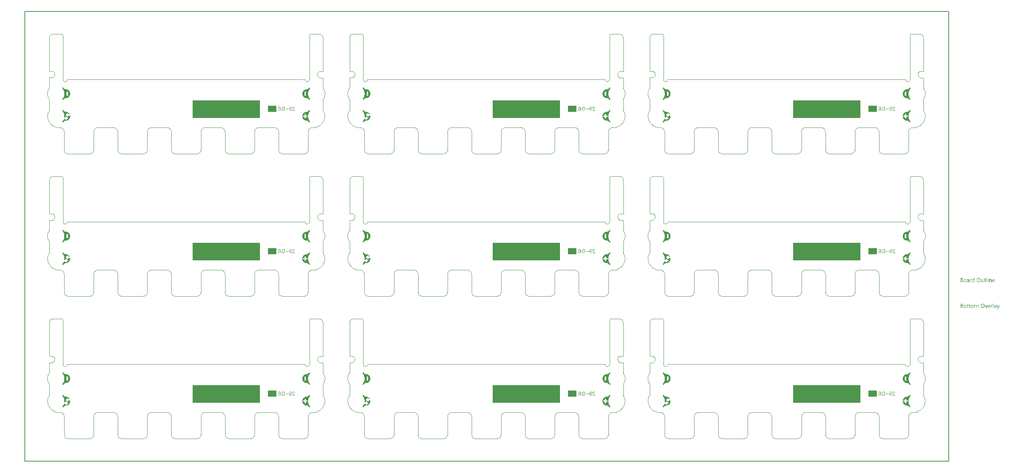
<source format=gbo>
G04*
G04 #@! TF.GenerationSoftware,Altium Limited,Altium Designer,21.9.2 (33)*
G04*
G04 Layer_Color=32896*
%FSAX25Y25*%
%MOIN*%
G70*
G04*
G04 #@! TF.SameCoordinates,9AFEED1E-AE17-47F1-92C9-C8DABB606C96*
G04*
G04*
G04 #@! TF.FilePolarity,Positive*
G04*
G01*
G75*
%ADD36C,0.00787*%
%ADD37C,0.00394*%
%ADD48C,0.00300*%
%ADD74R,0.59093X0.15308*%
%ADD75R,0.07802X0.05167*%
G36*
X0752204Y0306623D02*
X0752266Y0306612D01*
X0752327Y0306595D01*
X0752385Y0306571D01*
X0752440Y0306540D01*
X0752492Y0306504D01*
X0752539Y0306462D01*
X0752581Y0306415D01*
X0752617Y0306363D01*
X0752648Y0306308D01*
X0752672Y0306250D01*
X0752689Y0306189D01*
X0752700Y0306127D01*
X0752703Y0306064D01*
X0752700Y0306001D01*
X0752689Y0305939D01*
X0752672Y0305878D01*
X0752648Y0305820D01*
X0752617Y0305765D01*
X0752581Y0305713D01*
X0752571Y0305703D01*
X0752572Y0305702D01*
X0752571Y0305702D01*
X0752523Y0305645D01*
X0752382Y0305468D01*
X0752248Y0305286D01*
X0752119Y0305100D01*
X0751996Y0304909D01*
X0751880Y0304715D01*
X0751770Y0304518D01*
X0751666Y0304316D01*
X0751570Y0304112D01*
X0751480Y0303904D01*
X0751397Y0303694D01*
X0751320Y0303481D01*
X0751251Y0303265D01*
X0751189Y0303047D01*
X0751134Y0302828D01*
X0751086Y0302607D01*
X0751046Y0302384D01*
X0751012Y0302160D01*
X0750987Y0301935D01*
X0750968Y0301710D01*
X0750957Y0301484D01*
X0750953Y0301257D01*
X0750957Y0301031D01*
X0750968Y0300805D01*
X0750987Y0300580D01*
X0751012Y0300355D01*
X0751046Y0300131D01*
X0751086Y0299908D01*
X0751134Y0299687D01*
X0751189Y0299468D01*
X0751251Y0299250D01*
X0751320Y0299035D01*
X0751397Y0298821D01*
X0751480Y0298611D01*
X0751570Y0298403D01*
X0751666Y0298199D01*
X0751770Y0297997D01*
X0751880Y0297800D01*
X0751996Y0297605D01*
X0752119Y0297415D01*
X0752248Y0297229D01*
X0752382Y0297047D01*
X0752523Y0296870D01*
X0752575Y0296809D01*
X0752575Y0296809D01*
X0752575Y0296809D01*
X0752584Y0296797D01*
X0752621Y0296746D01*
X0752652Y0296690D01*
X0752676Y0296632D01*
X0752694Y0296571D01*
X0752704Y0296509D01*
X0752708Y0296445D01*
X0752704Y0296382D01*
X0752694Y0296320D01*
X0752676Y0296259D01*
X0752652Y0296200D01*
X0752621Y0296145D01*
X0752584Y0296093D01*
X0752542Y0296046D01*
X0752495Y0296004D01*
X0752443Y0295967D01*
X0752388Y0295936D01*
X0752329Y0295912D01*
X0752268Y0295894D01*
X0752206Y0295884D01*
X0752143Y0295880D01*
X0752079Y0295884D01*
X0752017Y0295894D01*
X0751956Y0295912D01*
X0751898Y0295936D01*
X0751842Y0295967D01*
X0751791Y0296004D01*
X0751743Y0296046D01*
X0751710Y0296082D01*
X0751710Y0296082D01*
X0751710Y0296082D01*
X0751674Y0296125D01*
X0751516Y0296322D01*
X0751364Y0296524D01*
X0751364Y0296524D01*
X0751364Y0296524D01*
X0751362Y0296527D01*
X0751362Y0296528D01*
X0751322Y0296582D01*
X0751245Y0296675D01*
X0751162Y0296762D01*
X0751074Y0296845D01*
X0750982Y0296922D01*
X0750885Y0296994D01*
X0750783Y0297059D01*
X0750679Y0297118D01*
X0750570Y0297171D01*
X0750459Y0297217D01*
X0750345Y0297256D01*
X0750229Y0297289D01*
X0750111Y0297314D01*
X0749992Y0297332D01*
X0749872Y0297343D01*
X0749769Y0297346D01*
X0749769Y0297346D01*
X0749632Y0297349D01*
X0749462Y0297360D01*
X0749292Y0297379D01*
X0749123Y0297405D01*
X0748956Y0297438D01*
X0748790Y0297479D01*
X0748626Y0297527D01*
X0748464Y0297582D01*
X0748305Y0297643D01*
X0748149Y0297712D01*
X0747996Y0297788D01*
X0747847Y0297870D01*
X0747701Y0297958D01*
X0747559Y0298053D01*
X0747421Y0298154D01*
X0747288Y0298261D01*
X0747160Y0298373D01*
X0747036Y0298491D01*
X0746918Y0298615D01*
X0746806Y0298743D01*
X0746699Y0298876D01*
X0746598Y0299014D01*
X0746503Y0299156D01*
X0746415Y0299302D01*
X0746333Y0299451D01*
X0746257Y0299604D01*
X0746188Y0299761D01*
X0746126Y0299920D01*
X0746072Y0300081D01*
X0746024Y0300245D01*
X0745983Y0300411D01*
X0745950Y0300578D01*
X0745924Y0300747D01*
X0745905Y0300917D01*
X0745894Y0301087D01*
X0745891Y0301257D01*
X0745894Y0301428D01*
X0745905Y0301599D01*
X0745924Y0301768D01*
X0745950Y0301937D01*
X0745983Y0302104D01*
X0746024Y0302270D01*
X0746072Y0302434D01*
X0746126Y0302595D01*
X0746188Y0302754D01*
X0746257Y0302911D01*
X0746333Y0303064D01*
X0746415Y0303214D01*
X0746503Y0303359D01*
X0746598Y0303501D01*
X0746699Y0303639D01*
X0746806Y0303772D01*
X0746918Y0303900D01*
X0747036Y0304024D01*
X0747160Y0304142D01*
X0747288Y0304254D01*
X0747421Y0304361D01*
X0747559Y0304462D01*
X0747701Y0304557D01*
X0747847Y0304645D01*
X0747996Y0304727D01*
X0748149Y0304803D01*
X0748305Y0304872D01*
X0748464Y0304934D01*
X0748626Y0304988D01*
X0748790Y0305036D01*
X0748956Y0305077D01*
X0749123Y0305110D01*
X0749292Y0305136D01*
X0749462Y0305154D01*
X0749632Y0305166D01*
X0749773Y0305169D01*
X0749773Y0305169D01*
X0749878Y0305172D01*
X0749998Y0305183D01*
X0750117Y0305201D01*
X0750235Y0305226D01*
X0750351Y0305259D01*
X0750464Y0305298D01*
X0750576Y0305344D01*
X0750684Y0305397D01*
X0750789Y0305456D01*
X0750890Y0305521D01*
X0750987Y0305593D01*
X0751080Y0305670D01*
X0751167Y0305753D01*
X0751250Y0305840D01*
X0751327Y0305933D01*
X0751366Y0305986D01*
X0751367Y0305986D01*
X0751369Y0305989D01*
X0751369Y0305989D01*
X0751516Y0306185D01*
X0751674Y0306382D01*
X0751710Y0306425D01*
X0751710Y0306425D01*
Y0306425D01*
X0751710Y0306425D01*
X0751743Y0306462D01*
X0751790Y0306504D01*
X0751842Y0306540D01*
X0751897Y0306571D01*
X0751955Y0306595D01*
X0752016Y0306612D01*
X0752078Y0306623D01*
X0752141Y0306627D01*
X0752204Y0306623D01*
D02*
G37*
G36*
X0490395D02*
X0490458Y0306612D01*
X0490518Y0306595D01*
X0490577Y0306571D01*
X0490632Y0306540D01*
X0490683Y0306504D01*
X0490730Y0306462D01*
X0490772Y0306415D01*
X0490809Y0306363D01*
X0490839Y0306308D01*
X0490864Y0306250D01*
X0490881Y0306189D01*
X0490892Y0306127D01*
X0490895Y0306064D01*
X0490892Y0306001D01*
X0490881Y0305939D01*
X0490864Y0305878D01*
X0490839Y0305820D01*
X0490809Y0305765D01*
X0490772Y0305713D01*
X0490763Y0305703D01*
X0490764Y0305702D01*
X0490763Y0305702D01*
X0490715Y0305645D01*
X0490574Y0305468D01*
X0490439Y0305286D01*
X0490310Y0305100D01*
X0490188Y0304909D01*
X0490071Y0304715D01*
X0489962Y0304518D01*
X0489858Y0304316D01*
X0489761Y0304112D01*
X0489671Y0303904D01*
X0489588Y0303694D01*
X0489512Y0303481D01*
X0489443Y0303265D01*
X0489381Y0303047D01*
X0489326Y0302828D01*
X0489278Y0302607D01*
X0489237Y0302384D01*
X0489204Y0302160D01*
X0489178Y0301935D01*
X0489160Y0301710D01*
X0489149Y0301484D01*
X0489145Y0301257D01*
X0489149Y0301031D01*
X0489160Y0300805D01*
X0489178Y0300580D01*
X0489204Y0300355D01*
X0489237Y0300131D01*
X0489278Y0299908D01*
X0489326Y0299687D01*
X0489381Y0299468D01*
X0489443Y0299250D01*
X0489512Y0299035D01*
X0489588Y0298821D01*
X0489671Y0298611D01*
X0489761Y0298403D01*
X0489858Y0298199D01*
X0489962Y0297997D01*
X0490071Y0297800D01*
X0490188Y0297605D01*
X0490310Y0297415D01*
X0490439Y0297229D01*
X0490574Y0297047D01*
X0490715Y0296870D01*
X0490766Y0296809D01*
X0490767Y0296809D01*
X0490766Y0296809D01*
X0490776Y0296797D01*
X0490813Y0296746D01*
X0490843Y0296690D01*
X0490868Y0296632D01*
X0490885Y0296571D01*
X0490896Y0296509D01*
X0490899Y0296445D01*
X0490896Y0296382D01*
X0490885Y0296320D01*
X0490868Y0296259D01*
X0490843Y0296200D01*
X0490813Y0296145D01*
X0490776Y0296093D01*
X0490734Y0296046D01*
X0490687Y0296004D01*
X0490635Y0295967D01*
X0490580Y0295936D01*
X0490521Y0295912D01*
X0490460Y0295894D01*
X0490398Y0295884D01*
X0490334Y0295880D01*
X0490271Y0295884D01*
X0490209Y0295894D01*
X0490148Y0295912D01*
X0490089Y0295936D01*
X0490034Y0295967D01*
X0489982Y0296004D01*
X0489935Y0296046D01*
X0489902Y0296082D01*
X0489902Y0296082D01*
X0489902Y0296082D01*
X0489865Y0296125D01*
X0489708Y0296322D01*
X0489556Y0296524D01*
X0489556Y0296524D01*
X0489556Y0296524D01*
X0489554Y0296527D01*
X0489553Y0296528D01*
X0489513Y0296582D01*
X0489436Y0296675D01*
X0489354Y0296762D01*
X0489266Y0296845D01*
X0489173Y0296922D01*
X0489076Y0296994D01*
X0488975Y0297059D01*
X0488870Y0297118D01*
X0488762Y0297171D01*
X0488651Y0297217D01*
X0488537Y0297256D01*
X0488421Y0297289D01*
X0488303Y0297314D01*
X0488184Y0297332D01*
X0488064Y0297343D01*
X0487960Y0297346D01*
X0487960Y0297346D01*
X0487823Y0297349D01*
X0487653Y0297360D01*
X0487484Y0297379D01*
X0487315Y0297405D01*
X0487147Y0297438D01*
X0486982Y0297479D01*
X0486818Y0297527D01*
X0486656Y0297582D01*
X0486497Y0297643D01*
X0486341Y0297712D01*
X0486188Y0297788D01*
X0486038Y0297870D01*
X0485892Y0297958D01*
X0485750Y0298053D01*
X0485613Y0298154D01*
X0485480Y0298261D01*
X0485351Y0298373D01*
X0485228Y0298491D01*
X0485110Y0298615D01*
X0484997Y0298743D01*
X0484891Y0298876D01*
X0484790Y0299014D01*
X0484695Y0299156D01*
X0484606Y0299302D01*
X0484524Y0299451D01*
X0484449Y0299604D01*
X0484380Y0299761D01*
X0484318Y0299920D01*
X0484263Y0300081D01*
X0484215Y0300245D01*
X0484175Y0300411D01*
X0484142Y0300578D01*
X0484116Y0300747D01*
X0484097Y0300917D01*
X0484086Y0301087D01*
X0484082Y0301257D01*
X0484086Y0301428D01*
X0484097Y0301599D01*
X0484116Y0301768D01*
X0484142Y0301937D01*
X0484175Y0302104D01*
X0484215Y0302270D01*
X0484263Y0302434D01*
X0484318Y0302595D01*
X0484380Y0302754D01*
X0484449Y0302911D01*
X0484524Y0303064D01*
X0484606Y0303214D01*
X0484695Y0303359D01*
X0484790Y0303501D01*
X0484891Y0303639D01*
X0484997Y0303772D01*
X0485110Y0303900D01*
X0485228Y0304024D01*
X0485351Y0304142D01*
X0485480Y0304254D01*
X0485613Y0304361D01*
X0485750Y0304462D01*
X0485892Y0304557D01*
X0486038Y0304645D01*
X0486188Y0304727D01*
X0486341Y0304803D01*
X0486497Y0304872D01*
X0486656Y0304934D01*
X0486818Y0304988D01*
X0486982Y0305036D01*
X0487147Y0305077D01*
X0487315Y0305110D01*
X0487484Y0305136D01*
X0487653Y0305154D01*
X0487823Y0305166D01*
X0487964Y0305169D01*
X0487964Y0305169D01*
X0488069Y0305172D01*
X0488189Y0305183D01*
X0488308Y0305201D01*
X0488426Y0305226D01*
X0488542Y0305259D01*
X0488656Y0305298D01*
X0488767Y0305344D01*
X0488876Y0305397D01*
X0488981Y0305456D01*
X0489082Y0305521D01*
X0489179Y0305593D01*
X0489271Y0305670D01*
X0489359Y0305753D01*
X0489442Y0305840D01*
X0489519Y0305933D01*
X0489558Y0305986D01*
X0489558Y0305986D01*
X0489561Y0305989D01*
X0489561Y0305989D01*
X0489708Y0306185D01*
X0489865Y0306382D01*
X0489902Y0306425D01*
X0489902Y0306425D01*
Y0306425D01*
X0489902Y0306425D01*
X0489935Y0306462D01*
X0489982Y0306504D01*
X0490033Y0306540D01*
X0490089Y0306571D01*
X0490147Y0306595D01*
X0490207Y0306612D01*
X0490270Y0306623D01*
X0490333Y0306627D01*
X0490395Y0306623D01*
D02*
G37*
G36*
X0228587D02*
X0228649Y0306612D01*
X0228710Y0306595D01*
X0228768Y0306571D01*
X0228823Y0306540D01*
X0228875Y0306504D01*
X0228922Y0306462D01*
X0228964Y0306415D01*
X0229001Y0306363D01*
X0229031Y0306308D01*
X0229055Y0306250D01*
X0229073Y0306189D01*
X0229083Y0306127D01*
X0229087Y0306064D01*
X0229083Y0306001D01*
X0229073Y0305939D01*
X0229055Y0305878D01*
X0229031Y0305820D01*
X0229001Y0305765D01*
X0228964Y0305713D01*
X0228955Y0305703D01*
X0228955Y0305702D01*
X0228955Y0305702D01*
X0228906Y0305645D01*
X0228766Y0305468D01*
X0228631Y0305286D01*
X0228502Y0305100D01*
X0228380Y0304909D01*
X0228263Y0304715D01*
X0228153Y0304518D01*
X0228050Y0304316D01*
X0227953Y0304112D01*
X0227863Y0303904D01*
X0227780Y0303694D01*
X0227704Y0303481D01*
X0227634Y0303265D01*
X0227572Y0303047D01*
X0227517Y0302828D01*
X0227469Y0302607D01*
X0227429Y0302384D01*
X0227396Y0302160D01*
X0227370Y0301935D01*
X0227351Y0301710D01*
X0227340Y0301484D01*
X0227337Y0301257D01*
X0227340Y0301031D01*
X0227351Y0300805D01*
X0227370Y0300580D01*
X0227396Y0300355D01*
X0227429Y0300131D01*
X0227469Y0299908D01*
X0227517Y0299687D01*
X0227572Y0299468D01*
X0227634Y0299250D01*
X0227704Y0299035D01*
X0227780Y0298821D01*
X0227863Y0298611D01*
X0227953Y0298403D01*
X0228050Y0298199D01*
X0228153Y0297997D01*
X0228263Y0297800D01*
X0228380Y0297605D01*
X0228502Y0297415D01*
X0228631Y0297229D01*
X0228766Y0297047D01*
X0228906Y0296870D01*
X0228958Y0296809D01*
X0228958Y0296809D01*
X0228958Y0296809D01*
X0228968Y0296797D01*
X0229004Y0296746D01*
X0229035Y0296690D01*
X0229059Y0296632D01*
X0229077Y0296571D01*
X0229087Y0296509D01*
X0229091Y0296445D01*
X0229087Y0296382D01*
X0229077Y0296320D01*
X0229059Y0296259D01*
X0229035Y0296200D01*
X0229004Y0296145D01*
X0228968Y0296093D01*
X0228926Y0296046D01*
X0228878Y0296004D01*
X0228827Y0295967D01*
X0228771Y0295936D01*
X0228713Y0295912D01*
X0228652Y0295894D01*
X0228589Y0295884D01*
X0228526Y0295880D01*
X0228463Y0295884D01*
X0228400Y0295894D01*
X0228339Y0295912D01*
X0228281Y0295936D01*
X0228225Y0295967D01*
X0228174Y0296004D01*
X0228127Y0296046D01*
X0228094Y0296082D01*
X0228094Y0296082D01*
X0228094Y0296082D01*
X0228057Y0296125D01*
X0227899Y0296322D01*
X0227748Y0296524D01*
X0227748Y0296524D01*
X0227748Y0296524D01*
X0227746Y0296527D01*
X0227745Y0296528D01*
X0227705Y0296582D01*
X0227628Y0296675D01*
X0227545Y0296762D01*
X0227458Y0296845D01*
X0227365Y0296922D01*
X0227268Y0296994D01*
X0227167Y0297059D01*
X0227062Y0297118D01*
X0226954Y0297171D01*
X0226842Y0297217D01*
X0226728Y0297256D01*
X0226612Y0297289D01*
X0226495Y0297314D01*
X0226376Y0297332D01*
X0226255Y0297343D01*
X0226152Y0297346D01*
X0226152Y0297346D01*
X0226015Y0297349D01*
X0225845Y0297360D01*
X0225675Y0297379D01*
X0225506Y0297405D01*
X0225339Y0297438D01*
X0225173Y0297479D01*
X0225009Y0297527D01*
X0224848Y0297582D01*
X0224689Y0297643D01*
X0224533Y0297712D01*
X0224379Y0297788D01*
X0224230Y0297870D01*
X0224084Y0297958D01*
X0223942Y0298053D01*
X0223804Y0298154D01*
X0223671Y0298261D01*
X0223543Y0298373D01*
X0223420Y0298491D01*
X0223302Y0298615D01*
X0223189Y0298743D01*
X0223082Y0298876D01*
X0222981Y0299014D01*
X0222886Y0299156D01*
X0222798Y0299302D01*
X0222716Y0299451D01*
X0222640Y0299604D01*
X0222572Y0299761D01*
X0222510Y0299920D01*
X0222455Y0300081D01*
X0222407Y0300245D01*
X0222367Y0300411D01*
X0222333Y0300578D01*
X0222307Y0300747D01*
X0222289Y0300917D01*
X0222278Y0301087D01*
X0222274Y0301257D01*
X0222278Y0301428D01*
X0222289Y0301599D01*
X0222307Y0301768D01*
X0222333Y0301937D01*
X0222367Y0302104D01*
X0222407Y0302270D01*
X0222455Y0302434D01*
X0222510Y0302595D01*
X0222572Y0302754D01*
X0222640Y0302911D01*
X0222716Y0303064D01*
X0222798Y0303214D01*
X0222886Y0303359D01*
X0222981Y0303501D01*
X0223082Y0303639D01*
X0223189Y0303772D01*
X0223302Y0303900D01*
X0223420Y0304024D01*
X0223543Y0304142D01*
X0223671Y0304254D01*
X0223804Y0304361D01*
X0223942Y0304462D01*
X0224084Y0304557D01*
X0224230Y0304645D01*
X0224379Y0304727D01*
X0224533Y0304803D01*
X0224689Y0304872D01*
X0224848Y0304934D01*
X0225009Y0304988D01*
X0225173Y0305036D01*
X0225339Y0305077D01*
X0225506Y0305110D01*
X0225675Y0305136D01*
X0225845Y0305154D01*
X0226015Y0305166D01*
X0226156Y0305169D01*
X0226156Y0305169D01*
X0226261Y0305172D01*
X0226381Y0305183D01*
X0226500Y0305201D01*
X0226618Y0305226D01*
X0226734Y0305259D01*
X0226848Y0305298D01*
X0226959Y0305344D01*
X0227067Y0305397D01*
X0227172Y0305456D01*
X0227274Y0305521D01*
X0227371Y0305593D01*
X0227463Y0305670D01*
X0227551Y0305753D01*
X0227633Y0305840D01*
X0227711Y0305933D01*
X0227749Y0305986D01*
X0227750Y0305986D01*
X0227752Y0305989D01*
X0227752Y0305989D01*
X0227899Y0306185D01*
X0228057Y0306382D01*
X0228094Y0306425D01*
X0228093Y0306425D01*
Y0306425D01*
X0228094Y0306425D01*
X0228126Y0306462D01*
X0228173Y0306504D01*
X0228225Y0306540D01*
X0228280Y0306571D01*
X0228338Y0306595D01*
X0228399Y0306612D01*
X0228461Y0306623D01*
X0228524Y0306627D01*
X0228587Y0306623D01*
D02*
G37*
G36*
X0537281Y0306666D02*
X0537343Y0306655D01*
X0537404Y0306638D01*
X0537463Y0306613D01*
X0537518Y0306583D01*
X0537570Y0306546D01*
X0537617Y0306504D01*
X0537650Y0306467D01*
X0537650Y0306467D01*
D01*
X0537650Y0306467D01*
X0537650Y0306467D01*
X0537686Y0306424D01*
X0537844Y0306227D01*
X0537996Y0306025D01*
X0537996Y0306025D01*
X0537996Y0306025D01*
X0537998Y0306022D01*
X0537998Y0306022D01*
X0538039Y0305967D01*
X0538116Y0305875D01*
X0538198Y0305787D01*
X0538286Y0305704D01*
X0538379Y0305627D01*
X0538476Y0305556D01*
X0538577Y0305490D01*
X0538682Y0305431D01*
X0538790Y0305379D01*
X0538901Y0305332D01*
X0539015Y0305293D01*
X0539131Y0305261D01*
X0539249Y0305236D01*
X0539368Y0305217D01*
X0539488Y0305206D01*
X0539591Y0305203D01*
X0539591Y0305203D01*
X0539728Y0305200D01*
X0539899Y0305189D01*
X0540068Y0305170D01*
X0540237Y0305144D01*
X0540405Y0305111D01*
X0540570Y0305071D01*
X0540734Y0305023D01*
X0540896Y0304968D01*
X0541055Y0304906D01*
X0541211Y0304837D01*
X0541364Y0304762D01*
X0541514Y0304680D01*
X0541660Y0304591D01*
X0541802Y0304496D01*
X0541939Y0304395D01*
X0542072Y0304289D01*
X0542201Y0304176D01*
X0542324Y0304058D01*
X0542442Y0303935D01*
X0542555Y0303806D01*
X0542661Y0303673D01*
X0542762Y0303536D01*
X0542857Y0303394D01*
X0542946Y0303248D01*
X0543028Y0303098D01*
X0543103Y0302945D01*
X0543172Y0302789D01*
X0543234Y0302630D01*
X0543289Y0302468D01*
X0543336Y0302304D01*
X0543377Y0302139D01*
X0543410Y0301971D01*
X0543436Y0301802D01*
X0543455Y0301633D01*
X0543466Y0301463D01*
X0543470Y0301292D01*
X0543466Y0301121D01*
X0543455Y0300951D01*
X0543436Y0300781D01*
X0543410Y0300613D01*
X0543377Y0300445D01*
X0543336Y0300279D01*
X0543289Y0300116D01*
X0543234Y0299954D01*
X0543172Y0299795D01*
X0543103Y0299639D01*
X0543028Y0299486D01*
X0542946Y0299336D01*
X0542857Y0299190D01*
X0542762Y0299048D01*
X0542661Y0298910D01*
X0542555Y0298777D01*
X0542442Y0298649D01*
X0542324Y0298526D01*
X0542201Y0298408D01*
X0542072Y0298295D01*
X0541939Y0298188D01*
X0541802Y0298087D01*
X0541660Y0297993D01*
X0541514Y0297904D01*
X0541364Y0297822D01*
X0541211Y0297746D01*
X0541055Y0297678D01*
X0540896Y0297616D01*
X0540734Y0297561D01*
X0540570Y0297513D01*
X0540405Y0297473D01*
X0540237Y0297439D01*
X0540068Y0297413D01*
X0539899Y0297395D01*
X0539728Y0297384D01*
X0539588Y0297381D01*
X0539588Y0297380D01*
X0539483Y0297377D01*
X0539363Y0297366D01*
X0539244Y0297348D01*
X0539126Y0297323D01*
X0539010Y0297291D01*
X0538896Y0297251D01*
X0538785Y0297205D01*
X0538676Y0297152D01*
X0538571Y0297093D01*
X0538470Y0297028D01*
X0538373Y0296957D01*
X0538281Y0296879D01*
X0538193Y0296797D01*
X0538110Y0296709D01*
X0538033Y0296617D01*
X0537994Y0296564D01*
X0537994Y0296563D01*
X0537992Y0296560D01*
X0537991Y0296560D01*
X0537844Y0296364D01*
X0537686Y0296167D01*
X0537650Y0296124D01*
X0537650Y0296124D01*
Y0296124D01*
X0537650Y0296124D01*
X0537617Y0296088D01*
X0537570Y0296046D01*
X0537519Y0296009D01*
X0537464Y0295979D01*
X0537405Y0295954D01*
X0537345Y0295937D01*
X0537282Y0295926D01*
X0537219Y0295923D01*
X0537156Y0295926D01*
X0537094Y0295937D01*
X0537034Y0295954D01*
X0536975Y0295979D01*
X0536920Y0296009D01*
X0536869Y0296046D01*
X0536822Y0296088D01*
X0536780Y0296135D01*
X0536743Y0296186D01*
X0536713Y0296241D01*
X0536688Y0296300D01*
X0536671Y0296360D01*
X0536660Y0296423D01*
X0536657Y0296486D01*
X0536660Y0296549D01*
X0536671Y0296611D01*
X0536688Y0296671D01*
X0536713Y0296730D01*
X0536743Y0296785D01*
X0536780Y0296836D01*
X0536789Y0296847D01*
X0536789Y0296847D01*
X0536789Y0296848D01*
X0536837Y0296905D01*
X0536978Y0297082D01*
X0537113Y0297264D01*
X0537242Y0297450D01*
X0537364Y0297640D01*
X0537480Y0297834D01*
X0537590Y0298032D01*
X0537694Y0298233D01*
X0537790Y0298438D01*
X0537881Y0298645D01*
X0537964Y0298856D01*
X0538040Y0299069D01*
X0538109Y0299284D01*
X0538171Y0299502D01*
X0538226Y0299722D01*
X0538274Y0299943D01*
X0538315Y0300165D01*
X0538348Y0300389D01*
X0538374Y0300614D01*
X0538392Y0300840D01*
X0538403Y0301066D01*
X0538407Y0301292D01*
X0538403Y0301518D01*
X0538392Y0301744D01*
X0538374Y0301970D01*
X0538348Y0302195D01*
X0538315Y0302418D01*
X0538274Y0302641D01*
X0538226Y0302862D01*
X0538171Y0303082D01*
X0538109Y0303299D01*
X0538040Y0303515D01*
X0537964Y0303728D01*
X0537881Y0303938D01*
X0537790Y0304146D01*
X0537694Y0304351D01*
X0537590Y0304552D01*
X0537480Y0304750D01*
X0537364Y0304944D01*
X0537242Y0305134D01*
X0537113Y0305320D01*
X0536978Y0305502D01*
X0536837Y0305679D01*
X0536786Y0305740D01*
X0536785Y0305740D01*
X0536786Y0305741D01*
X0536776Y0305752D01*
X0536739Y0305804D01*
X0536708Y0305859D01*
X0536684Y0305918D01*
X0536667Y0305978D01*
X0536656Y0306041D01*
X0536653Y0306104D01*
X0536656Y0306168D01*
X0536667Y0306230D01*
X0536684Y0306291D01*
X0536708Y0306349D01*
X0536739Y0306405D01*
X0536776Y0306456D01*
X0536818Y0306504D01*
X0536865Y0306546D01*
X0536917Y0306583D01*
X0536972Y0306613D01*
X0537031Y0306638D01*
X0537092Y0306655D01*
X0537154Y0306666D01*
X0537218Y0306669D01*
X0537281Y0306666D01*
D02*
G37*
G36*
X0275472D02*
X0275535Y0306655D01*
X0275596Y0306638D01*
X0275654Y0306613D01*
X0275710Y0306583D01*
X0275762Y0306546D01*
X0275809Y0306504D01*
X0275842Y0306467D01*
X0275842Y0306467D01*
D01*
X0275842Y0306467D01*
X0275842Y0306467D01*
X0275878Y0306424D01*
X0276036Y0306227D01*
X0276187Y0306025D01*
X0276187Y0306025D01*
X0276188Y0306025D01*
X0276190Y0306022D01*
X0276190Y0306022D01*
X0276230Y0305967D01*
X0276307Y0305875D01*
X0276390Y0305787D01*
X0276478Y0305704D01*
X0276570Y0305627D01*
X0276667Y0305556D01*
X0276768Y0305490D01*
X0276873Y0305431D01*
X0276982Y0305379D01*
X0277093Y0305332D01*
X0277207Y0305293D01*
X0277323Y0305261D01*
X0277441Y0305236D01*
X0277560Y0305217D01*
X0277680Y0305206D01*
X0277783Y0305203D01*
X0277783Y0305203D01*
X0277920Y0305200D01*
X0278090Y0305189D01*
X0278260Y0305170D01*
X0278429Y0305144D01*
X0278596Y0305111D01*
X0278762Y0305071D01*
X0278926Y0305023D01*
X0279087Y0304968D01*
X0279246Y0304906D01*
X0279403Y0304837D01*
X0279556Y0304762D01*
X0279706Y0304680D01*
X0279851Y0304591D01*
X0279993Y0304496D01*
X0280131Y0304395D01*
X0280264Y0304289D01*
X0280392Y0304176D01*
X0280516Y0304058D01*
X0280634Y0303935D01*
X0280746Y0303806D01*
X0280853Y0303673D01*
X0280954Y0303536D01*
X0281049Y0303394D01*
X0281137Y0303248D01*
X0281219Y0303098D01*
X0281295Y0302945D01*
X0281364Y0302789D01*
X0281425Y0302630D01*
X0281480Y0302468D01*
X0281528Y0302304D01*
X0281569Y0302139D01*
X0281602Y0301971D01*
X0281628Y0301802D01*
X0281646Y0301633D01*
X0281658Y0301463D01*
X0281661Y0301292D01*
X0281658Y0301121D01*
X0281646Y0300951D01*
X0281628Y0300781D01*
X0281602Y0300613D01*
X0281569Y0300445D01*
X0281528Y0300279D01*
X0281480Y0300116D01*
X0281425Y0299954D01*
X0281364Y0299795D01*
X0281295Y0299639D01*
X0281219Y0299486D01*
X0281137Y0299336D01*
X0281049Y0299190D01*
X0280954Y0299048D01*
X0280853Y0298910D01*
X0280746Y0298777D01*
X0280634Y0298649D01*
X0280516Y0298526D01*
X0280392Y0298408D01*
X0280264Y0298295D01*
X0280131Y0298188D01*
X0279993Y0298087D01*
X0279851Y0297993D01*
X0279706Y0297904D01*
X0279556Y0297822D01*
X0279403Y0297746D01*
X0279246Y0297678D01*
X0279087Y0297616D01*
X0278926Y0297561D01*
X0278762Y0297513D01*
X0278596Y0297473D01*
X0278429Y0297439D01*
X0278260Y0297413D01*
X0278090Y0297395D01*
X0277920Y0297384D01*
X0277780Y0297381D01*
X0277780Y0297380D01*
X0277674Y0297377D01*
X0277554Y0297366D01*
X0277435Y0297348D01*
X0277318Y0297323D01*
X0277201Y0297291D01*
X0277087Y0297251D01*
X0276976Y0297205D01*
X0276868Y0297152D01*
X0276763Y0297093D01*
X0276662Y0297028D01*
X0276565Y0296957D01*
X0276472Y0296879D01*
X0276384Y0296797D01*
X0276302Y0296709D01*
X0276225Y0296617D01*
X0276186Y0296564D01*
X0276185Y0296563D01*
X0276183Y0296560D01*
X0276183Y0296560D01*
X0276036Y0296364D01*
X0275878Y0296167D01*
X0275842Y0296124D01*
X0275842Y0296124D01*
Y0296124D01*
X0275842Y0296124D01*
X0275809Y0296088D01*
X0275762Y0296046D01*
X0275710Y0296009D01*
X0275655Y0295979D01*
X0275597Y0295954D01*
X0275536Y0295937D01*
X0275474Y0295926D01*
X0275411Y0295923D01*
X0275348Y0295926D01*
X0275286Y0295937D01*
X0275225Y0295954D01*
X0275167Y0295979D01*
X0275112Y0296009D01*
X0275060Y0296046D01*
X0275013Y0296088D01*
X0274971Y0296135D01*
X0274935Y0296186D01*
X0274904Y0296241D01*
X0274880Y0296300D01*
X0274863Y0296360D01*
X0274852Y0296423D01*
X0274849Y0296486D01*
X0274852Y0296549D01*
X0274863Y0296611D01*
X0274880Y0296671D01*
X0274904Y0296730D01*
X0274935Y0296785D01*
X0274971Y0296836D01*
X0274981Y0296847D01*
X0274980Y0296847D01*
X0274980Y0296848D01*
X0275029Y0296905D01*
X0275169Y0297082D01*
X0275304Y0297264D01*
X0275433Y0297450D01*
X0275556Y0297640D01*
X0275672Y0297834D01*
X0275782Y0298032D01*
X0275885Y0298233D01*
X0275982Y0298438D01*
X0276072Y0298645D01*
X0276155Y0298856D01*
X0276232Y0299069D01*
X0276301Y0299284D01*
X0276363Y0299502D01*
X0276418Y0299722D01*
X0276466Y0299943D01*
X0276506Y0300165D01*
X0276539Y0300389D01*
X0276565Y0300614D01*
X0276584Y0300840D01*
X0276595Y0301066D01*
X0276599Y0301292D01*
X0276595Y0301518D01*
X0276584Y0301744D01*
X0276565Y0301970D01*
X0276539Y0302195D01*
X0276506Y0302418D01*
X0276466Y0302641D01*
X0276418Y0302862D01*
X0276363Y0303082D01*
X0276301Y0303299D01*
X0276232Y0303515D01*
X0276155Y0303728D01*
X0276072Y0303938D01*
X0275982Y0304146D01*
X0275885Y0304351D01*
X0275782Y0304552D01*
X0275672Y0304750D01*
X0275556Y0304944D01*
X0275433Y0305134D01*
X0275304Y0305320D01*
X0275169Y0305502D01*
X0275029Y0305679D01*
X0274977Y0305740D01*
X0274977Y0305740D01*
X0274977Y0305741D01*
X0274968Y0305752D01*
X0274931Y0305804D01*
X0274900Y0305859D01*
X0274876Y0305918D01*
X0274858Y0305978D01*
X0274848Y0306041D01*
X0274844Y0306104D01*
X0274848Y0306168D01*
X0274858Y0306230D01*
X0274876Y0306291D01*
X0274900Y0306349D01*
X0274931Y0306405D01*
X0274968Y0306456D01*
X0275010Y0306504D01*
X0275057Y0306546D01*
X0275109Y0306583D01*
X0275164Y0306613D01*
X0275223Y0306638D01*
X0275284Y0306655D01*
X0275346Y0306666D01*
X0275409Y0306669D01*
X0275472Y0306666D01*
D02*
G37*
G36*
X0013664D02*
X0013727Y0306655D01*
X0013788Y0306638D01*
X0013846Y0306613D01*
X0013902Y0306583D01*
X0013953Y0306546D01*
X0014000Y0306504D01*
X0014033Y0306467D01*
X0014033Y0306467D01*
D01*
X0014033Y0306467D01*
X0014033Y0306467D01*
X0014070Y0306424D01*
X0014228Y0306227D01*
X0014379Y0306025D01*
X0014379Y0306025D01*
X0014379Y0306025D01*
X0014381Y0306022D01*
X0014382Y0306022D01*
X0014422Y0305967D01*
X0014499Y0305875D01*
X0014582Y0305787D01*
X0014669Y0305704D01*
X0014762Y0305627D01*
X0014859Y0305556D01*
X0014960Y0305490D01*
X0015065Y0305431D01*
X0015173Y0305379D01*
X0015285Y0305332D01*
X0015398Y0305293D01*
X0015515Y0305261D01*
X0015632Y0305236D01*
X0015752Y0305217D01*
X0015871Y0305206D01*
X0015975Y0305203D01*
X0015975Y0305203D01*
X0016112Y0305200D01*
X0016282Y0305189D01*
X0016452Y0305170D01*
X0016620Y0305144D01*
X0016788Y0305111D01*
X0016954Y0305071D01*
X0017118Y0305023D01*
X0017279Y0304968D01*
X0017438Y0304906D01*
X0017594Y0304837D01*
X0017748Y0304762D01*
X0017897Y0304680D01*
X0018043Y0304591D01*
X0018185Y0304496D01*
X0018323Y0304395D01*
X0018456Y0304289D01*
X0018584Y0304176D01*
X0018707Y0304058D01*
X0018825Y0303935D01*
X0018938Y0303806D01*
X0019045Y0303673D01*
X0019146Y0303536D01*
X0019241Y0303394D01*
X0019329Y0303248D01*
X0019411Y0303098D01*
X0019487Y0302945D01*
X0019555Y0302789D01*
X0019617Y0302630D01*
X0019672Y0302468D01*
X0019720Y0302304D01*
X0019760Y0302139D01*
X0019794Y0301971D01*
X0019820Y0301802D01*
X0019838Y0301633D01*
X0019849Y0301463D01*
X0019853Y0301292D01*
X0019849Y0301121D01*
X0019838Y0300951D01*
X0019820Y0300781D01*
X0019794Y0300613D01*
X0019760Y0300445D01*
X0019720Y0300279D01*
X0019672Y0300116D01*
X0019617Y0299954D01*
X0019555Y0299795D01*
X0019487Y0299639D01*
X0019411Y0299486D01*
X0019329Y0299336D01*
X0019241Y0299190D01*
X0019146Y0299048D01*
X0019045Y0298910D01*
X0018938Y0298777D01*
X0018825Y0298649D01*
X0018707Y0298526D01*
X0018584Y0298408D01*
X0018456Y0298295D01*
X0018323Y0298188D01*
X0018185Y0298087D01*
X0018043Y0297993D01*
X0017897Y0297904D01*
X0017748Y0297822D01*
X0017594Y0297746D01*
X0017438Y0297678D01*
X0017279Y0297616D01*
X0017118Y0297561D01*
X0016954Y0297513D01*
X0016788Y0297473D01*
X0016620Y0297439D01*
X0016452Y0297413D01*
X0016282Y0297395D01*
X0016112Y0297384D01*
X0015971Y0297381D01*
X0015971Y0297380D01*
X0015866Y0297377D01*
X0015746Y0297366D01*
X0015627Y0297348D01*
X0015509Y0297323D01*
X0015393Y0297291D01*
X0015279Y0297251D01*
X0015168Y0297205D01*
X0015060Y0297152D01*
X0014955Y0297093D01*
X0014853Y0297028D01*
X0014757Y0296957D01*
X0014664Y0296879D01*
X0014576Y0296797D01*
X0014494Y0296709D01*
X0014416Y0296617D01*
X0014377Y0296564D01*
X0014377Y0296563D01*
X0014375Y0296560D01*
X0014375Y0296560D01*
X0014228Y0296364D01*
X0014070Y0296167D01*
X0014033Y0296124D01*
X0014034Y0296124D01*
Y0296124D01*
X0014033Y0296124D01*
X0014001Y0296088D01*
X0013953Y0296046D01*
X0013902Y0296009D01*
X0013847Y0295979D01*
X0013789Y0295954D01*
X0013728Y0295937D01*
X0013666Y0295926D01*
X0013603Y0295923D01*
X0013540Y0295926D01*
X0013477Y0295937D01*
X0013417Y0295954D01*
X0013359Y0295979D01*
X0013303Y0296009D01*
X0013252Y0296046D01*
X0013205Y0296088D01*
X0013163Y0296135D01*
X0013126Y0296186D01*
X0013096Y0296241D01*
X0013072Y0296300D01*
X0013054Y0296360D01*
X0013044Y0296423D01*
X0013040Y0296486D01*
X0013044Y0296549D01*
X0013054Y0296611D01*
X0013072Y0296671D01*
X0013096Y0296730D01*
X0013126Y0296785D01*
X0013163Y0296836D01*
X0013172Y0296847D01*
X0013172Y0296847D01*
X0013172Y0296848D01*
X0013220Y0296905D01*
X0013361Y0297082D01*
X0013496Y0297264D01*
X0013625Y0297450D01*
X0013747Y0297640D01*
X0013864Y0297834D01*
X0013974Y0298032D01*
X0014077Y0298233D01*
X0014174Y0298438D01*
X0014264Y0298645D01*
X0014347Y0298856D01*
X0014423Y0299069D01*
X0014492Y0299284D01*
X0014555Y0299502D01*
X0014610Y0299722D01*
X0014657Y0299943D01*
X0014698Y0300165D01*
X0014731Y0300389D01*
X0014757Y0300614D01*
X0014775Y0300840D01*
X0014787Y0301066D01*
X0014790Y0301292D01*
X0014787Y0301518D01*
X0014775Y0301744D01*
X0014757Y0301970D01*
X0014731Y0302195D01*
X0014698Y0302418D01*
X0014658Y0302641D01*
X0014610Y0302862D01*
X0014555Y0303082D01*
X0014492Y0303299D01*
X0014423Y0303515D01*
X0014347Y0303728D01*
X0014264Y0303938D01*
X0014174Y0304146D01*
X0014077Y0304351D01*
X0013974Y0304552D01*
X0013864Y0304750D01*
X0013747Y0304944D01*
X0013625Y0305134D01*
X0013496Y0305320D01*
X0013361Y0305502D01*
X0013220Y0305679D01*
X0013169Y0305740D01*
X0013169Y0305740D01*
X0013169Y0305741D01*
X0013159Y0305752D01*
X0013123Y0305804D01*
X0013092Y0305859D01*
X0013068Y0305918D01*
X0013050Y0305978D01*
X0013039Y0306041D01*
X0013036Y0306104D01*
X0013039Y0306168D01*
X0013050Y0306230D01*
X0013068Y0306291D01*
X0013092Y0306349D01*
X0013123Y0306405D01*
X0013159Y0306456D01*
X0013201Y0306504D01*
X0013249Y0306546D01*
X0013300Y0306583D01*
X0013356Y0306613D01*
X0013414Y0306638D01*
X0013475Y0306655D01*
X0013538Y0306666D01*
X0013601Y0306669D01*
X0013664Y0306666D01*
D02*
G37*
G36*
X0752204Y0286980D02*
X0752266Y0286970D01*
X0752327Y0286952D01*
X0752385Y0286928D01*
X0752440Y0286898D01*
X0752492Y0286861D01*
X0752539Y0286819D01*
X0752581Y0286772D01*
X0752618Y0286721D01*
X0752648Y0286665D01*
X0752672Y0286607D01*
X0752690Y0286546D01*
X0752700Y0286484D01*
X0752704Y0286421D01*
X0752700Y0286358D01*
X0752690Y0286296D01*
X0752672Y0286235D01*
X0752648Y0286177D01*
X0752618Y0286122D01*
X0752581Y0286071D01*
X0752572Y0286060D01*
X0752572Y0286060D01*
X0752572Y0286059D01*
X0752523Y0286002D01*
X0752383Y0285825D01*
X0752248Y0285643D01*
X0752119Y0285457D01*
X0751996Y0285267D01*
X0751880Y0285073D01*
X0751770Y0284875D01*
X0751667Y0284674D01*
X0751570Y0284469D01*
X0751480Y0284261D01*
X0751397Y0284051D01*
X0751321Y0283838D01*
X0751251Y0283622D01*
X0751189Y0283405D01*
X0751134Y0283185D01*
X0751086Y0282964D01*
X0751046Y0282741D01*
X0751013Y0282518D01*
X0750987Y0282293D01*
X0750968Y0282067D01*
X0750957Y0281841D01*
X0750953Y0281615D01*
X0750957Y0281389D01*
X0750968Y0281163D01*
X0750987Y0280937D01*
X0751013Y0280712D01*
X0751046Y0280488D01*
X0751086Y0280266D01*
X0751134Y0280045D01*
X0751189Y0279825D01*
X0751251Y0279607D01*
X0751321Y0279392D01*
X0751397Y0279179D01*
X0751480Y0278968D01*
X0751570Y0278761D01*
X0751667Y0278556D01*
X0751770Y0278355D01*
X0751880Y0278157D01*
X0751996Y0277963D01*
X0752119Y0277773D01*
X0752248Y0277587D01*
X0752383Y0277405D01*
X0752523Y0277228D01*
X0752575Y0277167D01*
X0752575Y0277166D01*
X0752575Y0277166D01*
X0752585Y0277155D01*
X0752621Y0277103D01*
X0752652Y0277048D01*
X0752676Y0276989D01*
X0752694Y0276928D01*
X0752704Y0276866D01*
X0752708Y0276803D01*
X0752704Y0276739D01*
X0752694Y0276677D01*
X0752676Y0276616D01*
X0752652Y0276557D01*
X0752621Y0276502D01*
X0752585Y0276450D01*
X0752542Y0276403D01*
X0752495Y0276361D01*
X0752444Y0276324D01*
X0752388Y0276294D01*
X0752329Y0276269D01*
X0752269Y0276252D01*
X0752206Y0276241D01*
X0752143Y0276238D01*
X0752080Y0276241D01*
X0752017Y0276252D01*
X0751956Y0276269D01*
X0751898Y0276294D01*
X0751842Y0276324D01*
X0751791Y0276361D01*
X0751744Y0276403D01*
X0751711Y0276440D01*
X0751711Y0276440D01*
X0751711Y0276440D01*
X0751674Y0276483D01*
X0751516Y0276680D01*
X0751365Y0276882D01*
Y0276882D01*
X0751365Y0276882D01*
X0751362Y0276885D01*
X0751362Y0276885D01*
X0751322Y0276940D01*
X0751245Y0277032D01*
X0751162Y0277120D01*
X0751075Y0277203D01*
X0750982Y0277280D01*
X0750885Y0277351D01*
X0750784Y0277416D01*
X0750679Y0277476D01*
X0750570Y0277528D01*
X0750459Y0277574D01*
X0750345Y0277614D01*
X0750229Y0277646D01*
X0750111Y0277671D01*
X0749992Y0277690D01*
X0749872Y0277700D01*
X0749769Y0277703D01*
Y0277704D01*
X0749632Y0277707D01*
X0749462Y0277718D01*
X0749292Y0277736D01*
X0749123Y0277762D01*
X0748956Y0277796D01*
X0748790Y0277836D01*
X0748626Y0277884D01*
X0748465Y0277939D01*
X0748306Y0278001D01*
X0748149Y0278069D01*
X0747996Y0278145D01*
X0747847Y0278227D01*
X0747701Y0278316D01*
X0747559Y0278411D01*
X0747421Y0278511D01*
X0747288Y0278618D01*
X0747160Y0278731D01*
X0747037Y0278849D01*
X0746918Y0278972D01*
X0746806Y0279100D01*
X0746699Y0279234D01*
X0746598Y0279371D01*
X0746503Y0279513D01*
X0746415Y0279659D01*
X0746333Y0279809D01*
X0746257Y0279962D01*
X0746188Y0280118D01*
X0746127Y0280277D01*
X0746072Y0280439D01*
X0746024Y0280603D01*
X0745984Y0280768D01*
X0745950Y0280936D01*
X0745924Y0281104D01*
X0745906Y0281274D01*
X0745894Y0281444D01*
X0745891Y0281615D01*
X0745894Y0281786D01*
X0745906Y0281956D01*
X0745924Y0282125D01*
X0745950Y0282294D01*
X0745984Y0282462D01*
X0746024Y0282627D01*
X0746072Y0282791D01*
X0746127Y0282953D01*
X0746188Y0283112D01*
X0746257Y0283268D01*
X0746333Y0283421D01*
X0746415Y0283571D01*
X0746503Y0283717D01*
X0746598Y0283859D01*
X0746699Y0283996D01*
X0746806Y0284130D01*
X0746918Y0284258D01*
X0747037Y0284381D01*
X0747160Y0284499D01*
X0747288Y0284612D01*
X0747421Y0284718D01*
X0747559Y0284819D01*
X0747701Y0284914D01*
X0747847Y0285003D01*
X0747996Y0285085D01*
X0748149Y0285160D01*
X0748306Y0285229D01*
X0748465Y0285291D01*
X0748626Y0285346D01*
X0748790Y0285394D01*
X0748956Y0285434D01*
X0749123Y0285467D01*
X0749292Y0285493D01*
X0749462Y0285512D01*
X0749632Y0285523D01*
X0749773Y0285526D01*
X0749773Y0285526D01*
X0749878Y0285529D01*
X0749998Y0285540D01*
X0750117Y0285559D01*
X0750235Y0285584D01*
X0750351Y0285616D01*
X0750465Y0285655D01*
X0750576Y0285702D01*
X0750684Y0285754D01*
X0750789Y0285813D01*
X0750890Y0285879D01*
X0750987Y0285950D01*
X0751080Y0286027D01*
X0751168Y0286110D01*
X0751250Y0286198D01*
X0751327Y0286290D01*
X0751366Y0286343D01*
X0751367Y0286344D01*
X0751369Y0286347D01*
X0751369Y0286347D01*
X0751516Y0286543D01*
X0751674Y0286740D01*
X0751711Y0286783D01*
X0751711Y0286783D01*
X0751743Y0286819D01*
X0751790Y0286861D01*
X0751842Y0286898D01*
X0751897Y0286928D01*
X0751955Y0286952D01*
X0752016Y0286970D01*
X0752078Y0286980D01*
X0752141Y0286984D01*
X0752204Y0286980D01*
D02*
G37*
G36*
X0490396D02*
X0490458Y0286970D01*
X0490519Y0286952D01*
X0490577Y0286928D01*
X0490632Y0286898D01*
X0490684Y0286861D01*
X0490731Y0286819D01*
X0490773Y0286772D01*
X0490809Y0286721D01*
X0490840Y0286665D01*
X0490864Y0286607D01*
X0490881Y0286546D01*
X0490892Y0286484D01*
X0490895Y0286421D01*
X0490892Y0286358D01*
X0490881Y0286296D01*
X0490864Y0286235D01*
X0490840Y0286177D01*
X0490809Y0286122D01*
X0490773Y0286071D01*
X0490763Y0286060D01*
X0490764Y0286060D01*
X0490763Y0286059D01*
X0490715Y0286002D01*
X0490574Y0285825D01*
X0490440Y0285643D01*
X0490311Y0285457D01*
X0490188Y0285267D01*
X0490072Y0285073D01*
X0489962Y0284875D01*
X0489858Y0284674D01*
X0489762Y0284469D01*
X0489672Y0284261D01*
X0489588Y0284051D01*
X0489512Y0283838D01*
X0489443Y0283622D01*
X0489381Y0283405D01*
X0489326Y0283185D01*
X0489278Y0282964D01*
X0489238Y0282741D01*
X0489204Y0282518D01*
X0489179Y0282293D01*
X0489160Y0282067D01*
X0489149Y0281841D01*
X0489145Y0281615D01*
X0489149Y0281389D01*
X0489160Y0281163D01*
X0489179Y0280937D01*
X0489204Y0280712D01*
X0489238Y0280488D01*
X0489278Y0280266D01*
X0489326Y0280045D01*
X0489381Y0279825D01*
X0489443Y0279607D01*
X0489512Y0279392D01*
X0489588Y0279179D01*
X0489672Y0278968D01*
X0489762Y0278761D01*
X0489858Y0278556D01*
X0489962Y0278355D01*
X0490072Y0278157D01*
X0490188Y0277963D01*
X0490311Y0277773D01*
X0490440Y0277587D01*
X0490574Y0277405D01*
X0490715Y0277228D01*
X0490767Y0277167D01*
X0490767Y0277166D01*
X0490766Y0277166D01*
X0490776Y0277155D01*
X0490813Y0277103D01*
X0490844Y0277048D01*
X0490868Y0276989D01*
X0490885Y0276928D01*
X0490896Y0276866D01*
X0490900Y0276803D01*
X0490896Y0276739D01*
X0490885Y0276677D01*
X0490868Y0276616D01*
X0490844Y0276557D01*
X0490813Y0276502D01*
X0490776Y0276450D01*
X0490734Y0276403D01*
X0490687Y0276361D01*
X0490635Y0276324D01*
X0490580Y0276294D01*
X0490521Y0276269D01*
X0490460Y0276252D01*
X0490398Y0276241D01*
X0490335Y0276238D01*
X0490271Y0276241D01*
X0490209Y0276252D01*
X0490148Y0276269D01*
X0490090Y0276294D01*
X0490034Y0276324D01*
X0489982Y0276361D01*
X0489935Y0276403D01*
X0489902Y0276440D01*
X0489902Y0276440D01*
X0489902Y0276440D01*
X0489866Y0276483D01*
X0489708Y0276680D01*
X0489556Y0276882D01*
Y0276882D01*
X0489556Y0276882D01*
X0489554Y0276885D01*
X0489554Y0276885D01*
X0489514Y0276940D01*
X0489436Y0277032D01*
X0489354Y0277120D01*
X0489266Y0277203D01*
X0489174Y0277280D01*
X0489077Y0277351D01*
X0488975Y0277416D01*
X0488870Y0277476D01*
X0488762Y0277528D01*
X0488651Y0277574D01*
X0488537Y0277614D01*
X0488421Y0277646D01*
X0488303Y0277671D01*
X0488184Y0277690D01*
X0488064Y0277700D01*
X0487961Y0277703D01*
Y0277704D01*
X0487824Y0277707D01*
X0487653Y0277718D01*
X0487484Y0277736D01*
X0487315Y0277762D01*
X0487148Y0277796D01*
X0486982Y0277836D01*
X0486818Y0277884D01*
X0486656Y0277939D01*
X0486497Y0278001D01*
X0486341Y0278069D01*
X0486188Y0278145D01*
X0486038Y0278227D01*
X0485892Y0278316D01*
X0485750Y0278411D01*
X0485613Y0278511D01*
X0485480Y0278618D01*
X0485352Y0278731D01*
X0485228Y0278849D01*
X0485110Y0278972D01*
X0484998Y0279100D01*
X0484891Y0279234D01*
X0484790Y0279371D01*
X0484695Y0279513D01*
X0484607Y0279659D01*
X0484524Y0279809D01*
X0484449Y0279962D01*
X0484380Y0280118D01*
X0484318Y0280277D01*
X0484264Y0280439D01*
X0484216Y0280603D01*
X0484175Y0280768D01*
X0484142Y0280936D01*
X0484116Y0281104D01*
X0484097Y0281274D01*
X0484086Y0281444D01*
X0484082Y0281615D01*
X0484086Y0281786D01*
X0484097Y0281956D01*
X0484116Y0282125D01*
X0484142Y0282294D01*
X0484175Y0282462D01*
X0484216Y0282627D01*
X0484264Y0282791D01*
X0484318Y0282953D01*
X0484380Y0283112D01*
X0484449Y0283268D01*
X0484524Y0283421D01*
X0484607Y0283571D01*
X0484695Y0283717D01*
X0484790Y0283859D01*
X0484891Y0283996D01*
X0484998Y0284130D01*
X0485110Y0284258D01*
X0485228Y0284381D01*
X0485352Y0284499D01*
X0485480Y0284612D01*
X0485613Y0284718D01*
X0485751Y0284819D01*
X0485892Y0284914D01*
X0486038Y0285003D01*
X0486188Y0285085D01*
X0486341Y0285160D01*
X0486497Y0285229D01*
X0486656Y0285291D01*
X0486818Y0285346D01*
X0486982Y0285394D01*
X0487148Y0285434D01*
X0487315Y0285467D01*
X0487484Y0285493D01*
X0487653Y0285512D01*
X0487824Y0285523D01*
X0487964Y0285526D01*
X0487964Y0285526D01*
X0488069Y0285529D01*
X0488190Y0285540D01*
X0488309Y0285559D01*
X0488426Y0285584D01*
X0488542Y0285616D01*
X0488656Y0285655D01*
X0488768Y0285702D01*
X0488876Y0285754D01*
X0488981Y0285813D01*
X0489082Y0285879D01*
X0489179Y0285950D01*
X0489272Y0286027D01*
X0489359Y0286110D01*
X0489442Y0286198D01*
X0489519Y0286290D01*
X0489558Y0286343D01*
X0489559Y0286344D01*
X0489561Y0286347D01*
X0489561Y0286347D01*
X0489708Y0286543D01*
X0489866Y0286740D01*
X0489902Y0286783D01*
X0489902Y0286783D01*
X0489935Y0286819D01*
X0489982Y0286861D01*
X0490033Y0286898D01*
X0490089Y0286928D01*
X0490147Y0286952D01*
X0490208Y0286970D01*
X0490270Y0286980D01*
X0490333Y0286984D01*
X0490396Y0286980D01*
D02*
G37*
G36*
X0228587D02*
X0228650Y0286970D01*
X0228710Y0286952D01*
X0228768Y0286928D01*
X0228824Y0286898D01*
X0228875Y0286861D01*
X0228922Y0286819D01*
X0228964Y0286772D01*
X0229001Y0286721D01*
X0229031Y0286665D01*
X0229056Y0286607D01*
X0229073Y0286546D01*
X0229083Y0286484D01*
X0229087Y0286421D01*
X0229083Y0286358D01*
X0229073Y0286296D01*
X0229056Y0286235D01*
X0229031Y0286177D01*
X0229001Y0286122D01*
X0228964Y0286071D01*
X0228955Y0286060D01*
X0228955Y0286060D01*
X0228955Y0286059D01*
X0228907Y0286002D01*
X0228766Y0285825D01*
X0228631Y0285643D01*
X0228502Y0285457D01*
X0228380Y0285267D01*
X0228263Y0285073D01*
X0228153Y0284875D01*
X0228050Y0284674D01*
X0227953Y0284469D01*
X0227863Y0284261D01*
X0227780Y0284051D01*
X0227704Y0283838D01*
X0227635Y0283622D01*
X0227572Y0283405D01*
X0227518Y0283185D01*
X0227470Y0282964D01*
X0227429Y0282741D01*
X0227396Y0282518D01*
X0227370Y0282293D01*
X0227352Y0282067D01*
X0227341Y0281841D01*
X0227337Y0281615D01*
X0227341Y0281389D01*
X0227352Y0281163D01*
X0227370Y0280937D01*
X0227396Y0280712D01*
X0227429Y0280488D01*
X0227470Y0280266D01*
X0227518Y0280045D01*
X0227572Y0279825D01*
X0227635Y0279607D01*
X0227704Y0279392D01*
X0227780Y0279179D01*
X0227863Y0278968D01*
X0227953Y0278761D01*
X0228050Y0278556D01*
X0228153Y0278355D01*
X0228263Y0278157D01*
X0228380Y0277963D01*
X0228502Y0277773D01*
X0228631Y0277587D01*
X0228766Y0277405D01*
X0228907Y0277228D01*
X0228958Y0277167D01*
X0228959Y0277166D01*
X0228958Y0277166D01*
X0228968Y0277155D01*
X0229005Y0277103D01*
X0229035Y0277048D01*
X0229060Y0276989D01*
X0229077Y0276928D01*
X0229088Y0276866D01*
X0229091Y0276803D01*
X0229088Y0276739D01*
X0229077Y0276677D01*
X0229060Y0276616D01*
X0229035Y0276557D01*
X0229005Y0276502D01*
X0228968Y0276450D01*
X0228926Y0276403D01*
X0228878Y0276361D01*
X0228827Y0276324D01*
X0228771Y0276294D01*
X0228713Y0276269D01*
X0228652Y0276252D01*
X0228590Y0276241D01*
X0228526Y0276238D01*
X0228463Y0276241D01*
X0228401Y0276252D01*
X0228340Y0276269D01*
X0228281Y0276294D01*
X0228226Y0276324D01*
X0228174Y0276361D01*
X0228127Y0276403D01*
X0228094Y0276440D01*
X0228094Y0276440D01*
X0228094Y0276440D01*
X0228058Y0276483D01*
X0227899Y0276680D01*
X0227748Y0276882D01*
Y0276882D01*
X0227748Y0276882D01*
X0227746Y0276885D01*
X0227745Y0276885D01*
X0227705Y0276940D01*
X0227628Y0277032D01*
X0227545Y0277120D01*
X0227458Y0277203D01*
X0227365Y0277280D01*
X0227268Y0277351D01*
X0227167Y0277416D01*
X0227062Y0277476D01*
X0226954Y0277528D01*
X0226842Y0277574D01*
X0226729Y0277614D01*
X0226613Y0277646D01*
X0226495Y0277671D01*
X0226376Y0277690D01*
X0226256Y0277700D01*
X0226152Y0277703D01*
Y0277704D01*
X0226015Y0277707D01*
X0225845Y0277718D01*
X0225675Y0277736D01*
X0225507Y0277762D01*
X0225339Y0277796D01*
X0225173Y0277836D01*
X0225010Y0277884D01*
X0224848Y0277939D01*
X0224689Y0278001D01*
X0224533Y0278069D01*
X0224380Y0278145D01*
X0224230Y0278227D01*
X0224084Y0278316D01*
X0223942Y0278411D01*
X0223805Y0278511D01*
X0223672Y0278618D01*
X0223543Y0278731D01*
X0223420Y0278849D01*
X0223302Y0278972D01*
X0223189Y0279100D01*
X0223082Y0279234D01*
X0222982Y0279371D01*
X0222887Y0279513D01*
X0222798Y0279659D01*
X0222716Y0279809D01*
X0222641Y0279962D01*
X0222572Y0280118D01*
X0222510Y0280277D01*
X0222455Y0280439D01*
X0222407Y0280603D01*
X0222367Y0280768D01*
X0222334Y0280936D01*
X0222307Y0281104D01*
X0222289Y0281274D01*
X0222278Y0281444D01*
X0222274Y0281615D01*
X0222278Y0281786D01*
X0222289Y0281956D01*
X0222307Y0282125D01*
X0222334Y0282294D01*
X0222367Y0282462D01*
X0222407Y0282627D01*
X0222455Y0282791D01*
X0222510Y0282953D01*
X0222572Y0283112D01*
X0222641Y0283268D01*
X0222716Y0283421D01*
X0222798Y0283571D01*
X0222887Y0283717D01*
X0222982Y0283859D01*
X0223082Y0283996D01*
X0223189Y0284130D01*
X0223302Y0284258D01*
X0223420Y0284381D01*
X0223543Y0284499D01*
X0223672Y0284612D01*
X0223805Y0284718D01*
X0223942Y0284819D01*
X0224084Y0284914D01*
X0224230Y0285003D01*
X0224380Y0285085D01*
X0224533Y0285160D01*
X0224689Y0285229D01*
X0224848Y0285291D01*
X0225010Y0285346D01*
X0225173Y0285394D01*
X0225339Y0285434D01*
X0225507Y0285467D01*
X0225675Y0285493D01*
X0225845Y0285512D01*
X0226015Y0285523D01*
X0226156Y0285526D01*
X0226156Y0285526D01*
X0226261Y0285529D01*
X0226381Y0285540D01*
X0226500Y0285559D01*
X0226618Y0285584D01*
X0226734Y0285616D01*
X0226848Y0285655D01*
X0226959Y0285702D01*
X0227068Y0285754D01*
X0227172Y0285813D01*
X0227274Y0285879D01*
X0227371Y0285950D01*
X0227463Y0286027D01*
X0227551Y0286110D01*
X0227634Y0286198D01*
X0227711Y0286290D01*
X0227750Y0286343D01*
X0227750Y0286344D01*
X0227752Y0286347D01*
X0227752Y0286347D01*
X0227899Y0286543D01*
X0228058Y0286740D01*
X0228094Y0286783D01*
X0228094Y0286783D01*
X0228127Y0286819D01*
X0228174Y0286861D01*
X0228225Y0286898D01*
X0228280Y0286928D01*
X0228339Y0286952D01*
X0228399Y0286970D01*
X0228462Y0286980D01*
X0228524Y0286984D01*
X0228587Y0286980D01*
D02*
G37*
G36*
X0537281Y0286989D02*
X0537343Y0286978D01*
X0537404Y0286961D01*
X0537463Y0286936D01*
X0537518Y0286906D01*
X0537570Y0286869D01*
X0537617Y0286827D01*
X0537650Y0286790D01*
X0537650Y0286790D01*
X0537650Y0286790D01*
X0537686Y0286747D01*
X0537844Y0286550D01*
X0537996Y0286348D01*
X0537996Y0286348D01*
X0537996Y0286348D01*
X0537998Y0286345D01*
X0537998Y0286345D01*
X0538039Y0286290D01*
X0538116Y0286198D01*
X0538198Y0286110D01*
X0538286Y0286027D01*
X0538378Y0285950D01*
X0538476Y0285879D01*
X0538577Y0285813D01*
X0538682Y0285754D01*
X0538790Y0285701D01*
X0538901Y0285655D01*
X0539015Y0285616D01*
X0539131Y0285584D01*
X0539249Y0285559D01*
X0539368Y0285540D01*
X0539488Y0285529D01*
X0539591Y0285526D01*
X0539591Y0285526D01*
X0539728Y0285523D01*
X0539899Y0285512D01*
X0540068Y0285493D01*
X0540237Y0285468D01*
X0540405Y0285434D01*
X0540570Y0285394D01*
X0540734Y0285346D01*
X0540896Y0285291D01*
X0541055Y0285229D01*
X0541211Y0285160D01*
X0541364Y0285085D01*
X0541514Y0285003D01*
X0541660Y0284914D01*
X0541802Y0284819D01*
X0541939Y0284718D01*
X0542072Y0284612D01*
X0542201Y0284499D01*
X0542324Y0284381D01*
X0542442Y0284258D01*
X0542555Y0284130D01*
X0542661Y0283996D01*
X0542762Y0283859D01*
X0542857Y0283717D01*
X0542946Y0283571D01*
X0543028Y0283421D01*
X0543033Y0283411D01*
X0541726Y0283411D01*
Y0284173D01*
X0541726Y0284174D01*
X0541724Y0284208D01*
X0541715Y0284242D01*
X0541702Y0284275D01*
X0541684Y0284304D01*
X0541661Y0284331D01*
X0541635Y0284354D01*
X0541605Y0284372D01*
X0541573Y0284385D01*
X0541539Y0284393D01*
X0541504Y0284396D01*
X0541469Y0284393D01*
X0541435Y0284385D01*
X0541403Y0284372D01*
X0541373Y0284354D01*
X0541371Y0284352D01*
X0541370Y0284351D01*
X0539533Y0282975D01*
X0539533Y0282975D01*
X0539509Y0282954D01*
X0539487Y0282928D01*
X0539468Y0282898D01*
X0539455Y0282866D01*
X0539447Y0282832D01*
X0539444Y0282797D01*
X0539447Y0282762D01*
X0539455Y0282728D01*
X0539468Y0282696D01*
X0539487Y0282666D01*
X0539509Y0282640D01*
X0539533Y0282619D01*
X0539533Y0282619D01*
X0541370Y0281240D01*
X0541370Y0281240D01*
X0541373Y0281238D01*
X0541403Y0281219D01*
X0541435Y0281206D01*
X0541469Y0281198D01*
X0541504Y0281195D01*
X0541539Y0281198D01*
X0541573Y0281206D01*
X0541605Y0281219D01*
X0541635Y0281238D01*
X0541661Y0281260D01*
X0541684Y0281287D01*
X0541702Y0281317D01*
X0541715Y0281349D01*
X0541724Y0281383D01*
X0541726Y0281418D01*
X0541726Y0281418D01*
X0541726Y0282179D01*
X0543428D01*
X0543436Y0282125D01*
X0543455Y0281956D01*
X0543466Y0281786D01*
X0543470Y0281615D01*
X0543466Y0281444D01*
X0543455Y0281274D01*
X0543436Y0281104D01*
X0543410Y0280936D01*
X0543377Y0280768D01*
X0543336Y0280603D01*
X0543289Y0280439D01*
X0543234Y0280277D01*
X0543172Y0280118D01*
X0543103Y0279962D01*
X0543028Y0279809D01*
X0542946Y0279659D01*
X0542857Y0279513D01*
X0542762Y0279371D01*
X0542661Y0279234D01*
X0542555Y0279100D01*
X0542442Y0278972D01*
X0542324Y0278849D01*
X0542201Y0278731D01*
X0542072Y0278618D01*
X0541939Y0278511D01*
X0541802Y0278411D01*
X0541660Y0278316D01*
X0541514Y0278227D01*
X0541364Y0278145D01*
X0541211Y0278069D01*
X0541055Y0278001D01*
X0540896Y0277939D01*
X0540734Y0277884D01*
X0540570Y0277836D01*
X0540405Y0277796D01*
X0540237Y0277762D01*
X0540068Y0277736D01*
X0539899Y0277718D01*
X0539728Y0277707D01*
X0539588Y0277704D01*
X0539588Y0277703D01*
X0539588D01*
X0539588Y0277703D01*
X0539588Y0277703D01*
X0539483Y0277700D01*
X0539363Y0277690D01*
X0539244Y0277671D01*
X0539126Y0277646D01*
X0539010Y0277614D01*
X0538896Y0277574D01*
X0538785Y0277528D01*
X0538676Y0277476D01*
X0538571Y0277416D01*
X0538470Y0277351D01*
X0538373Y0277280D01*
X0538280Y0277202D01*
X0538193Y0277120D01*
X0538110Y0277032D01*
X0538033Y0276940D01*
X0537994Y0276887D01*
X0537994Y0276886D01*
X0537991Y0276883D01*
X0537991Y0276883D01*
X0537844Y0276687D01*
X0537686Y0276490D01*
X0537650Y0276447D01*
X0537650Y0276447D01*
X0537650Y0276447D01*
X0537617Y0276411D01*
X0537570Y0276369D01*
X0537519Y0276332D01*
X0537464Y0276302D01*
X0537405Y0276278D01*
X0537345Y0276260D01*
X0537282Y0276250D01*
X0537219Y0276246D01*
X0537156Y0276250D01*
X0537094Y0276260D01*
X0537034Y0276277D01*
X0536975Y0276302D01*
X0536920Y0276332D01*
X0536869Y0276369D01*
X0536822Y0276411D01*
X0536779Y0276458D01*
X0536743Y0276509D01*
X0536713Y0276565D01*
X0536688Y0276623D01*
X0536671Y0276683D01*
X0536660Y0276746D01*
X0536657Y0276809D01*
X0536660Y0276871D01*
X0536671Y0276934D01*
X0536688Y0276994D01*
X0536713Y0277053D01*
X0536743Y0277108D01*
X0536779Y0277159D01*
X0536789Y0277170D01*
X0536788Y0277170D01*
X0536789Y0277171D01*
X0536837Y0277228D01*
X0536978Y0277405D01*
X0537113Y0277587D01*
X0537241Y0277773D01*
X0537364Y0277963D01*
X0537480Y0278157D01*
X0537590Y0278355D01*
X0537694Y0278556D01*
X0537790Y0278761D01*
X0537881Y0278968D01*
X0537964Y0279179D01*
X0537984Y0279236D01*
X0539425D01*
X0539425Y0278474D01*
X0539425D01*
X0539428Y0278439D01*
X0539436Y0278405D01*
X0539449Y0278373D01*
X0539467Y0278343D01*
X0539490Y0278316D01*
X0539517Y0278294D01*
X0539546Y0278275D01*
X0539579Y0278262D01*
X0539613Y0278254D01*
X0539647Y0278251D01*
X0539682Y0278254D01*
X0539716Y0278262D01*
X0539748Y0278275D01*
X0539778Y0278294D01*
X0539781Y0278296D01*
X0539781Y0278296D01*
X0541618Y0279672D01*
X0541618Y0279673D01*
X0541642Y0279693D01*
X0541665Y0279719D01*
X0541683Y0279749D01*
X0541696Y0279782D01*
X0541705Y0279816D01*
X0541707Y0279850D01*
X0541705Y0279885D01*
X0541696Y0279919D01*
X0541683Y0279951D01*
X0541665Y0279981D01*
X0541642Y0280008D01*
X0541618Y0280028D01*
X0541618Y0280028D01*
X0539781Y0281407D01*
X0539781Y0281407D01*
X0539778Y0281410D01*
X0539748Y0281428D01*
X0539716Y0281441D01*
X0539682Y0281449D01*
X0539647Y0281452D01*
X0539613Y0281449D01*
X0539579Y0281441D01*
X0539546Y0281428D01*
X0539517Y0281410D01*
X0539490Y0281387D01*
X0539467Y0281360D01*
X0539449Y0281331D01*
X0539436Y0281298D01*
X0539428Y0281264D01*
X0539425Y0281230D01*
X0539425Y0281230D01*
Y0280468D01*
X0538311Y0280468D01*
X0538315Y0280488D01*
X0538348Y0280712D01*
X0538374Y0280937D01*
X0538392Y0281163D01*
X0538403Y0281389D01*
X0538407Y0281615D01*
X0538403Y0281841D01*
X0538392Y0282067D01*
X0538374Y0282293D01*
X0538348Y0282518D01*
X0538315Y0282741D01*
X0538274Y0282964D01*
X0538226Y0283185D01*
X0538171Y0283405D01*
X0538109Y0283622D01*
X0538040Y0283838D01*
X0537964Y0284051D01*
X0537881Y0284261D01*
X0537790Y0284469D01*
X0537694Y0284674D01*
X0537590Y0284875D01*
X0537480Y0285073D01*
X0537364Y0285267D01*
X0537241Y0285457D01*
X0537113Y0285643D01*
X0536978Y0285825D01*
X0536837Y0286002D01*
X0536786Y0286063D01*
X0536785Y0286064D01*
X0536786Y0286064D01*
X0536776Y0286075D01*
X0536739Y0286127D01*
X0536708Y0286182D01*
X0536684Y0286241D01*
X0536667Y0286301D01*
X0536656Y0286364D01*
X0536653Y0286427D01*
X0536656Y0286491D01*
X0536667Y0286553D01*
X0536684Y0286614D01*
X0536708Y0286672D01*
X0536739Y0286728D01*
X0536776Y0286779D01*
X0536818Y0286827D01*
X0536865Y0286869D01*
X0536917Y0286906D01*
X0536972Y0286936D01*
X0537031Y0286961D01*
X0537092Y0286978D01*
X0537154Y0286989D01*
X0537218Y0286992D01*
X0537281Y0286989D01*
D02*
G37*
G36*
X0275472D02*
X0275535Y0286978D01*
X0275596Y0286961D01*
X0275654Y0286936D01*
X0275710Y0286906D01*
X0275762Y0286869D01*
X0275809Y0286827D01*
X0275841Y0286790D01*
X0275842Y0286790D01*
X0275842Y0286790D01*
X0275878Y0286747D01*
X0276036Y0286550D01*
X0276187Y0286348D01*
X0276187Y0286348D01*
X0276188Y0286348D01*
X0276190Y0286345D01*
X0276190Y0286345D01*
X0276230Y0286290D01*
X0276307Y0286198D01*
X0276390Y0286110D01*
X0276478Y0286027D01*
X0276570Y0285950D01*
X0276667Y0285879D01*
X0276768Y0285813D01*
X0276873Y0285754D01*
X0276982Y0285701D01*
X0277093Y0285655D01*
X0277207Y0285616D01*
X0277323Y0285584D01*
X0277441Y0285559D01*
X0277560Y0285540D01*
X0277680Y0285529D01*
X0277783Y0285526D01*
X0277783Y0285526D01*
X0277920Y0285523D01*
X0278090Y0285512D01*
X0278260Y0285493D01*
X0278429Y0285468D01*
X0278596Y0285434D01*
X0278762Y0285394D01*
X0278926Y0285346D01*
X0279087Y0285291D01*
X0279246Y0285229D01*
X0279403Y0285160D01*
X0279556Y0285085D01*
X0279705Y0285003D01*
X0279851Y0284914D01*
X0279993Y0284819D01*
X0280131Y0284718D01*
X0280264Y0284612D01*
X0280392Y0284499D01*
X0280516Y0284381D01*
X0280634Y0284258D01*
X0280746Y0284130D01*
X0280853Y0283996D01*
X0280954Y0283859D01*
X0281049Y0283717D01*
X0281137Y0283571D01*
X0281219Y0283421D01*
X0281224Y0283411D01*
X0279918Y0283411D01*
Y0284173D01*
X0279918Y0284174D01*
X0279915Y0284208D01*
X0279907Y0284242D01*
X0279894Y0284275D01*
X0279875Y0284304D01*
X0279853Y0284331D01*
X0279826Y0284354D01*
X0279797Y0284372D01*
X0279764Y0284385D01*
X0279730Y0284393D01*
X0279695Y0284396D01*
X0279661Y0284393D01*
X0279627Y0284385D01*
X0279594Y0284372D01*
X0279565Y0284354D01*
X0279562Y0284352D01*
X0279562Y0284351D01*
X0277725Y0282975D01*
X0277725Y0282975D01*
X0277701Y0282954D01*
X0277678Y0282928D01*
X0277660Y0282898D01*
X0277646Y0282866D01*
X0277638Y0282832D01*
X0277636Y0282797D01*
X0277638Y0282762D01*
X0277646Y0282728D01*
X0277660Y0282696D01*
X0277678Y0282666D01*
X0277701Y0282640D01*
X0277724Y0282619D01*
X0277725Y0282619D01*
X0279562Y0281240D01*
X0279562Y0281240D01*
X0279565Y0281238D01*
X0279594Y0281219D01*
X0279627Y0281206D01*
X0279661Y0281198D01*
X0279695Y0281195D01*
X0279730Y0281198D01*
X0279764Y0281206D01*
X0279797Y0281219D01*
X0279826Y0281238D01*
X0279853Y0281260D01*
X0279875Y0281287D01*
X0279894Y0281317D01*
X0279907Y0281349D01*
X0279915Y0281383D01*
X0279918Y0281418D01*
X0279918Y0281418D01*
X0279918Y0282179D01*
X0281620D01*
X0281628Y0282125D01*
X0281646Y0281956D01*
X0281658Y0281786D01*
X0281661Y0281615D01*
X0281658Y0281444D01*
X0281646Y0281274D01*
X0281628Y0281104D01*
X0281602Y0280936D01*
X0281569Y0280768D01*
X0281528Y0280603D01*
X0281480Y0280439D01*
X0281425Y0280277D01*
X0281364Y0280118D01*
X0281295Y0279962D01*
X0281219Y0279809D01*
X0281137Y0279659D01*
X0281049Y0279513D01*
X0280954Y0279371D01*
X0280853Y0279234D01*
X0280746Y0279100D01*
X0280634Y0278972D01*
X0280516Y0278849D01*
X0280392Y0278731D01*
X0280264Y0278618D01*
X0280131Y0278511D01*
X0279993Y0278411D01*
X0279851Y0278316D01*
X0279705Y0278227D01*
X0279556Y0278145D01*
X0279403Y0278069D01*
X0279246Y0278001D01*
X0279087Y0277939D01*
X0278926Y0277884D01*
X0278762Y0277836D01*
X0278596Y0277796D01*
X0278429Y0277762D01*
X0278260Y0277736D01*
X0278090Y0277718D01*
X0277920Y0277707D01*
X0277779Y0277704D01*
X0277779Y0277703D01*
X0277779D01*
X0277779Y0277703D01*
X0277779Y0277703D01*
X0277674Y0277700D01*
X0277554Y0277690D01*
X0277435Y0277671D01*
X0277317Y0277646D01*
X0277201Y0277614D01*
X0277087Y0277574D01*
X0276976Y0277528D01*
X0276868Y0277476D01*
X0276763Y0277416D01*
X0276662Y0277351D01*
X0276565Y0277280D01*
X0276472Y0277202D01*
X0276384Y0277120D01*
X0276302Y0277032D01*
X0276225Y0276940D01*
X0276186Y0276887D01*
X0276185Y0276886D01*
X0276183Y0276883D01*
X0276183Y0276883D01*
X0276036Y0276687D01*
X0275878Y0276490D01*
X0275842Y0276447D01*
X0275842Y0276447D01*
X0275841Y0276447D01*
X0275809Y0276411D01*
X0275762Y0276369D01*
X0275710Y0276332D01*
X0275655Y0276302D01*
X0275597Y0276278D01*
X0275536Y0276260D01*
X0275474Y0276250D01*
X0275411Y0276246D01*
X0275348Y0276250D01*
X0275286Y0276260D01*
X0275225Y0276277D01*
X0275167Y0276302D01*
X0275112Y0276332D01*
X0275060Y0276369D01*
X0275013Y0276411D01*
X0274971Y0276458D01*
X0274935Y0276509D01*
X0274904Y0276565D01*
X0274880Y0276623D01*
X0274863Y0276683D01*
X0274852Y0276746D01*
X0274849Y0276809D01*
X0274852Y0276871D01*
X0274863Y0276934D01*
X0274880Y0276994D01*
X0274904Y0277053D01*
X0274935Y0277108D01*
X0274971Y0277159D01*
X0274980Y0277170D01*
X0274980Y0277170D01*
X0274980Y0277171D01*
X0275029Y0277228D01*
X0275169Y0277405D01*
X0275304Y0277587D01*
X0275433Y0277773D01*
X0275556Y0277963D01*
X0275672Y0278157D01*
X0275782Y0278355D01*
X0275885Y0278556D01*
X0275982Y0278761D01*
X0276072Y0278968D01*
X0276155Y0279179D01*
X0276176Y0279236D01*
X0277617D01*
X0277617Y0278474D01*
X0277617D01*
X0277619Y0278439D01*
X0277627Y0278405D01*
X0277641Y0278373D01*
X0277659Y0278343D01*
X0277682Y0278316D01*
X0277708Y0278294D01*
X0277738Y0278275D01*
X0277770Y0278262D01*
X0277804Y0278254D01*
X0277839Y0278251D01*
X0277874Y0278254D01*
X0277908Y0278262D01*
X0277940Y0278275D01*
X0277970Y0278294D01*
X0277972Y0278296D01*
X0277973Y0278296D01*
X0279810Y0279672D01*
X0279810Y0279673D01*
X0279834Y0279693D01*
X0279856Y0279719D01*
X0279875Y0279749D01*
X0279888Y0279782D01*
X0279896Y0279816D01*
X0279899Y0279850D01*
X0279896Y0279885D01*
X0279888Y0279919D01*
X0279875Y0279951D01*
X0279856Y0279981D01*
X0279834Y0280008D01*
X0279810Y0280028D01*
X0279810Y0280028D01*
X0277973Y0281407D01*
X0277972Y0281407D01*
X0277970Y0281410D01*
X0277940Y0281428D01*
X0277908Y0281441D01*
X0277874Y0281449D01*
X0277839Y0281452D01*
X0277804Y0281449D01*
X0277770Y0281441D01*
X0277738Y0281428D01*
X0277708Y0281410D01*
X0277682Y0281387D01*
X0277659Y0281360D01*
X0277641Y0281331D01*
X0277627Y0281298D01*
X0277619Y0281264D01*
X0277617Y0281230D01*
X0277617Y0281230D01*
Y0280468D01*
X0276502Y0280468D01*
X0276506Y0280488D01*
X0276539Y0280712D01*
X0276565Y0280937D01*
X0276584Y0281163D01*
X0276595Y0281389D01*
X0276599Y0281615D01*
X0276595Y0281841D01*
X0276584Y0282067D01*
X0276565Y0282293D01*
X0276539Y0282518D01*
X0276506Y0282741D01*
X0276466Y0282964D01*
X0276418Y0283185D01*
X0276363Y0283405D01*
X0276301Y0283622D01*
X0276232Y0283838D01*
X0276155Y0284051D01*
X0276072Y0284261D01*
X0275982Y0284469D01*
X0275885Y0284674D01*
X0275782Y0284875D01*
X0275672Y0285073D01*
X0275556Y0285267D01*
X0275433Y0285457D01*
X0275304Y0285643D01*
X0275169Y0285825D01*
X0275029Y0286002D01*
X0274977Y0286063D01*
X0274977Y0286064D01*
X0274977Y0286064D01*
X0274968Y0286075D01*
X0274931Y0286127D01*
X0274900Y0286182D01*
X0274876Y0286241D01*
X0274858Y0286301D01*
X0274848Y0286364D01*
X0274844Y0286427D01*
X0274848Y0286491D01*
X0274858Y0286553D01*
X0274876Y0286614D01*
X0274900Y0286672D01*
X0274931Y0286728D01*
X0274968Y0286779D01*
X0275010Y0286827D01*
X0275057Y0286869D01*
X0275109Y0286906D01*
X0275164Y0286936D01*
X0275223Y0286961D01*
X0275284Y0286978D01*
X0275346Y0286989D01*
X0275409Y0286992D01*
X0275472Y0286989D01*
D02*
G37*
G36*
X0013664D02*
X0013727Y0286978D01*
X0013788Y0286961D01*
X0013846Y0286936D01*
X0013902Y0286906D01*
X0013953Y0286869D01*
X0014000Y0286827D01*
X0014033Y0286790D01*
X0014033Y0286790D01*
X0014033Y0286790D01*
X0014070Y0286747D01*
X0014228Y0286550D01*
X0014379Y0286348D01*
X0014379Y0286348D01*
X0014379Y0286348D01*
X0014381Y0286345D01*
X0014382Y0286345D01*
X0014422Y0286290D01*
X0014499Y0286198D01*
X0014582Y0286110D01*
X0014669Y0286027D01*
X0014762Y0285950D01*
X0014859Y0285879D01*
X0014960Y0285813D01*
X0015065Y0285754D01*
X0015173Y0285701D01*
X0015285Y0285655D01*
X0015398Y0285616D01*
X0015515Y0285584D01*
X0015632Y0285559D01*
X0015752Y0285540D01*
X0015871Y0285529D01*
X0015975Y0285526D01*
X0015975Y0285526D01*
X0016112Y0285523D01*
X0016282Y0285512D01*
X0016452Y0285493D01*
X0016620Y0285468D01*
X0016788Y0285434D01*
X0016954Y0285394D01*
X0017117Y0285346D01*
X0017279Y0285291D01*
X0017438Y0285229D01*
X0017594Y0285160D01*
X0017748Y0285085D01*
X0017897Y0285003D01*
X0018043Y0284914D01*
X0018185Y0284819D01*
X0018323Y0284718D01*
X0018456Y0284612D01*
X0018584Y0284499D01*
X0018707Y0284381D01*
X0018825Y0284258D01*
X0018938Y0284130D01*
X0019045Y0283996D01*
X0019146Y0283859D01*
X0019240Y0283717D01*
X0019329Y0283571D01*
X0019411Y0283421D01*
X0019416Y0283411D01*
X0018109Y0283411D01*
Y0284173D01*
X0018110Y0284174D01*
X0018107Y0284208D01*
X0018099Y0284242D01*
X0018085Y0284275D01*
X0018067Y0284304D01*
X0018045Y0284331D01*
X0018018Y0284354D01*
X0017988Y0284372D01*
X0017956Y0284385D01*
X0017922Y0284393D01*
X0017887Y0284396D01*
X0017852Y0284393D01*
X0017818Y0284385D01*
X0017786Y0284372D01*
X0017756Y0284354D01*
X0017754Y0284352D01*
X0017754Y0284351D01*
X0015916Y0282975D01*
X0015916Y0282975D01*
X0015892Y0282954D01*
X0015870Y0282928D01*
X0015852Y0282898D01*
X0015838Y0282866D01*
X0015830Y0282832D01*
X0015827Y0282797D01*
X0015830Y0282762D01*
X0015838Y0282728D01*
X0015852Y0282696D01*
X0015870Y0282666D01*
X0015892Y0282640D01*
X0015916Y0282619D01*
X0015916Y0282619D01*
X0017754Y0281240D01*
X0017754Y0281240D01*
X0017756Y0281238D01*
X0017786Y0281219D01*
X0017818Y0281206D01*
X0017852Y0281198D01*
X0017887Y0281195D01*
X0017922Y0281198D01*
X0017956Y0281206D01*
X0017988Y0281219D01*
X0018018Y0281238D01*
X0018045Y0281260D01*
X0018067Y0281287D01*
X0018085Y0281317D01*
X0018099Y0281349D01*
X0018107Y0281383D01*
X0018110Y0281418D01*
X0018110Y0281418D01*
X0018110Y0282179D01*
X0019811D01*
X0019820Y0282125D01*
X0019838Y0281956D01*
X0019849Y0281786D01*
X0019853Y0281615D01*
X0019849Y0281444D01*
X0019838Y0281274D01*
X0019820Y0281104D01*
X0019794Y0280936D01*
X0019760Y0280768D01*
X0019720Y0280603D01*
X0019672Y0280439D01*
X0019617Y0280277D01*
X0019555Y0280118D01*
X0019487Y0279962D01*
X0019411Y0279809D01*
X0019329Y0279659D01*
X0019240Y0279513D01*
X0019146Y0279371D01*
X0019045Y0279234D01*
X0018938Y0279100D01*
X0018825Y0278972D01*
X0018707Y0278849D01*
X0018584Y0278731D01*
X0018456Y0278618D01*
X0018323Y0278511D01*
X0018185Y0278411D01*
X0018043Y0278316D01*
X0017897Y0278227D01*
X0017747Y0278145D01*
X0017594Y0278069D01*
X0017438Y0278001D01*
X0017279Y0277939D01*
X0017118Y0277884D01*
X0016954Y0277836D01*
X0016788Y0277796D01*
X0016620Y0277762D01*
X0016452Y0277736D01*
X0016282Y0277718D01*
X0016112Y0277707D01*
X0015971Y0277704D01*
X0015971Y0277703D01*
X0015971D01*
X0015971Y0277703D01*
Y0277703D01*
X0015971Y0277703D01*
X0015971Y0277703D01*
X0015971Y0277703D01*
X0015866Y0277700D01*
X0015746Y0277690D01*
X0015627Y0277671D01*
X0015509Y0277646D01*
X0015393Y0277614D01*
X0015279Y0277574D01*
X0015168Y0277528D01*
X0015059Y0277476D01*
X0014955Y0277416D01*
X0014853Y0277351D01*
X0014756Y0277280D01*
X0014664Y0277202D01*
X0014576Y0277120D01*
X0014494Y0277032D01*
X0014416Y0276940D01*
X0014377Y0276887D01*
X0014377Y0276886D01*
X0014375Y0276883D01*
X0014375Y0276883D01*
X0014228Y0276687D01*
X0014070Y0276490D01*
X0014033Y0276447D01*
X0014034Y0276447D01*
X0014033Y0276447D01*
X0014001Y0276411D01*
X0013953Y0276369D01*
X0013902Y0276332D01*
X0013847Y0276302D01*
X0013789Y0276278D01*
X0013728Y0276260D01*
X0013666Y0276250D01*
X0013603Y0276246D01*
X0013540Y0276250D01*
X0013477Y0276260D01*
X0013417Y0276277D01*
X0013359Y0276302D01*
X0013303Y0276332D01*
X0013252Y0276369D01*
X0013205Y0276411D01*
X0013163Y0276458D01*
X0013126Y0276509D01*
X0013096Y0276565D01*
X0013072Y0276623D01*
X0013054Y0276683D01*
X0013044Y0276746D01*
X0013040Y0276809D01*
X0013044Y0276871D01*
X0013054Y0276934D01*
X0013072Y0276994D01*
X0013096Y0277053D01*
X0013126Y0277108D01*
X0013163Y0277159D01*
X0013172Y0277170D01*
X0013172Y0277170D01*
X0013172Y0277171D01*
X0013220Y0277228D01*
X0013361Y0277405D01*
X0013496Y0277587D01*
X0013625Y0277773D01*
X0013747Y0277963D01*
X0013864Y0278157D01*
X0013974Y0278355D01*
X0014077Y0278556D01*
X0014174Y0278761D01*
X0014264Y0278968D01*
X0014347Y0279179D01*
X0014367Y0279236D01*
X0015809D01*
X0015809Y0278474D01*
X0015808D01*
X0015811Y0278439D01*
X0015819Y0278405D01*
X0015833Y0278373D01*
X0015851Y0278343D01*
X0015874Y0278316D01*
X0015900Y0278294D01*
X0015930Y0278275D01*
X0015962Y0278262D01*
X0015996Y0278254D01*
X0016031Y0278251D01*
X0016066Y0278254D01*
X0016100Y0278262D01*
X0016132Y0278275D01*
X0016162Y0278294D01*
X0016164Y0278296D01*
X0016164Y0278296D01*
X0018001Y0279672D01*
X0018002Y0279673D01*
X0018025Y0279693D01*
X0018048Y0279719D01*
X0018066Y0279749D01*
X0018080Y0279782D01*
X0018088Y0279816D01*
X0018091Y0279850D01*
X0018088Y0279885D01*
X0018080Y0279919D01*
X0018066Y0279951D01*
X0018048Y0279981D01*
X0018025Y0280008D01*
X0018002Y0280028D01*
X0018002Y0280028D01*
X0016164Y0281407D01*
X0016164Y0281407D01*
X0016162Y0281410D01*
X0016132Y0281428D01*
X0016100Y0281441D01*
X0016066Y0281449D01*
X0016031Y0281452D01*
X0015996Y0281449D01*
X0015962Y0281441D01*
X0015930Y0281428D01*
X0015900Y0281410D01*
X0015874Y0281387D01*
X0015851Y0281360D01*
X0015833Y0281331D01*
X0015819Y0281298D01*
X0015811Y0281264D01*
X0015808Y0281230D01*
X0015809Y0281230D01*
Y0280468D01*
X0014694Y0280468D01*
X0014698Y0280488D01*
X0014731Y0280712D01*
X0014757Y0280937D01*
X0014775Y0281163D01*
X0014787Y0281389D01*
X0014790Y0281615D01*
X0014787Y0281841D01*
X0014775Y0282067D01*
X0014757Y0282293D01*
X0014731Y0282518D01*
X0014698Y0282741D01*
X0014657Y0282964D01*
X0014610Y0283185D01*
X0014555Y0283405D01*
X0014492Y0283622D01*
X0014423Y0283838D01*
X0014347Y0284051D01*
X0014264Y0284261D01*
X0014174Y0284469D01*
X0014077Y0284674D01*
X0013974Y0284875D01*
X0013864Y0285073D01*
X0013747Y0285267D01*
X0013625Y0285457D01*
X0013496Y0285643D01*
X0013361Y0285825D01*
X0013220Y0286002D01*
X0013169Y0286063D01*
X0013169Y0286064D01*
X0013169Y0286064D01*
X0013159Y0286075D01*
X0013123Y0286127D01*
X0013092Y0286182D01*
X0013068Y0286241D01*
X0013050Y0286301D01*
X0013039Y0286364D01*
X0013036Y0286427D01*
X0013039Y0286491D01*
X0013050Y0286553D01*
X0013068Y0286614D01*
X0013092Y0286672D01*
X0013123Y0286728D01*
X0013159Y0286779D01*
X0013201Y0286827D01*
X0013249Y0286869D01*
X0013300Y0286906D01*
X0013356Y0286936D01*
X0013414Y0286961D01*
X0013475Y0286978D01*
X0013538Y0286989D01*
X0013601Y0286992D01*
X0013664Y0286989D01*
D02*
G37*
G36*
X0539588Y0277703D02*
X0539588Y0277703D01*
X0539588Y0277703D01*
Y0277703D01*
D02*
G37*
G36*
X0277779D02*
X0277779Y0277703D01*
X0277779Y0277703D01*
Y0277703D01*
D02*
G37*
G36*
X0537650Y0182100D02*
D01*
X0537650Y0182100D01*
X0537650Y0182100D01*
D02*
G37*
G36*
X0275842D02*
D01*
X0275842Y0182100D01*
X0275842Y0182100D01*
D02*
G37*
G36*
X0752204Y0182256D02*
X0752266Y0182245D01*
X0752327Y0182228D01*
X0752385Y0182203D01*
X0752440Y0182173D01*
X0752492Y0182136D01*
X0752539Y0182094D01*
X0752581Y0182047D01*
X0752617Y0181996D01*
X0752648Y0181941D01*
X0752672Y0181882D01*
X0752689Y0181822D01*
X0752700Y0181760D01*
X0752703Y0181697D01*
X0752700Y0181634D01*
X0752689Y0181571D01*
X0752672Y0181511D01*
X0752648Y0181453D01*
X0752617Y0181397D01*
X0752581Y0181346D01*
X0752571Y0181335D01*
X0752572Y0181335D01*
X0752571Y0181335D01*
X0752523Y0181278D01*
X0752382Y0181100D01*
X0752248Y0180919D01*
X0752119Y0180732D01*
X0751996Y0180542D01*
X0751880Y0180348D01*
X0751770Y0180150D01*
X0751666Y0179949D01*
X0751570Y0179744D01*
X0751480Y0179537D01*
X0751397Y0179326D01*
X0751320Y0179113D01*
X0751251Y0178898D01*
X0751189Y0178680D01*
X0751134Y0178461D01*
X0751086Y0178239D01*
X0751046Y0178017D01*
X0751012Y0177793D01*
X0750987Y0177568D01*
X0750968Y0177343D01*
X0750957Y0177117D01*
X0750953Y0176890D01*
X0750957Y0176664D01*
X0750968Y0176438D01*
X0750987Y0176212D01*
X0751012Y0175988D01*
X0751046Y0175764D01*
X0751086Y0175541D01*
X0751134Y0175320D01*
X0751189Y0175100D01*
X0751251Y0174883D01*
X0751320Y0174667D01*
X0751397Y0174454D01*
X0751480Y0174244D01*
X0751570Y0174036D01*
X0751666Y0173831D01*
X0751770Y0173630D01*
X0751880Y0173432D01*
X0751996Y0173238D01*
X0752119Y0173048D01*
X0752248Y0172862D01*
X0752382Y0172680D01*
X0752523Y0172503D01*
X0752575Y0172442D01*
X0752575Y0172442D01*
X0752575Y0172441D01*
X0752584Y0172430D01*
X0752621Y0172379D01*
X0752652Y0172323D01*
X0752676Y0172265D01*
X0752694Y0172204D01*
X0752704Y0172141D01*
X0752708Y0172078D01*
X0752704Y0172015D01*
X0752694Y0171952D01*
X0752676Y0171891D01*
X0752652Y0171833D01*
X0752621Y0171777D01*
X0752584Y0171726D01*
X0752542Y0171678D01*
X0752495Y0171636D01*
X0752443Y0171600D01*
X0752388Y0171569D01*
X0752329Y0171545D01*
X0752268Y0171527D01*
X0752206Y0171517D01*
X0752143Y0171513D01*
X0752079Y0171517D01*
X0752017Y0171527D01*
X0751956Y0171545D01*
X0751898Y0171569D01*
X0751842Y0171600D01*
X0751791Y0171636D01*
X0751743Y0171678D01*
X0751710Y0171715D01*
X0751710Y0171715D01*
X0751710Y0171715D01*
X0751674Y0171758D01*
X0751516Y0171955D01*
X0751364Y0172157D01*
X0751364Y0172157D01*
X0751364Y0172157D01*
X0751362Y0172160D01*
X0751362Y0172160D01*
X0751322Y0172215D01*
X0751245Y0172308D01*
X0751162Y0172395D01*
X0751074Y0172478D01*
X0750982Y0172555D01*
X0750885Y0172626D01*
X0750783Y0172692D01*
X0750679Y0172751D01*
X0750570Y0172804D01*
X0750459Y0172850D01*
X0750345Y0172889D01*
X0750229Y0172921D01*
X0750111Y0172947D01*
X0749992Y0172965D01*
X0749872Y0172976D01*
X0749769Y0172979D01*
X0749769Y0172979D01*
X0749632Y0172982D01*
X0749462Y0172993D01*
X0749292Y0173012D01*
X0749123Y0173038D01*
X0748956Y0173071D01*
X0748790Y0173112D01*
X0748626Y0173159D01*
X0748464Y0173214D01*
X0748305Y0173276D01*
X0748149Y0173345D01*
X0747996Y0173420D01*
X0747847Y0173502D01*
X0747701Y0173591D01*
X0747559Y0173686D01*
X0747421Y0173787D01*
X0747288Y0173893D01*
X0747160Y0174006D01*
X0747036Y0174124D01*
X0746918Y0174247D01*
X0746806Y0174376D01*
X0746699Y0174509D01*
X0746598Y0174646D01*
X0746503Y0174788D01*
X0746415Y0174934D01*
X0746333Y0175084D01*
X0746257Y0175237D01*
X0746188Y0175393D01*
X0746126Y0175552D01*
X0746072Y0175714D01*
X0746024Y0175878D01*
X0745983Y0176043D01*
X0745950Y0176211D01*
X0745924Y0176380D01*
X0745905Y0176549D01*
X0745894Y0176720D01*
X0745891Y0176890D01*
X0745894Y0177061D01*
X0745905Y0177231D01*
X0745924Y0177401D01*
X0745950Y0177569D01*
X0745983Y0177737D01*
X0746024Y0177903D01*
X0746072Y0178067D01*
X0746126Y0178228D01*
X0746188Y0178387D01*
X0746257Y0178543D01*
X0746333Y0178697D01*
X0746415Y0178846D01*
X0746503Y0178992D01*
X0746598Y0179134D01*
X0746699Y0179272D01*
X0746806Y0179405D01*
X0746918Y0179533D01*
X0747036Y0179656D01*
X0747160Y0179774D01*
X0747288Y0179887D01*
X0747421Y0179994D01*
X0747559Y0180095D01*
X0747701Y0180190D01*
X0747847Y0180278D01*
X0747996Y0180360D01*
X0748149Y0180436D01*
X0748305Y0180504D01*
X0748464Y0180566D01*
X0748626Y0180621D01*
X0748790Y0180669D01*
X0748956Y0180709D01*
X0749123Y0180743D01*
X0749292Y0180769D01*
X0749462Y0180787D01*
X0749632Y0180798D01*
X0749773Y0180801D01*
X0749773Y0180802D01*
X0749878Y0180805D01*
X0749998Y0180816D01*
X0750117Y0180834D01*
X0750235Y0180859D01*
X0750351Y0180892D01*
X0750464Y0180931D01*
X0750576Y0180977D01*
X0750684Y0181030D01*
X0750789Y0181089D01*
X0750890Y0181154D01*
X0750987Y0181226D01*
X0751080Y0181303D01*
X0751167Y0181385D01*
X0751250Y0181473D01*
X0751327Y0181566D01*
X0751366Y0181619D01*
X0751367Y0181619D01*
X0751369Y0181622D01*
X0751369Y0181622D01*
X0751516Y0181818D01*
X0751674Y0182015D01*
X0751710Y0182058D01*
X0751710Y0182058D01*
Y0182058D01*
X0751710Y0182058D01*
X0751743Y0182094D01*
X0751790Y0182136D01*
X0751842Y0182173D01*
X0751897Y0182203D01*
X0751955Y0182228D01*
X0752016Y0182245D01*
X0752078Y0182256D01*
X0752141Y0182259D01*
X0752204Y0182256D01*
D02*
G37*
G36*
X0490395D02*
X0490458Y0182245D01*
X0490518Y0182228D01*
X0490577Y0182203D01*
X0490632Y0182173D01*
X0490683Y0182136D01*
X0490730Y0182094D01*
X0490772Y0182047D01*
X0490809Y0181996D01*
X0490839Y0181941D01*
X0490864Y0181882D01*
X0490881Y0181822D01*
X0490892Y0181760D01*
X0490895Y0181697D01*
X0490892Y0181634D01*
X0490881Y0181571D01*
X0490864Y0181511D01*
X0490839Y0181453D01*
X0490809Y0181397D01*
X0490772Y0181346D01*
X0490763Y0181335D01*
X0490764Y0181335D01*
X0490763Y0181335D01*
X0490715Y0181278D01*
X0490574Y0181100D01*
X0490439Y0180919D01*
X0490310Y0180732D01*
X0490188Y0180542D01*
X0490071Y0180348D01*
X0489962Y0180150D01*
X0489858Y0179949D01*
X0489761Y0179744D01*
X0489671Y0179537D01*
X0489588Y0179326D01*
X0489512Y0179113D01*
X0489443Y0178898D01*
X0489381Y0178680D01*
X0489326Y0178461D01*
X0489278Y0178239D01*
X0489237Y0178017D01*
X0489204Y0177793D01*
X0489178Y0177568D01*
X0489160Y0177343D01*
X0489149Y0177117D01*
X0489145Y0176890D01*
X0489149Y0176664D01*
X0489160Y0176438D01*
X0489178Y0176212D01*
X0489204Y0175988D01*
X0489237Y0175764D01*
X0489278Y0175541D01*
X0489326Y0175320D01*
X0489381Y0175100D01*
X0489443Y0174883D01*
X0489512Y0174667D01*
X0489588Y0174454D01*
X0489671Y0174244D01*
X0489761Y0174036D01*
X0489858Y0173831D01*
X0489962Y0173630D01*
X0490071Y0173432D01*
X0490188Y0173238D01*
X0490310Y0173048D01*
X0490439Y0172862D01*
X0490574Y0172680D01*
X0490715Y0172503D01*
X0490766Y0172442D01*
X0490767Y0172442D01*
X0490766Y0172441D01*
X0490776Y0172430D01*
X0490813Y0172379D01*
X0490843Y0172323D01*
X0490868Y0172265D01*
X0490885Y0172204D01*
X0490896Y0172141D01*
X0490899Y0172078D01*
X0490896Y0172015D01*
X0490885Y0171952D01*
X0490868Y0171891D01*
X0490843Y0171833D01*
X0490813Y0171777D01*
X0490776Y0171726D01*
X0490734Y0171678D01*
X0490687Y0171636D01*
X0490635Y0171600D01*
X0490580Y0171569D01*
X0490521Y0171545D01*
X0490460Y0171527D01*
X0490398Y0171517D01*
X0490334Y0171513D01*
X0490271Y0171517D01*
X0490209Y0171527D01*
X0490148Y0171545D01*
X0490089Y0171569D01*
X0490034Y0171600D01*
X0489982Y0171636D01*
X0489935Y0171678D01*
X0489902Y0171715D01*
X0489902Y0171715D01*
X0489902Y0171715D01*
X0489865Y0171758D01*
X0489708Y0171955D01*
X0489556Y0172157D01*
X0489556Y0172157D01*
X0489556Y0172157D01*
X0489554Y0172160D01*
X0489553Y0172160D01*
X0489513Y0172215D01*
X0489436Y0172308D01*
X0489354Y0172395D01*
X0489266Y0172478D01*
X0489173Y0172555D01*
X0489076Y0172626D01*
X0488975Y0172692D01*
X0488870Y0172751D01*
X0488762Y0172804D01*
X0488651Y0172850D01*
X0488537Y0172889D01*
X0488421Y0172921D01*
X0488303Y0172947D01*
X0488184Y0172965D01*
X0488064Y0172976D01*
X0487960Y0172979D01*
X0487960Y0172979D01*
X0487823Y0172982D01*
X0487653Y0172993D01*
X0487484Y0173012D01*
X0487315Y0173038D01*
X0487147Y0173071D01*
X0486982Y0173112D01*
X0486818Y0173159D01*
X0486656Y0173214D01*
X0486497Y0173276D01*
X0486341Y0173345D01*
X0486188Y0173420D01*
X0486038Y0173502D01*
X0485892Y0173591D01*
X0485750Y0173686D01*
X0485613Y0173787D01*
X0485480Y0173893D01*
X0485351Y0174006D01*
X0485228Y0174124D01*
X0485110Y0174247D01*
X0484997Y0174376D01*
X0484891Y0174509D01*
X0484790Y0174646D01*
X0484695Y0174788D01*
X0484606Y0174934D01*
X0484524Y0175084D01*
X0484449Y0175237D01*
X0484380Y0175393D01*
X0484318Y0175552D01*
X0484263Y0175714D01*
X0484215Y0175878D01*
X0484175Y0176043D01*
X0484142Y0176211D01*
X0484116Y0176380D01*
X0484097Y0176549D01*
X0484086Y0176720D01*
X0484082Y0176890D01*
X0484086Y0177061D01*
X0484097Y0177231D01*
X0484116Y0177401D01*
X0484142Y0177569D01*
X0484175Y0177737D01*
X0484215Y0177903D01*
X0484263Y0178067D01*
X0484318Y0178228D01*
X0484380Y0178387D01*
X0484449Y0178543D01*
X0484524Y0178697D01*
X0484606Y0178846D01*
X0484695Y0178992D01*
X0484790Y0179134D01*
X0484891Y0179272D01*
X0484997Y0179405D01*
X0485110Y0179533D01*
X0485228Y0179656D01*
X0485351Y0179774D01*
X0485480Y0179887D01*
X0485613Y0179994D01*
X0485750Y0180095D01*
X0485892Y0180190D01*
X0486038Y0180278D01*
X0486188Y0180360D01*
X0486341Y0180436D01*
X0486497Y0180504D01*
X0486656Y0180566D01*
X0486818Y0180621D01*
X0486982Y0180669D01*
X0487147Y0180709D01*
X0487315Y0180743D01*
X0487484Y0180769D01*
X0487653Y0180787D01*
X0487823Y0180798D01*
X0487964Y0180801D01*
X0487964Y0180802D01*
X0488069Y0180805D01*
X0488189Y0180816D01*
X0488308Y0180834D01*
X0488426Y0180859D01*
X0488542Y0180892D01*
X0488656Y0180931D01*
X0488767Y0180977D01*
X0488876Y0181030D01*
X0488981Y0181089D01*
X0489082Y0181154D01*
X0489179Y0181226D01*
X0489271Y0181303D01*
X0489359Y0181385D01*
X0489442Y0181473D01*
X0489519Y0181566D01*
X0489558Y0181619D01*
X0489558Y0181619D01*
X0489561Y0181622D01*
X0489561Y0181622D01*
X0489708Y0181818D01*
X0489865Y0182015D01*
X0489902Y0182058D01*
X0489902Y0182058D01*
Y0182058D01*
X0489902Y0182058D01*
X0489935Y0182094D01*
X0489982Y0182136D01*
X0490033Y0182173D01*
X0490089Y0182203D01*
X0490147Y0182228D01*
X0490207Y0182245D01*
X0490270Y0182256D01*
X0490333Y0182259D01*
X0490395Y0182256D01*
D02*
G37*
G36*
X0228587D02*
X0228649Y0182245D01*
X0228710Y0182228D01*
X0228768Y0182203D01*
X0228823Y0182173D01*
X0228875Y0182136D01*
X0228922Y0182094D01*
X0228964Y0182047D01*
X0229001Y0181996D01*
X0229031Y0181941D01*
X0229055Y0181882D01*
X0229073Y0181822D01*
X0229083Y0181760D01*
X0229087Y0181697D01*
X0229083Y0181634D01*
X0229073Y0181571D01*
X0229055Y0181511D01*
X0229031Y0181453D01*
X0229001Y0181397D01*
X0228964Y0181346D01*
X0228955Y0181335D01*
X0228955Y0181335D01*
X0228955Y0181335D01*
X0228906Y0181278D01*
X0228766Y0181100D01*
X0228631Y0180919D01*
X0228502Y0180732D01*
X0228380Y0180542D01*
X0228263Y0180348D01*
X0228153Y0180150D01*
X0228050Y0179949D01*
X0227953Y0179744D01*
X0227863Y0179537D01*
X0227780Y0179326D01*
X0227704Y0179113D01*
X0227634Y0178898D01*
X0227572Y0178680D01*
X0227517Y0178461D01*
X0227469Y0178239D01*
X0227429Y0178017D01*
X0227396Y0177793D01*
X0227370Y0177568D01*
X0227351Y0177343D01*
X0227340Y0177117D01*
X0227337Y0176890D01*
X0227340Y0176664D01*
X0227351Y0176438D01*
X0227370Y0176212D01*
X0227396Y0175988D01*
X0227429Y0175764D01*
X0227469Y0175541D01*
X0227517Y0175320D01*
X0227572Y0175100D01*
X0227634Y0174883D01*
X0227704Y0174667D01*
X0227780Y0174454D01*
X0227863Y0174244D01*
X0227953Y0174036D01*
X0228050Y0173831D01*
X0228153Y0173630D01*
X0228263Y0173432D01*
X0228380Y0173238D01*
X0228502Y0173048D01*
X0228631Y0172862D01*
X0228766Y0172680D01*
X0228906Y0172503D01*
X0228958Y0172442D01*
X0228958Y0172442D01*
X0228958Y0172441D01*
X0228968Y0172430D01*
X0229004Y0172379D01*
X0229035Y0172323D01*
X0229059Y0172265D01*
X0229077Y0172204D01*
X0229087Y0172141D01*
X0229091Y0172078D01*
X0229087Y0172015D01*
X0229077Y0171952D01*
X0229059Y0171891D01*
X0229035Y0171833D01*
X0229004Y0171777D01*
X0228968Y0171726D01*
X0228926Y0171678D01*
X0228878Y0171636D01*
X0228827Y0171600D01*
X0228771Y0171569D01*
X0228713Y0171545D01*
X0228652Y0171527D01*
X0228589Y0171517D01*
X0228526Y0171513D01*
X0228463Y0171517D01*
X0228400Y0171527D01*
X0228339Y0171545D01*
X0228281Y0171569D01*
X0228225Y0171600D01*
X0228174Y0171636D01*
X0228127Y0171678D01*
X0228094Y0171715D01*
X0228094Y0171715D01*
X0228094Y0171715D01*
X0228057Y0171758D01*
X0227899Y0171955D01*
X0227748Y0172157D01*
X0227748Y0172157D01*
X0227748Y0172157D01*
X0227746Y0172160D01*
X0227745Y0172160D01*
X0227705Y0172215D01*
X0227628Y0172308D01*
X0227545Y0172395D01*
X0227458Y0172478D01*
X0227365Y0172555D01*
X0227268Y0172626D01*
X0227167Y0172692D01*
X0227062Y0172751D01*
X0226954Y0172804D01*
X0226842Y0172850D01*
X0226728Y0172889D01*
X0226612Y0172921D01*
X0226495Y0172947D01*
X0226376Y0172965D01*
X0226255Y0172976D01*
X0226152Y0172979D01*
X0226152Y0172979D01*
X0226015Y0172982D01*
X0225845Y0172993D01*
X0225675Y0173012D01*
X0225506Y0173038D01*
X0225339Y0173071D01*
X0225173Y0173112D01*
X0225009Y0173159D01*
X0224848Y0173214D01*
X0224689Y0173276D01*
X0224533Y0173345D01*
X0224379Y0173420D01*
X0224230Y0173502D01*
X0224084Y0173591D01*
X0223942Y0173686D01*
X0223804Y0173787D01*
X0223671Y0173893D01*
X0223543Y0174006D01*
X0223420Y0174124D01*
X0223302Y0174247D01*
X0223189Y0174376D01*
X0223082Y0174509D01*
X0222981Y0174646D01*
X0222886Y0174788D01*
X0222798Y0174934D01*
X0222716Y0175084D01*
X0222640Y0175237D01*
X0222572Y0175393D01*
X0222510Y0175552D01*
X0222455Y0175714D01*
X0222407Y0175878D01*
X0222367Y0176043D01*
X0222333Y0176211D01*
X0222307Y0176380D01*
X0222289Y0176549D01*
X0222278Y0176720D01*
X0222274Y0176890D01*
X0222278Y0177061D01*
X0222289Y0177231D01*
X0222307Y0177401D01*
X0222333Y0177569D01*
X0222367Y0177737D01*
X0222407Y0177903D01*
X0222455Y0178067D01*
X0222510Y0178228D01*
X0222572Y0178387D01*
X0222640Y0178543D01*
X0222716Y0178697D01*
X0222798Y0178846D01*
X0222886Y0178992D01*
X0222981Y0179134D01*
X0223082Y0179272D01*
X0223189Y0179405D01*
X0223302Y0179533D01*
X0223420Y0179656D01*
X0223543Y0179774D01*
X0223671Y0179887D01*
X0223804Y0179994D01*
X0223942Y0180095D01*
X0224084Y0180190D01*
X0224230Y0180278D01*
X0224379Y0180360D01*
X0224533Y0180436D01*
X0224689Y0180504D01*
X0224848Y0180566D01*
X0225009Y0180621D01*
X0225173Y0180669D01*
X0225339Y0180709D01*
X0225506Y0180743D01*
X0225675Y0180769D01*
X0225845Y0180787D01*
X0226015Y0180798D01*
X0226156Y0180801D01*
X0226156Y0180802D01*
X0226261Y0180805D01*
X0226381Y0180816D01*
X0226500Y0180834D01*
X0226618Y0180859D01*
X0226734Y0180892D01*
X0226848Y0180931D01*
X0226959Y0180977D01*
X0227067Y0181030D01*
X0227172Y0181089D01*
X0227274Y0181154D01*
X0227371Y0181226D01*
X0227463Y0181303D01*
X0227551Y0181385D01*
X0227633Y0181473D01*
X0227711Y0181566D01*
X0227749Y0181619D01*
X0227750Y0181619D01*
X0227752Y0181622D01*
X0227752Y0181622D01*
X0227899Y0181818D01*
X0228057Y0182015D01*
X0228094Y0182058D01*
X0228093Y0182058D01*
Y0182058D01*
X0228094Y0182058D01*
X0228126Y0182094D01*
X0228173Y0182136D01*
X0228225Y0182173D01*
X0228280Y0182203D01*
X0228338Y0182228D01*
X0228399Y0182245D01*
X0228461Y0182256D01*
X0228524Y0182259D01*
X0228587Y0182256D01*
D02*
G37*
G36*
X0537281Y0182298D02*
X0537343Y0182288D01*
X0537404Y0182270D01*
X0537463Y0182246D01*
X0537518Y0182215D01*
X0537570Y0182179D01*
X0537617Y0182136D01*
X0537650Y0182100D01*
X0537650Y0182100D01*
X0537686Y0182057D01*
X0537844Y0181860D01*
X0537996Y0181658D01*
X0537996Y0181658D01*
X0537996Y0181658D01*
X0537998Y0181655D01*
X0537998Y0181655D01*
X0538039Y0181600D01*
X0538116Y0181507D01*
X0538198Y0181420D01*
X0538286Y0181337D01*
X0538379Y0181260D01*
X0538476Y0181189D01*
X0538577Y0181123D01*
X0538682Y0181064D01*
X0538790Y0181011D01*
X0538901Y0180965D01*
X0539015Y0180926D01*
X0539131Y0180894D01*
X0539249Y0180868D01*
X0539368Y0180850D01*
X0539488Y0180839D01*
X0539591Y0180836D01*
X0539591Y0180836D01*
X0539728Y0180833D01*
X0539899Y0180822D01*
X0540068Y0180803D01*
X0540237Y0180777D01*
X0540405Y0180744D01*
X0540570Y0180703D01*
X0540734Y0180656D01*
X0540896Y0180601D01*
X0541055Y0180539D01*
X0541211Y0180470D01*
X0541364Y0180395D01*
X0541514Y0180313D01*
X0541660Y0180224D01*
X0541802Y0180129D01*
X0541939Y0180028D01*
X0542072Y0179921D01*
X0542201Y0179809D01*
X0542324Y0179691D01*
X0542442Y0179568D01*
X0542555Y0179439D01*
X0542661Y0179306D01*
X0542762Y0179168D01*
X0542857Y0179026D01*
X0542946Y0178881D01*
X0543028Y0178731D01*
X0543103Y0178578D01*
X0543172Y0178422D01*
X0543234Y0178263D01*
X0543289Y0178101D01*
X0543336Y0177937D01*
X0543377Y0177771D01*
X0543410Y0177604D01*
X0543436Y0177435D01*
X0543455Y0177266D01*
X0543466Y0177095D01*
X0543470Y0176925D01*
X0543466Y0176754D01*
X0543455Y0176584D01*
X0543436Y0176414D01*
X0543410Y0176245D01*
X0543377Y0176078D01*
X0543336Y0175912D01*
X0543289Y0175748D01*
X0543234Y0175587D01*
X0543172Y0175428D01*
X0543103Y0175271D01*
X0543028Y0175118D01*
X0542946Y0174969D01*
X0542857Y0174823D01*
X0542762Y0174681D01*
X0542661Y0174543D01*
X0542555Y0174410D01*
X0542442Y0174282D01*
X0542324Y0174159D01*
X0542201Y0174040D01*
X0542072Y0173928D01*
X0541939Y0173821D01*
X0541802Y0173720D01*
X0541660Y0173625D01*
X0541514Y0173537D01*
X0541364Y0173455D01*
X0541211Y0173379D01*
X0541055Y0173310D01*
X0540896Y0173249D01*
X0540734Y0173194D01*
X0540570Y0173146D01*
X0540405Y0173105D01*
X0540237Y0173072D01*
X0540068Y0173046D01*
X0539899Y0173028D01*
X0539728Y0173017D01*
X0539588Y0173013D01*
X0539588Y0173013D01*
X0539483Y0173010D01*
X0539363Y0172999D01*
X0539244Y0172981D01*
X0539126Y0172956D01*
X0539010Y0172923D01*
X0538896Y0172884D01*
X0538785Y0172838D01*
X0538676Y0172785D01*
X0538571Y0172726D01*
X0538470Y0172661D01*
X0538373Y0172589D01*
X0538281Y0172512D01*
X0538193Y0172430D01*
X0538110Y0172342D01*
X0538033Y0172249D01*
X0537994Y0172196D01*
X0537994Y0172196D01*
X0537992Y0172193D01*
X0537991Y0172193D01*
X0537844Y0171997D01*
X0537686Y0171800D01*
X0537650Y0171757D01*
X0537650Y0171757D01*
Y0171757D01*
X0537650Y0171757D01*
X0537617Y0171721D01*
X0537570Y0171678D01*
X0537519Y0171642D01*
X0537464Y0171611D01*
X0537405Y0171587D01*
X0537345Y0171570D01*
X0537282Y0171559D01*
X0537219Y0171556D01*
X0537156Y0171559D01*
X0537094Y0171570D01*
X0537034Y0171587D01*
X0536975Y0171611D01*
X0536920Y0171642D01*
X0536869Y0171678D01*
X0536822Y0171721D01*
X0536780Y0171767D01*
X0536743Y0171819D01*
X0536713Y0171874D01*
X0536688Y0171932D01*
X0536671Y0171993D01*
X0536660Y0172055D01*
X0536657Y0172118D01*
X0536660Y0172181D01*
X0536671Y0172243D01*
X0536688Y0172304D01*
X0536713Y0172362D01*
X0536743Y0172418D01*
X0536780Y0172469D01*
X0536789Y0172479D01*
X0536789Y0172480D01*
X0536789Y0172480D01*
X0536837Y0172537D01*
X0536978Y0172715D01*
X0537113Y0172896D01*
X0537242Y0173082D01*
X0537364Y0173273D01*
X0537480Y0173467D01*
X0537590Y0173665D01*
X0537694Y0173866D01*
X0537790Y0174071D01*
X0537881Y0174278D01*
X0537964Y0174489D01*
X0538040Y0174702D01*
X0538109Y0174917D01*
X0538171Y0175135D01*
X0538226Y0175354D01*
X0538274Y0175575D01*
X0538315Y0175798D01*
X0538348Y0176022D01*
X0538374Y0176247D01*
X0538392Y0176472D01*
X0538403Y0176698D01*
X0538407Y0176925D01*
X0538403Y0177151D01*
X0538392Y0177377D01*
X0538374Y0177603D01*
X0538348Y0177827D01*
X0538315Y0178051D01*
X0538274Y0178274D01*
X0538226Y0178495D01*
X0538171Y0178715D01*
X0538109Y0178932D01*
X0538040Y0179148D01*
X0537964Y0179361D01*
X0537881Y0179571D01*
X0537790Y0179779D01*
X0537694Y0179983D01*
X0537590Y0180185D01*
X0537480Y0180383D01*
X0537364Y0180577D01*
X0537242Y0180767D01*
X0537113Y0180953D01*
X0536978Y0181135D01*
X0536837Y0181312D01*
X0536786Y0181373D01*
X0536785Y0181373D01*
X0536786Y0181374D01*
X0536776Y0181385D01*
X0536739Y0181436D01*
X0536708Y0181492D01*
X0536684Y0181550D01*
X0536667Y0181611D01*
X0536656Y0181674D01*
X0536653Y0181737D01*
X0536656Y0181800D01*
X0536667Y0181863D01*
X0536684Y0181923D01*
X0536708Y0181982D01*
X0536739Y0182037D01*
X0536776Y0182089D01*
X0536818Y0182136D01*
X0536865Y0182179D01*
X0536917Y0182215D01*
X0536972Y0182246D01*
X0537031Y0182270D01*
X0537092Y0182288D01*
X0537154Y0182298D01*
X0537218Y0182302D01*
X0537281Y0182298D01*
D02*
G37*
G36*
X0275472D02*
X0275535Y0182288D01*
X0275596Y0182270D01*
X0275654Y0182246D01*
X0275710Y0182215D01*
X0275762Y0182179D01*
X0275809Y0182136D01*
X0275842Y0182100D01*
X0275842Y0182100D01*
X0275878Y0182057D01*
X0276036Y0181860D01*
X0276187Y0181658D01*
X0276187Y0181658D01*
X0276188Y0181658D01*
X0276190Y0181655D01*
X0276190Y0181655D01*
X0276230Y0181600D01*
X0276307Y0181507D01*
X0276390Y0181420D01*
X0276478Y0181337D01*
X0276570Y0181260D01*
X0276667Y0181189D01*
X0276768Y0181123D01*
X0276873Y0181064D01*
X0276982Y0181011D01*
X0277093Y0180965D01*
X0277207Y0180926D01*
X0277323Y0180894D01*
X0277441Y0180868D01*
X0277560Y0180850D01*
X0277680Y0180839D01*
X0277783Y0180836D01*
X0277783Y0180836D01*
X0277920Y0180833D01*
X0278090Y0180822D01*
X0278260Y0180803D01*
X0278429Y0180777D01*
X0278596Y0180744D01*
X0278762Y0180703D01*
X0278926Y0180656D01*
X0279087Y0180601D01*
X0279246Y0180539D01*
X0279403Y0180470D01*
X0279556Y0180395D01*
X0279706Y0180313D01*
X0279851Y0180224D01*
X0279993Y0180129D01*
X0280131Y0180028D01*
X0280264Y0179921D01*
X0280392Y0179809D01*
X0280516Y0179691D01*
X0280634Y0179568D01*
X0280746Y0179439D01*
X0280853Y0179306D01*
X0280954Y0179168D01*
X0281049Y0179026D01*
X0281137Y0178881D01*
X0281219Y0178731D01*
X0281295Y0178578D01*
X0281364Y0178422D01*
X0281425Y0178263D01*
X0281480Y0178101D01*
X0281528Y0177937D01*
X0281569Y0177771D01*
X0281602Y0177604D01*
X0281628Y0177435D01*
X0281646Y0177266D01*
X0281658Y0177095D01*
X0281661Y0176925D01*
X0281658Y0176754D01*
X0281646Y0176584D01*
X0281628Y0176414D01*
X0281602Y0176245D01*
X0281569Y0176078D01*
X0281528Y0175912D01*
X0281480Y0175748D01*
X0281425Y0175587D01*
X0281364Y0175428D01*
X0281295Y0175271D01*
X0281219Y0175118D01*
X0281137Y0174969D01*
X0281049Y0174823D01*
X0280954Y0174681D01*
X0280853Y0174543D01*
X0280746Y0174410D01*
X0280634Y0174282D01*
X0280516Y0174159D01*
X0280392Y0174040D01*
X0280264Y0173928D01*
X0280131Y0173821D01*
X0279993Y0173720D01*
X0279851Y0173625D01*
X0279706Y0173537D01*
X0279556Y0173455D01*
X0279403Y0173379D01*
X0279246Y0173310D01*
X0279087Y0173249D01*
X0278926Y0173194D01*
X0278762Y0173146D01*
X0278596Y0173105D01*
X0278429Y0173072D01*
X0278260Y0173046D01*
X0278090Y0173028D01*
X0277920Y0173017D01*
X0277780Y0173013D01*
X0277780Y0173013D01*
X0277674Y0173010D01*
X0277554Y0172999D01*
X0277435Y0172981D01*
X0277318Y0172956D01*
X0277201Y0172923D01*
X0277087Y0172884D01*
X0276976Y0172838D01*
X0276868Y0172785D01*
X0276763Y0172726D01*
X0276662Y0172661D01*
X0276565Y0172589D01*
X0276472Y0172512D01*
X0276384Y0172430D01*
X0276302Y0172342D01*
X0276225Y0172249D01*
X0276186Y0172196D01*
X0276185Y0172196D01*
X0276183Y0172193D01*
X0276183Y0172193D01*
X0276036Y0171997D01*
X0275878Y0171800D01*
X0275842Y0171757D01*
X0275842Y0171757D01*
Y0171757D01*
X0275842Y0171757D01*
X0275809Y0171721D01*
X0275762Y0171678D01*
X0275710Y0171642D01*
X0275655Y0171611D01*
X0275597Y0171587D01*
X0275536Y0171570D01*
X0275474Y0171559D01*
X0275411Y0171556D01*
X0275348Y0171559D01*
X0275286Y0171570D01*
X0275225Y0171587D01*
X0275167Y0171611D01*
X0275112Y0171642D01*
X0275060Y0171678D01*
X0275013Y0171721D01*
X0274971Y0171767D01*
X0274935Y0171819D01*
X0274904Y0171874D01*
X0274880Y0171932D01*
X0274863Y0171993D01*
X0274852Y0172055D01*
X0274849Y0172118D01*
X0274852Y0172181D01*
X0274863Y0172243D01*
X0274880Y0172304D01*
X0274904Y0172362D01*
X0274935Y0172418D01*
X0274971Y0172469D01*
X0274981Y0172479D01*
X0274980Y0172480D01*
X0274980Y0172480D01*
X0275029Y0172537D01*
X0275169Y0172715D01*
X0275304Y0172896D01*
X0275433Y0173082D01*
X0275556Y0173273D01*
X0275672Y0173467D01*
X0275782Y0173665D01*
X0275885Y0173866D01*
X0275982Y0174071D01*
X0276072Y0174278D01*
X0276155Y0174489D01*
X0276232Y0174702D01*
X0276301Y0174917D01*
X0276363Y0175135D01*
X0276418Y0175354D01*
X0276466Y0175575D01*
X0276506Y0175798D01*
X0276539Y0176022D01*
X0276565Y0176247D01*
X0276584Y0176472D01*
X0276595Y0176698D01*
X0276599Y0176925D01*
X0276595Y0177151D01*
X0276584Y0177377D01*
X0276565Y0177603D01*
X0276539Y0177827D01*
X0276506Y0178051D01*
X0276466Y0178274D01*
X0276418Y0178495D01*
X0276363Y0178715D01*
X0276301Y0178932D01*
X0276232Y0179148D01*
X0276155Y0179361D01*
X0276072Y0179571D01*
X0275982Y0179779D01*
X0275885Y0179983D01*
X0275782Y0180185D01*
X0275672Y0180383D01*
X0275556Y0180577D01*
X0275433Y0180767D01*
X0275304Y0180953D01*
X0275169Y0181135D01*
X0275029Y0181312D01*
X0274977Y0181373D01*
X0274977Y0181373D01*
X0274977Y0181374D01*
X0274968Y0181385D01*
X0274931Y0181436D01*
X0274900Y0181492D01*
X0274876Y0181550D01*
X0274858Y0181611D01*
X0274848Y0181674D01*
X0274844Y0181737D01*
X0274848Y0181800D01*
X0274858Y0181863D01*
X0274876Y0181923D01*
X0274900Y0181982D01*
X0274931Y0182037D01*
X0274968Y0182089D01*
X0275010Y0182136D01*
X0275057Y0182179D01*
X0275109Y0182215D01*
X0275164Y0182246D01*
X0275223Y0182270D01*
X0275284Y0182288D01*
X0275346Y0182298D01*
X0275409Y0182302D01*
X0275472Y0182298D01*
D02*
G37*
G36*
X0013664D02*
X0013727Y0182288D01*
X0013788Y0182270D01*
X0013846Y0182246D01*
X0013902Y0182215D01*
X0013953Y0182179D01*
X0014000Y0182136D01*
X0014033Y0182100D01*
X0014033Y0182100D01*
D01*
X0014033Y0182100D01*
X0014033Y0182100D01*
X0014070Y0182057D01*
X0014228Y0181860D01*
X0014379Y0181658D01*
X0014379Y0181658D01*
X0014379Y0181658D01*
X0014381Y0181655D01*
X0014382Y0181655D01*
X0014422Y0181600D01*
X0014499Y0181507D01*
X0014582Y0181420D01*
X0014669Y0181337D01*
X0014762Y0181260D01*
X0014859Y0181189D01*
X0014960Y0181123D01*
X0015065Y0181064D01*
X0015173Y0181011D01*
X0015285Y0180965D01*
X0015398Y0180926D01*
X0015515Y0180894D01*
X0015632Y0180868D01*
X0015752Y0180850D01*
X0015871Y0180839D01*
X0015975Y0180836D01*
X0015975Y0180836D01*
X0016112Y0180833D01*
X0016282Y0180822D01*
X0016452Y0180803D01*
X0016620Y0180777D01*
X0016788Y0180744D01*
X0016954Y0180703D01*
X0017118Y0180656D01*
X0017279Y0180601D01*
X0017438Y0180539D01*
X0017594Y0180470D01*
X0017748Y0180395D01*
X0017897Y0180313D01*
X0018043Y0180224D01*
X0018185Y0180129D01*
X0018323Y0180028D01*
X0018456Y0179921D01*
X0018584Y0179809D01*
X0018707Y0179691D01*
X0018825Y0179568D01*
X0018938Y0179439D01*
X0019045Y0179306D01*
X0019146Y0179168D01*
X0019241Y0179026D01*
X0019329Y0178881D01*
X0019411Y0178731D01*
X0019487Y0178578D01*
X0019555Y0178422D01*
X0019617Y0178263D01*
X0019672Y0178101D01*
X0019720Y0177937D01*
X0019760Y0177771D01*
X0019794Y0177604D01*
X0019820Y0177435D01*
X0019838Y0177266D01*
X0019849Y0177095D01*
X0019853Y0176925D01*
X0019849Y0176754D01*
X0019838Y0176584D01*
X0019820Y0176414D01*
X0019794Y0176245D01*
X0019760Y0176078D01*
X0019720Y0175912D01*
X0019672Y0175748D01*
X0019617Y0175587D01*
X0019555Y0175428D01*
X0019487Y0175271D01*
X0019411Y0175118D01*
X0019329Y0174969D01*
X0019241Y0174823D01*
X0019146Y0174681D01*
X0019045Y0174543D01*
X0018938Y0174410D01*
X0018825Y0174282D01*
X0018707Y0174159D01*
X0018584Y0174040D01*
X0018456Y0173928D01*
X0018323Y0173821D01*
X0018185Y0173720D01*
X0018043Y0173625D01*
X0017897Y0173537D01*
X0017748Y0173455D01*
X0017594Y0173379D01*
X0017438Y0173310D01*
X0017279Y0173249D01*
X0017118Y0173194D01*
X0016954Y0173146D01*
X0016788Y0173105D01*
X0016620Y0173072D01*
X0016452Y0173046D01*
X0016282Y0173028D01*
X0016112Y0173017D01*
X0015971Y0173013D01*
X0015971Y0173013D01*
X0015866Y0173010D01*
X0015746Y0172999D01*
X0015627Y0172981D01*
X0015509Y0172956D01*
X0015393Y0172923D01*
X0015279Y0172884D01*
X0015168Y0172838D01*
X0015060Y0172785D01*
X0014955Y0172726D01*
X0014853Y0172661D01*
X0014757Y0172589D01*
X0014664Y0172512D01*
X0014576Y0172430D01*
X0014494Y0172342D01*
X0014416Y0172249D01*
X0014377Y0172196D01*
X0014377Y0172196D01*
X0014375Y0172193D01*
X0014375Y0172193D01*
X0014228Y0171997D01*
X0014070Y0171800D01*
X0014033Y0171757D01*
X0014034Y0171757D01*
Y0171757D01*
X0014033Y0171757D01*
X0014001Y0171721D01*
X0013953Y0171678D01*
X0013902Y0171642D01*
X0013847Y0171611D01*
X0013789Y0171587D01*
X0013728Y0171570D01*
X0013666Y0171559D01*
X0013603Y0171556D01*
X0013540Y0171559D01*
X0013477Y0171570D01*
X0013417Y0171587D01*
X0013359Y0171611D01*
X0013303Y0171642D01*
X0013252Y0171678D01*
X0013205Y0171721D01*
X0013163Y0171767D01*
X0013126Y0171819D01*
X0013096Y0171874D01*
X0013072Y0171932D01*
X0013054Y0171993D01*
X0013044Y0172055D01*
X0013040Y0172118D01*
X0013044Y0172181D01*
X0013054Y0172243D01*
X0013072Y0172304D01*
X0013096Y0172362D01*
X0013126Y0172418D01*
X0013163Y0172469D01*
X0013172Y0172479D01*
X0013172Y0172480D01*
X0013172Y0172480D01*
X0013220Y0172537D01*
X0013361Y0172715D01*
X0013496Y0172896D01*
X0013625Y0173082D01*
X0013747Y0173273D01*
X0013864Y0173467D01*
X0013974Y0173665D01*
X0014077Y0173866D01*
X0014174Y0174071D01*
X0014264Y0174278D01*
X0014347Y0174489D01*
X0014423Y0174702D01*
X0014492Y0174917D01*
X0014555Y0175135D01*
X0014610Y0175354D01*
X0014657Y0175575D01*
X0014698Y0175798D01*
X0014731Y0176022D01*
X0014757Y0176247D01*
X0014775Y0176472D01*
X0014787Y0176698D01*
X0014790Y0176925D01*
X0014787Y0177151D01*
X0014775Y0177377D01*
X0014757Y0177603D01*
X0014731Y0177827D01*
X0014698Y0178051D01*
X0014658Y0178274D01*
X0014610Y0178495D01*
X0014555Y0178715D01*
X0014492Y0178932D01*
X0014423Y0179148D01*
X0014347Y0179361D01*
X0014264Y0179571D01*
X0014174Y0179779D01*
X0014077Y0179983D01*
X0013974Y0180185D01*
X0013864Y0180383D01*
X0013747Y0180577D01*
X0013625Y0180767D01*
X0013496Y0180953D01*
X0013361Y0181135D01*
X0013220Y0181312D01*
X0013169Y0181373D01*
X0013169Y0181373D01*
X0013169Y0181374D01*
X0013159Y0181385D01*
X0013123Y0181436D01*
X0013092Y0181492D01*
X0013068Y0181550D01*
X0013050Y0181611D01*
X0013039Y0181674D01*
X0013036Y0181737D01*
X0013039Y0181800D01*
X0013050Y0181863D01*
X0013068Y0181923D01*
X0013092Y0181982D01*
X0013123Y0182037D01*
X0013159Y0182089D01*
X0013201Y0182136D01*
X0013249Y0182179D01*
X0013300Y0182215D01*
X0013356Y0182246D01*
X0013414Y0182270D01*
X0013475Y0182288D01*
X0013538Y0182298D01*
X0013601Y0182302D01*
X0013664Y0182298D01*
D02*
G37*
G36*
X0752204Y0162613D02*
X0752266Y0162602D01*
X0752327Y0162585D01*
X0752385Y0162561D01*
X0752440Y0162530D01*
X0752492Y0162494D01*
X0752539Y0162452D01*
X0752581Y0162405D01*
X0752618Y0162353D01*
X0752648Y0162298D01*
X0752672Y0162240D01*
X0752690Y0162179D01*
X0752700Y0162117D01*
X0752704Y0162054D01*
X0752700Y0161991D01*
X0752690Y0161929D01*
X0752672Y0161868D01*
X0752648Y0161810D01*
X0752618Y0161755D01*
X0752581Y0161703D01*
X0752572Y0161693D01*
X0752572Y0161693D01*
X0752572Y0161692D01*
X0752523Y0161635D01*
X0752383Y0161458D01*
X0752248Y0161276D01*
X0752119Y0161090D01*
X0751996Y0160900D01*
X0751880Y0160705D01*
X0751770Y0160508D01*
X0751667Y0160306D01*
X0751570Y0160102D01*
X0751480Y0159894D01*
X0751397Y0159684D01*
X0751321Y0159471D01*
X0751251Y0159255D01*
X0751189Y0159038D01*
X0751134Y0158818D01*
X0751086Y0158597D01*
X0751046Y0158374D01*
X0751013Y0158150D01*
X0750987Y0157925D01*
X0750968Y0157700D01*
X0750957Y0157474D01*
X0750953Y0157248D01*
X0750957Y0157021D01*
X0750968Y0156795D01*
X0750987Y0156570D01*
X0751013Y0156345D01*
X0751046Y0156121D01*
X0751086Y0155898D01*
X0751134Y0155677D01*
X0751189Y0155458D01*
X0751251Y0155240D01*
X0751321Y0155025D01*
X0751397Y0154812D01*
X0751480Y0154601D01*
X0751570Y0154393D01*
X0751667Y0154189D01*
X0751770Y0153988D01*
X0751880Y0153790D01*
X0751996Y0153596D01*
X0752119Y0153405D01*
X0752248Y0153219D01*
X0752383Y0153038D01*
X0752523Y0152860D01*
X0752575Y0152799D01*
X0752575Y0152799D01*
X0752575Y0152799D01*
X0752585Y0152788D01*
X0752621Y0152736D01*
X0752652Y0152681D01*
X0752676Y0152622D01*
X0752694Y0152561D01*
X0752704Y0152499D01*
X0752708Y0152435D01*
X0752704Y0152372D01*
X0752694Y0152310D01*
X0752676Y0152249D01*
X0752652Y0152190D01*
X0752621Y0152135D01*
X0752585Y0152083D01*
X0752542Y0152036D01*
X0752495Y0151994D01*
X0752444Y0151957D01*
X0752388Y0151926D01*
X0752329Y0151902D01*
X0752269Y0151885D01*
X0752206Y0151874D01*
X0752143Y0151870D01*
X0752080Y0151874D01*
X0752017Y0151885D01*
X0751956Y0151902D01*
X0751898Y0151926D01*
X0751842Y0151957D01*
X0751791Y0151994D01*
X0751744Y0152036D01*
X0751711Y0152073D01*
X0751711Y0152073D01*
X0751711Y0152073D01*
X0751674Y0152115D01*
X0751516Y0152313D01*
X0751365Y0152514D01*
Y0152514D01*
X0751365Y0152514D01*
X0751362Y0152518D01*
X0751362Y0152518D01*
X0751322Y0152572D01*
X0751245Y0152665D01*
X0751162Y0152753D01*
X0751075Y0152835D01*
X0750982Y0152912D01*
X0750885Y0152984D01*
X0750784Y0153049D01*
X0750679Y0153108D01*
X0750570Y0153161D01*
X0750459Y0153207D01*
X0750345Y0153246D01*
X0750229Y0153279D01*
X0750111Y0153304D01*
X0749992Y0153322D01*
X0749872Y0153333D01*
X0749769Y0153336D01*
Y0153337D01*
X0749632Y0153340D01*
X0749462Y0153351D01*
X0749292Y0153369D01*
X0749123Y0153395D01*
X0748956Y0153428D01*
X0748790Y0153469D01*
X0748626Y0153517D01*
X0748465Y0153572D01*
X0748306Y0153633D01*
X0748149Y0153702D01*
X0747996Y0153778D01*
X0747847Y0153860D01*
X0747701Y0153948D01*
X0747559Y0154043D01*
X0747421Y0154144D01*
X0747288Y0154251D01*
X0747160Y0154364D01*
X0747037Y0154481D01*
X0746918Y0154605D01*
X0746806Y0154733D01*
X0746699Y0154866D01*
X0746598Y0155004D01*
X0746503Y0155146D01*
X0746415Y0155292D01*
X0746333Y0155441D01*
X0746257Y0155594D01*
X0746188Y0155751D01*
X0746127Y0155910D01*
X0746072Y0156071D01*
X0746024Y0156235D01*
X0745984Y0156401D01*
X0745950Y0156568D01*
X0745924Y0156737D01*
X0745906Y0156907D01*
X0745894Y0157077D01*
X0745891Y0157248D01*
X0745894Y0157418D01*
X0745906Y0157589D01*
X0745924Y0157758D01*
X0745950Y0157927D01*
X0745984Y0158094D01*
X0746024Y0158260D01*
X0746072Y0158424D01*
X0746127Y0158586D01*
X0746188Y0158745D01*
X0746257Y0158901D01*
X0746333Y0159054D01*
X0746415Y0159204D01*
X0746503Y0159350D01*
X0746598Y0159492D01*
X0746699Y0159629D01*
X0746806Y0159762D01*
X0746918Y0159890D01*
X0747037Y0160014D01*
X0747160Y0160132D01*
X0747288Y0160244D01*
X0747421Y0160351D01*
X0747559Y0160452D01*
X0747701Y0160547D01*
X0747847Y0160635D01*
X0747996Y0160718D01*
X0748149Y0160793D01*
X0748306Y0160862D01*
X0748465Y0160924D01*
X0748626Y0160978D01*
X0748790Y0161026D01*
X0748956Y0161067D01*
X0749123Y0161100D01*
X0749292Y0161126D01*
X0749462Y0161145D01*
X0749632Y0161156D01*
X0749773Y0161159D01*
X0749773Y0161159D01*
X0749878Y0161162D01*
X0749998Y0161173D01*
X0750117Y0161191D01*
X0750235Y0161217D01*
X0750351Y0161249D01*
X0750465Y0161288D01*
X0750576Y0161334D01*
X0750684Y0161387D01*
X0750789Y0161446D01*
X0750890Y0161512D01*
X0750987Y0161583D01*
X0751080Y0161660D01*
X0751168Y0161743D01*
X0751250Y0161830D01*
X0751327Y0161923D01*
X0751366Y0161976D01*
X0751367Y0161976D01*
X0751369Y0161980D01*
X0751369Y0161980D01*
X0751516Y0162175D01*
X0751674Y0162373D01*
X0751711Y0162415D01*
X0751711Y0162415D01*
X0751743Y0162452D01*
X0751790Y0162494D01*
X0751842Y0162530D01*
X0751897Y0162561D01*
X0751955Y0162585D01*
X0752016Y0162602D01*
X0752078Y0162613D01*
X0752141Y0162617D01*
X0752204Y0162613D01*
D02*
G37*
G36*
X0490396D02*
X0490458Y0162602D01*
X0490519Y0162585D01*
X0490577Y0162561D01*
X0490632Y0162530D01*
X0490684Y0162494D01*
X0490731Y0162452D01*
X0490773Y0162405D01*
X0490809Y0162353D01*
X0490840Y0162298D01*
X0490864Y0162240D01*
X0490881Y0162179D01*
X0490892Y0162117D01*
X0490895Y0162054D01*
X0490892Y0161991D01*
X0490881Y0161929D01*
X0490864Y0161868D01*
X0490840Y0161810D01*
X0490809Y0161755D01*
X0490773Y0161703D01*
X0490763Y0161693D01*
X0490764Y0161693D01*
X0490763Y0161692D01*
X0490715Y0161635D01*
X0490574Y0161458D01*
X0490440Y0161276D01*
X0490311Y0161090D01*
X0490188Y0160900D01*
X0490072Y0160705D01*
X0489962Y0160508D01*
X0489858Y0160306D01*
X0489762Y0160102D01*
X0489672Y0159894D01*
X0489588Y0159684D01*
X0489512Y0159471D01*
X0489443Y0159255D01*
X0489381Y0159038D01*
X0489326Y0158818D01*
X0489278Y0158597D01*
X0489238Y0158374D01*
X0489204Y0158150D01*
X0489179Y0157925D01*
X0489160Y0157700D01*
X0489149Y0157474D01*
X0489145Y0157248D01*
X0489149Y0157021D01*
X0489160Y0156795D01*
X0489179Y0156570D01*
X0489204Y0156345D01*
X0489238Y0156121D01*
X0489278Y0155898D01*
X0489326Y0155677D01*
X0489381Y0155458D01*
X0489443Y0155240D01*
X0489512Y0155025D01*
X0489588Y0154812D01*
X0489672Y0154601D01*
X0489762Y0154393D01*
X0489858Y0154189D01*
X0489962Y0153988D01*
X0490072Y0153790D01*
X0490188Y0153596D01*
X0490311Y0153405D01*
X0490440Y0153219D01*
X0490574Y0153038D01*
X0490715Y0152860D01*
X0490767Y0152799D01*
X0490767Y0152799D01*
X0490766Y0152799D01*
X0490776Y0152788D01*
X0490813Y0152736D01*
X0490844Y0152681D01*
X0490868Y0152622D01*
X0490885Y0152561D01*
X0490896Y0152499D01*
X0490900Y0152435D01*
X0490896Y0152372D01*
X0490885Y0152310D01*
X0490868Y0152249D01*
X0490844Y0152190D01*
X0490813Y0152135D01*
X0490776Y0152083D01*
X0490734Y0152036D01*
X0490687Y0151994D01*
X0490635Y0151957D01*
X0490580Y0151926D01*
X0490521Y0151902D01*
X0490460Y0151885D01*
X0490398Y0151874D01*
X0490335Y0151870D01*
X0490271Y0151874D01*
X0490209Y0151885D01*
X0490148Y0151902D01*
X0490090Y0151926D01*
X0490034Y0151957D01*
X0489982Y0151994D01*
X0489935Y0152036D01*
X0489902Y0152073D01*
X0489902Y0152073D01*
X0489902Y0152073D01*
X0489866Y0152115D01*
X0489708Y0152313D01*
X0489556Y0152514D01*
Y0152514D01*
X0489556Y0152514D01*
X0489554Y0152518D01*
X0489554Y0152518D01*
X0489514Y0152572D01*
X0489436Y0152665D01*
X0489354Y0152753D01*
X0489266Y0152835D01*
X0489174Y0152912D01*
X0489077Y0152984D01*
X0488975Y0153049D01*
X0488870Y0153108D01*
X0488762Y0153161D01*
X0488651Y0153207D01*
X0488537Y0153246D01*
X0488421Y0153279D01*
X0488303Y0153304D01*
X0488184Y0153322D01*
X0488064Y0153333D01*
X0487961Y0153336D01*
Y0153337D01*
X0487824Y0153340D01*
X0487653Y0153351D01*
X0487484Y0153369D01*
X0487315Y0153395D01*
X0487148Y0153428D01*
X0486982Y0153469D01*
X0486818Y0153517D01*
X0486656Y0153572D01*
X0486497Y0153633D01*
X0486341Y0153702D01*
X0486188Y0153778D01*
X0486038Y0153860D01*
X0485892Y0153948D01*
X0485750Y0154043D01*
X0485613Y0154144D01*
X0485480Y0154251D01*
X0485352Y0154364D01*
X0485228Y0154481D01*
X0485110Y0154605D01*
X0484998Y0154733D01*
X0484891Y0154866D01*
X0484790Y0155004D01*
X0484695Y0155146D01*
X0484607Y0155292D01*
X0484524Y0155441D01*
X0484449Y0155594D01*
X0484380Y0155751D01*
X0484318Y0155910D01*
X0484264Y0156071D01*
X0484216Y0156235D01*
X0484175Y0156401D01*
X0484142Y0156568D01*
X0484116Y0156737D01*
X0484097Y0156907D01*
X0484086Y0157077D01*
X0484082Y0157248D01*
X0484086Y0157418D01*
X0484097Y0157589D01*
X0484116Y0157758D01*
X0484142Y0157927D01*
X0484175Y0158094D01*
X0484216Y0158260D01*
X0484264Y0158424D01*
X0484318Y0158586D01*
X0484380Y0158745D01*
X0484449Y0158901D01*
X0484524Y0159054D01*
X0484607Y0159204D01*
X0484695Y0159350D01*
X0484790Y0159492D01*
X0484891Y0159629D01*
X0484998Y0159762D01*
X0485110Y0159890D01*
X0485228Y0160014D01*
X0485352Y0160132D01*
X0485480Y0160244D01*
X0485613Y0160351D01*
X0485751Y0160452D01*
X0485892Y0160547D01*
X0486038Y0160635D01*
X0486188Y0160718D01*
X0486341Y0160793D01*
X0486497Y0160862D01*
X0486656Y0160924D01*
X0486818Y0160978D01*
X0486982Y0161026D01*
X0487148Y0161067D01*
X0487315Y0161100D01*
X0487484Y0161126D01*
X0487653Y0161145D01*
X0487824Y0161156D01*
X0487964Y0161159D01*
X0487964Y0161159D01*
X0488069Y0161162D01*
X0488190Y0161173D01*
X0488309Y0161191D01*
X0488426Y0161217D01*
X0488542Y0161249D01*
X0488656Y0161288D01*
X0488768Y0161334D01*
X0488876Y0161387D01*
X0488981Y0161446D01*
X0489082Y0161512D01*
X0489179Y0161583D01*
X0489272Y0161660D01*
X0489359Y0161743D01*
X0489442Y0161830D01*
X0489519Y0161923D01*
X0489558Y0161976D01*
X0489559Y0161976D01*
X0489561Y0161980D01*
X0489561Y0161980D01*
X0489708Y0162175D01*
X0489866Y0162373D01*
X0489902Y0162415D01*
X0489902Y0162415D01*
X0489935Y0162452D01*
X0489982Y0162494D01*
X0490033Y0162530D01*
X0490089Y0162561D01*
X0490147Y0162585D01*
X0490208Y0162602D01*
X0490270Y0162613D01*
X0490333Y0162617D01*
X0490396Y0162613D01*
D02*
G37*
G36*
X0228587D02*
X0228650Y0162602D01*
X0228710Y0162585D01*
X0228768Y0162561D01*
X0228824Y0162530D01*
X0228875Y0162494D01*
X0228922Y0162452D01*
X0228964Y0162405D01*
X0229001Y0162353D01*
X0229031Y0162298D01*
X0229056Y0162240D01*
X0229073Y0162179D01*
X0229083Y0162117D01*
X0229087Y0162054D01*
X0229083Y0161991D01*
X0229073Y0161929D01*
X0229056Y0161868D01*
X0229031Y0161810D01*
X0229001Y0161755D01*
X0228964Y0161703D01*
X0228955Y0161693D01*
X0228955Y0161693D01*
X0228955Y0161692D01*
X0228907Y0161635D01*
X0228766Y0161458D01*
X0228631Y0161276D01*
X0228502Y0161090D01*
X0228380Y0160900D01*
X0228263Y0160705D01*
X0228153Y0160508D01*
X0228050Y0160306D01*
X0227953Y0160102D01*
X0227863Y0159894D01*
X0227780Y0159684D01*
X0227704Y0159471D01*
X0227635Y0159255D01*
X0227572Y0159038D01*
X0227518Y0158818D01*
X0227470Y0158597D01*
X0227429Y0158374D01*
X0227396Y0158150D01*
X0227370Y0157925D01*
X0227352Y0157700D01*
X0227341Y0157474D01*
X0227337Y0157248D01*
X0227341Y0157021D01*
X0227352Y0156795D01*
X0227370Y0156570D01*
X0227396Y0156345D01*
X0227429Y0156121D01*
X0227470Y0155898D01*
X0227518Y0155677D01*
X0227572Y0155458D01*
X0227635Y0155240D01*
X0227704Y0155025D01*
X0227780Y0154812D01*
X0227863Y0154601D01*
X0227953Y0154393D01*
X0228050Y0154189D01*
X0228153Y0153988D01*
X0228263Y0153790D01*
X0228380Y0153596D01*
X0228502Y0153405D01*
X0228631Y0153219D01*
X0228766Y0153038D01*
X0228907Y0152860D01*
X0228958Y0152799D01*
X0228959Y0152799D01*
X0228958Y0152799D01*
X0228968Y0152788D01*
X0229005Y0152736D01*
X0229035Y0152681D01*
X0229060Y0152622D01*
X0229077Y0152561D01*
X0229088Y0152499D01*
X0229091Y0152435D01*
X0229088Y0152372D01*
X0229077Y0152310D01*
X0229060Y0152249D01*
X0229035Y0152190D01*
X0229005Y0152135D01*
X0228968Y0152083D01*
X0228926Y0152036D01*
X0228878Y0151994D01*
X0228827Y0151957D01*
X0228771Y0151926D01*
X0228713Y0151902D01*
X0228652Y0151885D01*
X0228590Y0151874D01*
X0228526Y0151870D01*
X0228463Y0151874D01*
X0228401Y0151885D01*
X0228340Y0151902D01*
X0228281Y0151926D01*
X0228226Y0151957D01*
X0228174Y0151994D01*
X0228127Y0152036D01*
X0228094Y0152073D01*
X0228094Y0152073D01*
X0228094Y0152073D01*
X0228058Y0152115D01*
X0227899Y0152313D01*
X0227748Y0152514D01*
Y0152514D01*
X0227748Y0152514D01*
X0227746Y0152518D01*
X0227745Y0152518D01*
X0227705Y0152572D01*
X0227628Y0152665D01*
X0227545Y0152753D01*
X0227458Y0152835D01*
X0227365Y0152912D01*
X0227268Y0152984D01*
X0227167Y0153049D01*
X0227062Y0153108D01*
X0226954Y0153161D01*
X0226842Y0153207D01*
X0226729Y0153246D01*
X0226613Y0153279D01*
X0226495Y0153304D01*
X0226376Y0153322D01*
X0226256Y0153333D01*
X0226152Y0153336D01*
Y0153337D01*
X0226015Y0153340D01*
X0225845Y0153351D01*
X0225675Y0153369D01*
X0225507Y0153395D01*
X0225339Y0153428D01*
X0225173Y0153469D01*
X0225010Y0153517D01*
X0224848Y0153572D01*
X0224689Y0153633D01*
X0224533Y0153702D01*
X0224380Y0153778D01*
X0224230Y0153860D01*
X0224084Y0153948D01*
X0223942Y0154043D01*
X0223805Y0154144D01*
X0223672Y0154251D01*
X0223543Y0154364D01*
X0223420Y0154481D01*
X0223302Y0154605D01*
X0223189Y0154733D01*
X0223082Y0154866D01*
X0222982Y0155004D01*
X0222887Y0155146D01*
X0222798Y0155292D01*
X0222716Y0155441D01*
X0222641Y0155594D01*
X0222572Y0155751D01*
X0222510Y0155910D01*
X0222455Y0156071D01*
X0222407Y0156235D01*
X0222367Y0156401D01*
X0222334Y0156568D01*
X0222307Y0156737D01*
X0222289Y0156907D01*
X0222278Y0157077D01*
X0222274Y0157248D01*
X0222278Y0157418D01*
X0222289Y0157589D01*
X0222307Y0157758D01*
X0222334Y0157927D01*
X0222367Y0158094D01*
X0222407Y0158260D01*
X0222455Y0158424D01*
X0222510Y0158586D01*
X0222572Y0158745D01*
X0222641Y0158901D01*
X0222716Y0159054D01*
X0222798Y0159204D01*
X0222887Y0159350D01*
X0222982Y0159492D01*
X0223082Y0159629D01*
X0223189Y0159762D01*
X0223302Y0159890D01*
X0223420Y0160014D01*
X0223543Y0160132D01*
X0223672Y0160244D01*
X0223805Y0160351D01*
X0223942Y0160452D01*
X0224084Y0160547D01*
X0224230Y0160635D01*
X0224380Y0160718D01*
X0224533Y0160793D01*
X0224689Y0160862D01*
X0224848Y0160924D01*
X0225010Y0160978D01*
X0225173Y0161026D01*
X0225339Y0161067D01*
X0225507Y0161100D01*
X0225675Y0161126D01*
X0225845Y0161145D01*
X0226015Y0161156D01*
X0226156Y0161159D01*
X0226156Y0161159D01*
X0226261Y0161162D01*
X0226381Y0161173D01*
X0226500Y0161191D01*
X0226618Y0161217D01*
X0226734Y0161249D01*
X0226848Y0161288D01*
X0226959Y0161334D01*
X0227068Y0161387D01*
X0227172Y0161446D01*
X0227274Y0161512D01*
X0227371Y0161583D01*
X0227463Y0161660D01*
X0227551Y0161743D01*
X0227634Y0161830D01*
X0227711Y0161923D01*
X0227750Y0161976D01*
X0227750Y0161976D01*
X0227752Y0161980D01*
X0227752Y0161980D01*
X0227899Y0162175D01*
X0228058Y0162373D01*
X0228094Y0162415D01*
X0228094Y0162415D01*
X0228127Y0162452D01*
X0228174Y0162494D01*
X0228225Y0162530D01*
X0228280Y0162561D01*
X0228339Y0162585D01*
X0228399Y0162602D01*
X0228462Y0162613D01*
X0228524Y0162617D01*
X0228587Y0162613D01*
D02*
G37*
G36*
X0537281Y0162621D02*
X0537343Y0162611D01*
X0537404Y0162593D01*
X0537463Y0162569D01*
X0537518Y0162538D01*
X0537570Y0162502D01*
X0537617Y0162459D01*
X0537650Y0162423D01*
X0537650Y0162423D01*
X0537650Y0162423D01*
X0537686Y0162380D01*
X0537844Y0162183D01*
X0537996Y0161981D01*
X0537996Y0161981D01*
X0537996Y0161981D01*
X0537998Y0161978D01*
X0537998Y0161978D01*
X0538039Y0161923D01*
X0538116Y0161830D01*
X0538198Y0161743D01*
X0538286Y0161660D01*
X0538378Y0161583D01*
X0538476Y0161512D01*
X0538577Y0161446D01*
X0538682Y0161387D01*
X0538790Y0161334D01*
X0538901Y0161288D01*
X0539015Y0161249D01*
X0539131Y0161216D01*
X0539249Y0161191D01*
X0539368Y0161173D01*
X0539488Y0161162D01*
X0539591Y0161159D01*
X0539591Y0161159D01*
X0539728Y0161156D01*
X0539899Y0161145D01*
X0540068Y0161126D01*
X0540237Y0161100D01*
X0540405Y0161067D01*
X0540570Y0161026D01*
X0540734Y0160978D01*
X0540896Y0160924D01*
X0541055Y0160862D01*
X0541211Y0160793D01*
X0541364Y0160718D01*
X0541514Y0160635D01*
X0541660Y0160547D01*
X0541802Y0160452D01*
X0541939Y0160351D01*
X0542072Y0160244D01*
X0542201Y0160132D01*
X0542324Y0160014D01*
X0542442Y0159890D01*
X0542555Y0159762D01*
X0542661Y0159629D01*
X0542762Y0159492D01*
X0542857Y0159350D01*
X0542946Y0159204D01*
X0543028Y0159054D01*
X0543033Y0159044D01*
X0541726Y0159044D01*
Y0159806D01*
X0541726Y0159806D01*
X0541724Y0159841D01*
X0541715Y0159875D01*
X0541702Y0159907D01*
X0541684Y0159937D01*
X0541661Y0159964D01*
X0541635Y0159986D01*
X0541605Y0160005D01*
X0541573Y0160018D01*
X0541539Y0160026D01*
X0541504Y0160029D01*
X0541469Y0160026D01*
X0541435Y0160018D01*
X0541403Y0160005D01*
X0541373Y0159986D01*
X0541371Y0159984D01*
X0541370Y0159984D01*
X0539533Y0158608D01*
X0539533Y0158607D01*
X0539509Y0158587D01*
X0539487Y0158560D01*
X0539468Y0158531D01*
X0539455Y0158498D01*
X0539447Y0158465D01*
X0539444Y0158430D01*
X0539447Y0158395D01*
X0539455Y0158361D01*
X0539468Y0158329D01*
X0539487Y0158299D01*
X0539509Y0158272D01*
X0539533Y0158252D01*
X0539533Y0158252D01*
X0541370Y0156873D01*
X0541370Y0156872D01*
X0541373Y0156870D01*
X0541403Y0156852D01*
X0541435Y0156839D01*
X0541469Y0156831D01*
X0541504Y0156828D01*
X0541539Y0156831D01*
X0541573Y0156839D01*
X0541605Y0156852D01*
X0541635Y0156870D01*
X0541661Y0156893D01*
X0541684Y0156920D01*
X0541702Y0156949D01*
X0541715Y0156982D01*
X0541724Y0157016D01*
X0541726Y0157050D01*
X0541726Y0157050D01*
X0541726Y0157812D01*
X0543428D01*
X0543436Y0157758D01*
X0543455Y0157589D01*
X0543466Y0157418D01*
X0543470Y0157248D01*
X0543466Y0157077D01*
X0543455Y0156907D01*
X0543436Y0156737D01*
X0543410Y0156568D01*
X0543377Y0156401D01*
X0543336Y0156235D01*
X0543289Y0156071D01*
X0543234Y0155910D01*
X0543172Y0155751D01*
X0543103Y0155594D01*
X0543028Y0155441D01*
X0542946Y0155292D01*
X0542857Y0155146D01*
X0542762Y0155004D01*
X0542661Y0154866D01*
X0542555Y0154733D01*
X0542442Y0154605D01*
X0542324Y0154481D01*
X0542201Y0154364D01*
X0542072Y0154251D01*
X0541939Y0154144D01*
X0541802Y0154043D01*
X0541660Y0153948D01*
X0541514Y0153860D01*
X0541364Y0153778D01*
X0541211Y0153702D01*
X0541055Y0153633D01*
X0540896Y0153572D01*
X0540734Y0153517D01*
X0540570Y0153469D01*
X0540405Y0153428D01*
X0540237Y0153395D01*
X0540068Y0153369D01*
X0539899Y0153351D01*
X0539728Y0153339D01*
X0539588Y0153336D01*
X0539588Y0153336D01*
X0539483Y0153333D01*
X0539363Y0153322D01*
X0539244Y0153304D01*
X0539126Y0153279D01*
X0539010Y0153246D01*
X0538896Y0153207D01*
X0538785Y0153161D01*
X0538676Y0153108D01*
X0538571Y0153049D01*
X0538470Y0152984D01*
X0538373Y0152912D01*
X0538280Y0152835D01*
X0538193Y0152753D01*
X0538110Y0152665D01*
X0538033Y0152572D01*
X0537994Y0152519D01*
X0537994Y0152519D01*
X0537991Y0152516D01*
X0537991Y0152516D01*
X0537844Y0152320D01*
X0537686Y0152123D01*
X0537650Y0152080D01*
X0537650Y0152080D01*
X0537650Y0152080D01*
X0537617Y0152043D01*
X0537570Y0152002D01*
X0537519Y0151965D01*
X0537464Y0151934D01*
X0537405Y0151910D01*
X0537345Y0151893D01*
X0537282Y0151882D01*
X0537219Y0151879D01*
X0537156Y0151882D01*
X0537094Y0151893D01*
X0537034Y0151910D01*
X0536975Y0151934D01*
X0536920Y0151965D01*
X0536869Y0152001D01*
X0536822Y0152043D01*
X0536779Y0152091D01*
X0536743Y0152142D01*
X0536713Y0152197D01*
X0536688Y0152255D01*
X0536671Y0152316D01*
X0536660Y0152378D01*
X0536657Y0152441D01*
X0536660Y0152504D01*
X0536671Y0152567D01*
X0536688Y0152627D01*
X0536713Y0152685D01*
X0536743Y0152741D01*
X0536779Y0152792D01*
X0536789Y0152803D01*
X0536788Y0152803D01*
X0536789Y0152803D01*
X0536837Y0152860D01*
X0536978Y0153038D01*
X0537113Y0153219D01*
X0537241Y0153405D01*
X0537364Y0153596D01*
X0537480Y0153790D01*
X0537590Y0153988D01*
X0537694Y0154189D01*
X0537790Y0154393D01*
X0537881Y0154601D01*
X0537964Y0154812D01*
X0537984Y0154869D01*
X0539425D01*
X0539425Y0154106D01*
X0539425D01*
X0539428Y0154072D01*
X0539436Y0154038D01*
X0539449Y0154005D01*
X0539467Y0153976D01*
X0539490Y0153949D01*
X0539517Y0153926D01*
X0539546Y0153908D01*
X0539579Y0153895D01*
X0539613Y0153887D01*
X0539647Y0153884D01*
X0539682Y0153887D01*
X0539716Y0153895D01*
X0539748Y0153908D01*
X0539778Y0153926D01*
X0539781Y0153928D01*
X0539781Y0153928D01*
X0541618Y0155305D01*
X0541618Y0155305D01*
X0541642Y0155326D01*
X0541665Y0155352D01*
X0541683Y0155382D01*
X0541696Y0155414D01*
X0541705Y0155448D01*
X0541707Y0155483D01*
X0541705Y0155518D01*
X0541696Y0155552D01*
X0541683Y0155584D01*
X0541665Y0155614D01*
X0541642Y0155640D01*
X0541618Y0155661D01*
X0541618Y0155661D01*
X0539781Y0157040D01*
X0539781Y0157040D01*
X0539778Y0157042D01*
X0539748Y0157061D01*
X0539716Y0157074D01*
X0539682Y0157082D01*
X0539647Y0157085D01*
X0539613Y0157082D01*
X0539579Y0157074D01*
X0539546Y0157061D01*
X0539517Y0157042D01*
X0539490Y0157020D01*
X0539467Y0156993D01*
X0539449Y0156963D01*
X0539436Y0156931D01*
X0539428Y0156897D01*
X0539425Y0156862D01*
X0539425Y0156862D01*
Y0156101D01*
X0538311Y0156101D01*
X0538315Y0156121D01*
X0538348Y0156345D01*
X0538374Y0156570D01*
X0538392Y0156795D01*
X0538403Y0157021D01*
X0538407Y0157248D01*
X0538403Y0157474D01*
X0538392Y0157700D01*
X0538374Y0157925D01*
X0538348Y0158150D01*
X0538315Y0158374D01*
X0538274Y0158597D01*
X0538226Y0158818D01*
X0538171Y0159038D01*
X0538109Y0159255D01*
X0538040Y0159471D01*
X0537964Y0159684D01*
X0537881Y0159894D01*
X0537790Y0160102D01*
X0537694Y0160306D01*
X0537590Y0160508D01*
X0537480Y0160705D01*
X0537364Y0160900D01*
X0537241Y0161090D01*
X0537113Y0161276D01*
X0536978Y0161458D01*
X0536837Y0161635D01*
X0536786Y0161696D01*
X0536785Y0161696D01*
X0536786Y0161697D01*
X0536776Y0161708D01*
X0536739Y0161759D01*
X0536708Y0161815D01*
X0536684Y0161873D01*
X0536667Y0161934D01*
X0536656Y0161997D01*
X0536653Y0162060D01*
X0536656Y0162123D01*
X0536667Y0162186D01*
X0536684Y0162247D01*
X0536708Y0162305D01*
X0536739Y0162361D01*
X0536776Y0162412D01*
X0536818Y0162459D01*
X0536865Y0162502D01*
X0536917Y0162538D01*
X0536972Y0162569D01*
X0537031Y0162593D01*
X0537092Y0162611D01*
X0537154Y0162621D01*
X0537218Y0162625D01*
X0537281Y0162621D01*
D02*
G37*
G36*
X0275472D02*
X0275535Y0162611D01*
X0275596Y0162593D01*
X0275654Y0162569D01*
X0275710Y0162538D01*
X0275762Y0162502D01*
X0275809Y0162459D01*
X0275841Y0162423D01*
X0275842Y0162423D01*
X0275842Y0162423D01*
X0275878Y0162380D01*
X0276036Y0162183D01*
X0276187Y0161981D01*
X0276187Y0161981D01*
X0276188Y0161981D01*
X0276190Y0161978D01*
X0276190Y0161978D01*
X0276230Y0161923D01*
X0276307Y0161830D01*
X0276390Y0161743D01*
X0276478Y0161660D01*
X0276570Y0161583D01*
X0276667Y0161512D01*
X0276768Y0161446D01*
X0276873Y0161387D01*
X0276982Y0161334D01*
X0277093Y0161288D01*
X0277207Y0161249D01*
X0277323Y0161216D01*
X0277441Y0161191D01*
X0277560Y0161173D01*
X0277680Y0161162D01*
X0277783Y0161159D01*
X0277783Y0161159D01*
X0277920Y0161156D01*
X0278090Y0161145D01*
X0278260Y0161126D01*
X0278429Y0161100D01*
X0278596Y0161067D01*
X0278762Y0161026D01*
X0278926Y0160978D01*
X0279087Y0160924D01*
X0279246Y0160862D01*
X0279403Y0160793D01*
X0279556Y0160718D01*
X0279705Y0160635D01*
X0279851Y0160547D01*
X0279993Y0160452D01*
X0280131Y0160351D01*
X0280264Y0160244D01*
X0280392Y0160132D01*
X0280516Y0160014D01*
X0280634Y0159890D01*
X0280746Y0159762D01*
X0280853Y0159629D01*
X0280954Y0159492D01*
X0281049Y0159350D01*
X0281137Y0159204D01*
X0281219Y0159054D01*
X0281224Y0159044D01*
X0279918Y0159044D01*
Y0159806D01*
X0279918Y0159806D01*
X0279915Y0159841D01*
X0279907Y0159875D01*
X0279894Y0159907D01*
X0279875Y0159937D01*
X0279853Y0159964D01*
X0279826Y0159986D01*
X0279797Y0160005D01*
X0279764Y0160018D01*
X0279730Y0160026D01*
X0279695Y0160029D01*
X0279661Y0160026D01*
X0279627Y0160018D01*
X0279594Y0160005D01*
X0279565Y0159986D01*
X0279562Y0159984D01*
X0279562Y0159984D01*
X0277725Y0158608D01*
X0277725Y0158607D01*
X0277701Y0158587D01*
X0277678Y0158560D01*
X0277660Y0158531D01*
X0277646Y0158498D01*
X0277638Y0158465D01*
X0277636Y0158430D01*
X0277638Y0158395D01*
X0277646Y0158361D01*
X0277660Y0158329D01*
X0277678Y0158299D01*
X0277701Y0158272D01*
X0277724Y0158252D01*
X0277725Y0158252D01*
X0279562Y0156873D01*
X0279562Y0156872D01*
X0279565Y0156870D01*
X0279594Y0156852D01*
X0279627Y0156839D01*
X0279661Y0156831D01*
X0279695Y0156828D01*
X0279730Y0156831D01*
X0279764Y0156839D01*
X0279797Y0156852D01*
X0279826Y0156870D01*
X0279853Y0156893D01*
X0279875Y0156920D01*
X0279894Y0156949D01*
X0279907Y0156982D01*
X0279915Y0157016D01*
X0279918Y0157050D01*
X0279918Y0157050D01*
X0279918Y0157812D01*
X0281620D01*
X0281628Y0157758D01*
X0281646Y0157589D01*
X0281658Y0157418D01*
X0281661Y0157248D01*
X0281658Y0157077D01*
X0281646Y0156907D01*
X0281628Y0156737D01*
X0281602Y0156568D01*
X0281569Y0156401D01*
X0281528Y0156235D01*
X0281480Y0156071D01*
X0281425Y0155910D01*
X0281364Y0155751D01*
X0281295Y0155594D01*
X0281219Y0155441D01*
X0281137Y0155292D01*
X0281049Y0155146D01*
X0280954Y0155004D01*
X0280853Y0154866D01*
X0280746Y0154733D01*
X0280634Y0154605D01*
X0280516Y0154481D01*
X0280392Y0154364D01*
X0280264Y0154251D01*
X0280131Y0154144D01*
X0279993Y0154043D01*
X0279851Y0153948D01*
X0279705Y0153860D01*
X0279556Y0153778D01*
X0279403Y0153702D01*
X0279246Y0153633D01*
X0279087Y0153572D01*
X0278926Y0153517D01*
X0278762Y0153469D01*
X0278596Y0153428D01*
X0278429Y0153395D01*
X0278260Y0153369D01*
X0278090Y0153351D01*
X0277920Y0153339D01*
X0277779Y0153336D01*
X0277779Y0153336D01*
X0277674Y0153333D01*
X0277554Y0153322D01*
X0277435Y0153304D01*
X0277317Y0153279D01*
X0277201Y0153246D01*
X0277087Y0153207D01*
X0276976Y0153161D01*
X0276868Y0153108D01*
X0276763Y0153049D01*
X0276662Y0152984D01*
X0276565Y0152912D01*
X0276472Y0152835D01*
X0276384Y0152753D01*
X0276302Y0152665D01*
X0276225Y0152572D01*
X0276186Y0152519D01*
X0276185Y0152519D01*
X0276183Y0152516D01*
X0276183Y0152516D01*
X0276036Y0152320D01*
X0275878Y0152123D01*
X0275842Y0152080D01*
X0275842Y0152080D01*
X0275841Y0152080D01*
X0275809Y0152043D01*
X0275762Y0152002D01*
X0275710Y0151965D01*
X0275655Y0151934D01*
X0275597Y0151910D01*
X0275536Y0151893D01*
X0275474Y0151882D01*
X0275411Y0151879D01*
X0275348Y0151882D01*
X0275286Y0151893D01*
X0275225Y0151910D01*
X0275167Y0151934D01*
X0275112Y0151965D01*
X0275060Y0152001D01*
X0275013Y0152043D01*
X0274971Y0152091D01*
X0274935Y0152142D01*
X0274904Y0152197D01*
X0274880Y0152255D01*
X0274863Y0152316D01*
X0274852Y0152378D01*
X0274849Y0152441D01*
X0274852Y0152504D01*
X0274863Y0152567D01*
X0274880Y0152627D01*
X0274904Y0152685D01*
X0274935Y0152741D01*
X0274971Y0152792D01*
X0274980Y0152803D01*
X0274980Y0152803D01*
X0274980Y0152803D01*
X0275029Y0152860D01*
X0275169Y0153038D01*
X0275304Y0153219D01*
X0275433Y0153405D01*
X0275556Y0153596D01*
X0275672Y0153790D01*
X0275782Y0153988D01*
X0275885Y0154189D01*
X0275982Y0154393D01*
X0276072Y0154601D01*
X0276155Y0154812D01*
X0276176Y0154869D01*
X0277617D01*
X0277617Y0154106D01*
X0277617D01*
X0277619Y0154072D01*
X0277627Y0154038D01*
X0277641Y0154005D01*
X0277659Y0153976D01*
X0277682Y0153949D01*
X0277708Y0153926D01*
X0277738Y0153908D01*
X0277770Y0153895D01*
X0277804Y0153887D01*
X0277839Y0153884D01*
X0277874Y0153887D01*
X0277908Y0153895D01*
X0277940Y0153908D01*
X0277970Y0153926D01*
X0277972Y0153928D01*
X0277973Y0153928D01*
X0279810Y0155305D01*
X0279810Y0155305D01*
X0279834Y0155326D01*
X0279856Y0155352D01*
X0279875Y0155382D01*
X0279888Y0155414D01*
X0279896Y0155448D01*
X0279899Y0155483D01*
X0279896Y0155518D01*
X0279888Y0155552D01*
X0279875Y0155584D01*
X0279856Y0155614D01*
X0279834Y0155640D01*
X0279810Y0155661D01*
X0279810Y0155661D01*
X0277973Y0157040D01*
X0277972Y0157040D01*
X0277970Y0157042D01*
X0277940Y0157061D01*
X0277908Y0157074D01*
X0277874Y0157082D01*
X0277839Y0157085D01*
X0277804Y0157082D01*
X0277770Y0157074D01*
X0277738Y0157061D01*
X0277708Y0157042D01*
X0277682Y0157020D01*
X0277659Y0156993D01*
X0277641Y0156963D01*
X0277627Y0156931D01*
X0277619Y0156897D01*
X0277617Y0156862D01*
X0277617Y0156862D01*
Y0156101D01*
X0276502Y0156101D01*
X0276506Y0156121D01*
X0276539Y0156345D01*
X0276565Y0156570D01*
X0276584Y0156795D01*
X0276595Y0157021D01*
X0276599Y0157248D01*
X0276595Y0157474D01*
X0276584Y0157700D01*
X0276565Y0157925D01*
X0276539Y0158150D01*
X0276506Y0158374D01*
X0276466Y0158597D01*
X0276418Y0158818D01*
X0276363Y0159038D01*
X0276301Y0159255D01*
X0276232Y0159471D01*
X0276155Y0159684D01*
X0276072Y0159894D01*
X0275982Y0160102D01*
X0275885Y0160306D01*
X0275782Y0160508D01*
X0275672Y0160705D01*
X0275556Y0160900D01*
X0275433Y0161090D01*
X0275304Y0161276D01*
X0275169Y0161458D01*
X0275029Y0161635D01*
X0274977Y0161696D01*
X0274977Y0161696D01*
X0274977Y0161697D01*
X0274968Y0161708D01*
X0274931Y0161759D01*
X0274900Y0161815D01*
X0274876Y0161873D01*
X0274858Y0161934D01*
X0274848Y0161997D01*
X0274844Y0162060D01*
X0274848Y0162123D01*
X0274858Y0162186D01*
X0274876Y0162247D01*
X0274900Y0162305D01*
X0274931Y0162361D01*
X0274968Y0162412D01*
X0275010Y0162459D01*
X0275057Y0162502D01*
X0275109Y0162538D01*
X0275164Y0162569D01*
X0275223Y0162593D01*
X0275284Y0162611D01*
X0275346Y0162621D01*
X0275409Y0162625D01*
X0275472Y0162621D01*
D02*
G37*
G36*
X0013664D02*
X0013727Y0162611D01*
X0013788Y0162593D01*
X0013846Y0162569D01*
X0013902Y0162538D01*
X0013953Y0162502D01*
X0014000Y0162459D01*
X0014033Y0162423D01*
X0014033Y0162423D01*
X0014033Y0162423D01*
X0014070Y0162380D01*
X0014228Y0162183D01*
X0014379Y0161981D01*
X0014379Y0161981D01*
X0014379Y0161981D01*
X0014381Y0161978D01*
X0014382Y0161978D01*
X0014422Y0161923D01*
X0014499Y0161830D01*
X0014582Y0161743D01*
X0014669Y0161660D01*
X0014762Y0161583D01*
X0014859Y0161512D01*
X0014960Y0161446D01*
X0015065Y0161387D01*
X0015173Y0161334D01*
X0015285Y0161288D01*
X0015398Y0161249D01*
X0015515Y0161216D01*
X0015632Y0161191D01*
X0015752Y0161173D01*
X0015871Y0161162D01*
X0015975Y0161159D01*
X0015975Y0161159D01*
X0016112Y0161156D01*
X0016282Y0161145D01*
X0016452Y0161126D01*
X0016620Y0161100D01*
X0016788Y0161067D01*
X0016954Y0161026D01*
X0017117Y0160978D01*
X0017279Y0160924D01*
X0017438Y0160862D01*
X0017594Y0160793D01*
X0017748Y0160718D01*
X0017897Y0160635D01*
X0018043Y0160547D01*
X0018185Y0160452D01*
X0018323Y0160351D01*
X0018456Y0160244D01*
X0018584Y0160132D01*
X0018707Y0160014D01*
X0018825Y0159890D01*
X0018938Y0159762D01*
X0019045Y0159629D01*
X0019146Y0159492D01*
X0019240Y0159350D01*
X0019329Y0159204D01*
X0019411Y0159054D01*
X0019416Y0159044D01*
X0018109Y0159044D01*
Y0159806D01*
X0018110Y0159806D01*
X0018107Y0159841D01*
X0018099Y0159875D01*
X0018085Y0159907D01*
X0018067Y0159937D01*
X0018045Y0159964D01*
X0018018Y0159986D01*
X0017988Y0160005D01*
X0017956Y0160018D01*
X0017922Y0160026D01*
X0017887Y0160029D01*
X0017852Y0160026D01*
X0017818Y0160018D01*
X0017786Y0160005D01*
X0017756Y0159986D01*
X0017754Y0159984D01*
X0017754Y0159984D01*
X0015916Y0158608D01*
X0015916Y0158607D01*
X0015892Y0158587D01*
X0015870Y0158560D01*
X0015852Y0158531D01*
X0015838Y0158498D01*
X0015830Y0158465D01*
X0015827Y0158430D01*
X0015830Y0158395D01*
X0015838Y0158361D01*
X0015852Y0158329D01*
X0015870Y0158299D01*
X0015892Y0158272D01*
X0015916Y0158252D01*
X0015916Y0158252D01*
X0017754Y0156873D01*
X0017754Y0156872D01*
X0017756Y0156870D01*
X0017786Y0156852D01*
X0017818Y0156839D01*
X0017852Y0156831D01*
X0017887Y0156828D01*
X0017922Y0156831D01*
X0017956Y0156839D01*
X0017988Y0156852D01*
X0018018Y0156870D01*
X0018045Y0156893D01*
X0018067Y0156920D01*
X0018085Y0156949D01*
X0018099Y0156982D01*
X0018107Y0157016D01*
X0018110Y0157050D01*
X0018110Y0157050D01*
X0018110Y0157812D01*
X0019811D01*
X0019820Y0157758D01*
X0019838Y0157589D01*
X0019849Y0157418D01*
X0019853Y0157248D01*
X0019849Y0157077D01*
X0019838Y0156907D01*
X0019820Y0156737D01*
X0019794Y0156568D01*
X0019760Y0156401D01*
X0019720Y0156235D01*
X0019672Y0156071D01*
X0019617Y0155910D01*
X0019555Y0155751D01*
X0019487Y0155594D01*
X0019411Y0155441D01*
X0019329Y0155292D01*
X0019240Y0155146D01*
X0019146Y0155004D01*
X0019045Y0154866D01*
X0018938Y0154733D01*
X0018825Y0154605D01*
X0018707Y0154481D01*
X0018584Y0154364D01*
X0018456Y0154251D01*
X0018323Y0154144D01*
X0018185Y0154043D01*
X0018043Y0153948D01*
X0017897Y0153860D01*
X0017747Y0153778D01*
X0017594Y0153702D01*
X0017438Y0153633D01*
X0017279Y0153572D01*
X0017118Y0153517D01*
X0016954Y0153469D01*
X0016788Y0153428D01*
X0016620Y0153395D01*
X0016452Y0153369D01*
X0016282Y0153351D01*
X0016112Y0153339D01*
X0015971Y0153336D01*
X0015971Y0153336D01*
X0015866Y0153333D01*
X0015746Y0153322D01*
X0015627Y0153304D01*
X0015509Y0153279D01*
X0015393Y0153246D01*
X0015279Y0153207D01*
X0015168Y0153161D01*
X0015059Y0153108D01*
X0014955Y0153049D01*
X0014853Y0152984D01*
X0014756Y0152912D01*
X0014664Y0152835D01*
X0014576Y0152753D01*
X0014494Y0152665D01*
X0014416Y0152572D01*
X0014377Y0152519D01*
X0014377Y0152519D01*
X0014375Y0152516D01*
X0014375Y0152516D01*
X0014228Y0152320D01*
X0014070Y0152123D01*
X0014033Y0152080D01*
X0014034Y0152080D01*
X0014033Y0152080D01*
X0014001Y0152043D01*
X0013953Y0152002D01*
X0013902Y0151965D01*
X0013847Y0151934D01*
X0013789Y0151910D01*
X0013728Y0151893D01*
X0013666Y0151882D01*
X0013603Y0151879D01*
X0013540Y0151882D01*
X0013477Y0151893D01*
X0013417Y0151910D01*
X0013359Y0151934D01*
X0013303Y0151965D01*
X0013252Y0152001D01*
X0013205Y0152043D01*
X0013163Y0152091D01*
X0013126Y0152142D01*
X0013096Y0152197D01*
X0013072Y0152255D01*
X0013054Y0152316D01*
X0013044Y0152378D01*
X0013040Y0152441D01*
X0013044Y0152504D01*
X0013054Y0152567D01*
X0013072Y0152627D01*
X0013096Y0152685D01*
X0013126Y0152741D01*
X0013163Y0152792D01*
X0013172Y0152803D01*
X0013172Y0152803D01*
X0013172Y0152803D01*
X0013220Y0152860D01*
X0013361Y0153038D01*
X0013496Y0153219D01*
X0013625Y0153405D01*
X0013747Y0153596D01*
X0013864Y0153790D01*
X0013974Y0153988D01*
X0014077Y0154189D01*
X0014174Y0154393D01*
X0014264Y0154601D01*
X0014347Y0154812D01*
X0014367Y0154869D01*
X0015809D01*
X0015809Y0154106D01*
X0015808D01*
X0015811Y0154072D01*
X0015819Y0154038D01*
X0015833Y0154005D01*
X0015851Y0153976D01*
X0015874Y0153949D01*
X0015900Y0153926D01*
X0015930Y0153908D01*
X0015962Y0153895D01*
X0015996Y0153887D01*
X0016031Y0153884D01*
X0016066Y0153887D01*
X0016100Y0153895D01*
X0016132Y0153908D01*
X0016162Y0153926D01*
X0016164Y0153928D01*
X0016164Y0153928D01*
X0018001Y0155305D01*
X0018002Y0155305D01*
X0018025Y0155326D01*
X0018048Y0155352D01*
X0018066Y0155382D01*
X0018080Y0155414D01*
X0018088Y0155448D01*
X0018091Y0155483D01*
X0018088Y0155518D01*
X0018080Y0155552D01*
X0018066Y0155584D01*
X0018048Y0155614D01*
X0018025Y0155640D01*
X0018002Y0155661D01*
X0018002Y0155661D01*
X0016164Y0157040D01*
X0016164Y0157040D01*
X0016162Y0157042D01*
X0016132Y0157061D01*
X0016100Y0157074D01*
X0016066Y0157082D01*
X0016031Y0157085D01*
X0015996Y0157082D01*
X0015962Y0157074D01*
X0015930Y0157061D01*
X0015900Y0157042D01*
X0015874Y0157020D01*
X0015851Y0156993D01*
X0015833Y0156963D01*
X0015819Y0156931D01*
X0015811Y0156897D01*
X0015808Y0156862D01*
X0015809Y0156862D01*
Y0156101D01*
X0014694Y0156101D01*
X0014698Y0156121D01*
X0014731Y0156345D01*
X0014757Y0156570D01*
X0014775Y0156795D01*
X0014787Y0157021D01*
X0014790Y0157248D01*
X0014787Y0157474D01*
X0014775Y0157700D01*
X0014757Y0157925D01*
X0014731Y0158150D01*
X0014698Y0158374D01*
X0014657Y0158597D01*
X0014610Y0158818D01*
X0014555Y0159038D01*
X0014492Y0159255D01*
X0014423Y0159471D01*
X0014347Y0159684D01*
X0014264Y0159894D01*
X0014174Y0160102D01*
X0014077Y0160306D01*
X0013974Y0160508D01*
X0013864Y0160705D01*
X0013747Y0160900D01*
X0013625Y0161090D01*
X0013496Y0161276D01*
X0013361Y0161458D01*
X0013220Y0161635D01*
X0013169Y0161696D01*
X0013169Y0161696D01*
X0013169Y0161697D01*
X0013159Y0161708D01*
X0013123Y0161759D01*
X0013092Y0161815D01*
X0013068Y0161873D01*
X0013050Y0161934D01*
X0013039Y0161997D01*
X0013036Y0162060D01*
X0013039Y0162123D01*
X0013050Y0162186D01*
X0013068Y0162247D01*
X0013092Y0162305D01*
X0013123Y0162361D01*
X0013159Y0162412D01*
X0013201Y0162459D01*
X0013249Y0162502D01*
X0013300Y0162538D01*
X0013356Y0162569D01*
X0013414Y0162593D01*
X0013475Y0162611D01*
X0013538Y0162621D01*
X0013601Y0162625D01*
X0013664Y0162621D01*
D02*
G37*
G36*
X0539588Y0153336D02*
X0539588Y0153336D01*
X0539588D01*
X0539588Y0153336D01*
D02*
G37*
G36*
X0277779D02*
X0277779Y0153336D01*
X0277779D01*
X0277779Y0153336D01*
D02*
G37*
G36*
X0539588Y0153336D02*
X0539588Y0153336D01*
X0539588Y0153336D01*
Y0153336D01*
D02*
G37*
G36*
X0277779D02*
X0277779Y0153336D01*
X0277779Y0153336D01*
Y0153336D01*
D02*
G37*
G36*
X0015971Y0153336D02*
Y0153336D01*
X0015971Y0153336D01*
X0015971Y0153336D01*
X0015971Y0153336D01*
X0015971D01*
X0015971Y0153336D01*
D02*
G37*
G36*
X0820469Y0140433D02*
X0820494D01*
X0820549Y0140408D01*
X0820580Y0140390D01*
X0820611Y0140365D01*
X0820617Y0140358D01*
X0820624Y0140352D01*
X0820655Y0140315D01*
X0820679Y0140253D01*
X0820686Y0140216D01*
X0820692Y0140179D01*
Y0140173D01*
Y0140160D01*
X0820686Y0140142D01*
X0820679Y0140117D01*
X0820661Y0140055D01*
X0820636Y0140024D01*
X0820611Y0139993D01*
X0820605D01*
X0820599Y0139981D01*
X0820562Y0139956D01*
X0820506Y0139931D01*
X0820469Y0139925D01*
X0820432Y0139919D01*
X0820413D01*
X0820395Y0139925D01*
X0820370D01*
X0820308Y0139950D01*
X0820277Y0139962D01*
X0820246Y0139987D01*
Y0139993D01*
X0820234Y0139999D01*
X0820221Y0140018D01*
X0820209Y0140037D01*
X0820184Y0140099D01*
X0820178Y0140136D01*
X0820172Y0140179D01*
Y0140185D01*
Y0140198D01*
X0820178Y0140216D01*
X0820184Y0140247D01*
X0820203Y0140303D01*
X0820221Y0140334D01*
X0820246Y0140365D01*
X0820252Y0140371D01*
X0820259Y0140377D01*
X0820296Y0140402D01*
X0820358Y0140427D01*
X0820395Y0140439D01*
X0820450D01*
X0820469Y0140433D01*
D02*
G37*
G36*
X0808479Y0136768D02*
X0808077D01*
Y0137189D01*
X0808064D01*
Y0137183D01*
X0808052Y0137171D01*
X0808033Y0137146D01*
X0808015Y0137115D01*
X0807984Y0137078D01*
X0807947Y0137041D01*
X0807903Y0136997D01*
X0807854Y0136954D01*
X0807798Y0136905D01*
X0807730Y0136861D01*
X0807662Y0136824D01*
X0807581Y0136787D01*
X0807501Y0136756D01*
X0807408Y0136731D01*
X0807309Y0136719D01*
X0807204Y0136713D01*
X0807160D01*
X0807123Y0136719D01*
X0807086Y0136725D01*
X0807037Y0136731D01*
X0806931Y0136756D01*
X0806808Y0136793D01*
X0806684Y0136855D01*
X0806616Y0136892D01*
X0806560Y0136935D01*
X0806498Y0136991D01*
X0806442Y0137047D01*
Y0137053D01*
X0806430Y0137065D01*
X0806418Y0137084D01*
X0806399Y0137109D01*
X0806380Y0137140D01*
X0806356Y0137183D01*
X0806331Y0137233D01*
X0806306Y0137288D01*
X0806275Y0137350D01*
X0806250Y0137418D01*
X0806226Y0137493D01*
X0806207Y0137573D01*
X0806189Y0137660D01*
X0806176Y0137759D01*
X0806170Y0137858D01*
X0806164Y0137963D01*
Y0137969D01*
Y0137988D01*
Y0138025D01*
X0806170Y0138068D01*
X0806176Y0138118D01*
X0806182Y0138180D01*
X0806189Y0138248D01*
X0806201Y0138322D01*
X0806238Y0138483D01*
X0806294Y0138650D01*
X0806331Y0138731D01*
X0806374Y0138811D01*
X0806418Y0138885D01*
X0806473Y0138960D01*
X0806479Y0138966D01*
X0806486Y0138978D01*
X0806504Y0138997D01*
X0806529Y0139022D01*
X0806560Y0139046D01*
X0806603Y0139077D01*
X0806647Y0139114D01*
X0806696Y0139152D01*
X0806820Y0139220D01*
X0806962Y0139281D01*
X0807043Y0139300D01*
X0807129Y0139319D01*
X0807216Y0139331D01*
X0807315Y0139337D01*
X0807365D01*
X0807402Y0139331D01*
X0807439Y0139325D01*
X0807489Y0139319D01*
X0807600Y0139288D01*
X0807724Y0139238D01*
X0807786Y0139207D01*
X0807847Y0139164D01*
X0807909Y0139120D01*
X0807965Y0139065D01*
X0808015Y0139003D01*
X0808064Y0138929D01*
X0808077D01*
Y0140489D01*
X0808479D01*
Y0136768D01*
D02*
G37*
G36*
X0822747Y0139331D02*
X0822821Y0139325D01*
X0822914Y0139306D01*
X0823013Y0139275D01*
X0823118Y0139226D01*
X0823223Y0139158D01*
X0823267Y0139120D01*
X0823310Y0139071D01*
X0823322Y0139059D01*
X0823347Y0139022D01*
X0823378Y0138960D01*
X0823422Y0138873D01*
X0823459Y0138768D01*
X0823496Y0138638D01*
X0823521Y0138483D01*
X0823527Y0138303D01*
Y0136768D01*
X0823124D01*
Y0138198D01*
Y0138204D01*
Y0138235D01*
X0823118Y0138273D01*
Y0138322D01*
X0823106Y0138384D01*
X0823094Y0138452D01*
X0823075Y0138526D01*
X0823050Y0138601D01*
X0823019Y0138675D01*
X0822982Y0138743D01*
X0822933Y0138811D01*
X0822877Y0138873D01*
X0822815Y0138923D01*
X0822735Y0138960D01*
X0822648Y0138990D01*
X0822543Y0138997D01*
X0822530D01*
X0822493Y0138990D01*
X0822437Y0138984D01*
X0822369Y0138966D01*
X0822289Y0138941D01*
X0822202Y0138898D01*
X0822122Y0138842D01*
X0822041Y0138768D01*
X0822035Y0138755D01*
X0822010Y0138731D01*
X0821979Y0138681D01*
X0821942Y0138613D01*
X0821905Y0138532D01*
X0821874Y0138433D01*
X0821849Y0138322D01*
X0821843Y0138198D01*
Y0136768D01*
X0821441D01*
Y0139281D01*
X0821843D01*
Y0138860D01*
X0821856D01*
X0821862Y0138867D01*
X0821868Y0138879D01*
X0821886Y0138904D01*
X0821911Y0138935D01*
X0821936Y0138972D01*
X0821973Y0139009D01*
X0822016Y0139052D01*
X0822066Y0139102D01*
X0822122Y0139145D01*
X0822184Y0139189D01*
X0822252Y0139226D01*
X0822326Y0139263D01*
X0822400Y0139294D01*
X0822487Y0139319D01*
X0822580Y0139331D01*
X0822679Y0139337D01*
X0822716D01*
X0822747Y0139331D01*
D02*
G37*
G36*
X0805749Y0139319D02*
X0805823Y0139312D01*
X0805867Y0139300D01*
X0805898Y0139288D01*
Y0138873D01*
X0805892Y0138879D01*
X0805879Y0138885D01*
X0805854Y0138898D01*
X0805823Y0138916D01*
X0805780Y0138929D01*
X0805724Y0138941D01*
X0805662Y0138947D01*
X0805594Y0138953D01*
X0805582D01*
X0805551Y0138947D01*
X0805501Y0138941D01*
X0805446Y0138923D01*
X0805371Y0138891D01*
X0805303Y0138848D01*
X0805229Y0138786D01*
X0805161Y0138706D01*
X0805155Y0138693D01*
X0805136Y0138663D01*
X0805105Y0138607D01*
X0805074Y0138532D01*
X0805044Y0138440D01*
X0805013Y0138322D01*
X0804994Y0138192D01*
X0804988Y0138043D01*
Y0136768D01*
X0804585D01*
Y0139281D01*
X0804988D01*
Y0138761D01*
X0805000D01*
Y0138768D01*
X0805006Y0138774D01*
X0805019Y0138805D01*
X0805037Y0138854D01*
X0805068Y0138916D01*
X0805099Y0138978D01*
X0805149Y0139046D01*
X0805198Y0139114D01*
X0805260Y0139176D01*
X0805266Y0139182D01*
X0805291Y0139201D01*
X0805328Y0139226D01*
X0805378Y0139251D01*
X0805433Y0139275D01*
X0805501Y0139300D01*
X0805576Y0139319D01*
X0805656Y0139325D01*
X0805712D01*
X0805749Y0139319D01*
D02*
G37*
G36*
X0816489Y0136768D02*
X0816086D01*
Y0137164D01*
X0816074D01*
Y0137158D01*
X0816062Y0137146D01*
X0816049Y0137121D01*
X0816024Y0137096D01*
X0815969Y0137022D01*
X0815882Y0136942D01*
X0815833Y0136898D01*
X0815777Y0136855D01*
X0815715Y0136818D01*
X0815641Y0136781D01*
X0815566Y0136756D01*
X0815486Y0136731D01*
X0815393Y0136719D01*
X0815300Y0136713D01*
X0815263D01*
X0815220Y0136719D01*
X0815158Y0136731D01*
X0815090Y0136744D01*
X0815016Y0136768D01*
X0814935Y0136799D01*
X0814855Y0136849D01*
X0814768Y0136905D01*
X0814688Y0136973D01*
X0814613Y0137059D01*
X0814545Y0137164D01*
X0814483Y0137282D01*
X0814440Y0137425D01*
X0814415Y0137592D01*
X0814403Y0137678D01*
Y0137777D01*
Y0139281D01*
X0814799D01*
Y0137839D01*
Y0137833D01*
Y0137808D01*
X0814805Y0137765D01*
X0814811Y0137715D01*
X0814818Y0137654D01*
X0814830Y0137592D01*
X0814848Y0137517D01*
X0814873Y0137443D01*
X0814910Y0137369D01*
X0814948Y0137301D01*
X0814997Y0137233D01*
X0815059Y0137171D01*
X0815127Y0137121D01*
X0815207Y0137084D01*
X0815306Y0137053D01*
X0815412Y0137047D01*
X0815424D01*
X0815461Y0137053D01*
X0815517Y0137059D01*
X0815579Y0137072D01*
X0815659Y0137103D01*
X0815740Y0137140D01*
X0815820Y0137189D01*
X0815895Y0137264D01*
X0815901Y0137276D01*
X0815926Y0137301D01*
X0815956Y0137350D01*
X0815994Y0137418D01*
X0816024Y0137499D01*
X0816055Y0137598D01*
X0816080Y0137709D01*
X0816086Y0137833D01*
Y0139281D01*
X0816489D01*
Y0136768D01*
D02*
G37*
G36*
X0820624D02*
X0820221D01*
Y0139281D01*
X0820624D01*
Y0136768D01*
D02*
G37*
G36*
X0819404D02*
X0819002D01*
Y0140489D01*
X0819404D01*
Y0136768D01*
D02*
G37*
G36*
X0803026Y0139331D02*
X0803081Y0139325D01*
X0803149Y0139306D01*
X0803224Y0139288D01*
X0803304Y0139257D01*
X0803391Y0139220D01*
X0803471Y0139170D01*
X0803552Y0139108D01*
X0803626Y0139034D01*
X0803694Y0138941D01*
X0803750Y0138836D01*
X0803793Y0138712D01*
X0803818Y0138570D01*
X0803830Y0138402D01*
Y0136768D01*
X0803428D01*
Y0137158D01*
X0803415D01*
Y0137152D01*
X0803403Y0137140D01*
X0803391Y0137115D01*
X0803366Y0137090D01*
X0803304Y0137016D01*
X0803224Y0136935D01*
X0803112Y0136855D01*
X0802982Y0136781D01*
X0802902Y0136756D01*
X0802821Y0136731D01*
X0802735Y0136719D01*
X0802642Y0136713D01*
X0802605D01*
X0802580Y0136719D01*
X0802512Y0136725D01*
X0802431Y0136737D01*
X0802332Y0136762D01*
X0802239Y0136793D01*
X0802140Y0136843D01*
X0802054Y0136905D01*
X0802048Y0136917D01*
X0802023Y0136942D01*
X0801986Y0136985D01*
X0801948Y0137047D01*
X0801911Y0137121D01*
X0801874Y0137208D01*
X0801849Y0137313D01*
X0801843Y0137431D01*
Y0137437D01*
Y0137462D01*
X0801849Y0137499D01*
X0801856Y0137542D01*
X0801868Y0137598D01*
X0801886Y0137660D01*
X0801911Y0137728D01*
X0801948Y0137796D01*
X0801992Y0137870D01*
X0802048Y0137944D01*
X0802116Y0138013D01*
X0802196Y0138074D01*
X0802289Y0138136D01*
X0802400Y0138186D01*
X0802524Y0138223D01*
X0802673Y0138254D01*
X0803428Y0138359D01*
Y0138365D01*
Y0138384D01*
X0803422Y0138421D01*
Y0138458D01*
X0803409Y0138508D01*
X0803403Y0138563D01*
X0803366Y0138681D01*
X0803335Y0138737D01*
X0803304Y0138793D01*
X0803261Y0138848D01*
X0803211Y0138898D01*
X0803149Y0138941D01*
X0803081Y0138972D01*
X0803001Y0138990D01*
X0802908Y0138997D01*
X0802865D01*
X0802834Y0138990D01*
X0802790D01*
X0802747Y0138978D01*
X0802635Y0138960D01*
X0802512Y0138923D01*
X0802376Y0138867D01*
X0802301Y0138830D01*
X0802233Y0138793D01*
X0802159Y0138743D01*
X0802091Y0138687D01*
Y0139102D01*
X0802097D01*
X0802109Y0139114D01*
X0802128Y0139127D01*
X0802159Y0139139D01*
X0802190Y0139158D01*
X0802233Y0139176D01*
X0802283Y0139195D01*
X0802338Y0139220D01*
X0802462Y0139263D01*
X0802611Y0139300D01*
X0802772Y0139325D01*
X0802945Y0139337D01*
X0802982D01*
X0803026Y0139331D01*
D02*
G37*
G36*
X0797337Y0140278D02*
X0797380D01*
X0797424Y0140272D01*
X0797523Y0140260D01*
X0797640Y0140228D01*
X0797764Y0140191D01*
X0797882Y0140136D01*
X0797987Y0140061D01*
X0797993D01*
X0797999Y0140049D01*
X0798030Y0140024D01*
X0798073Y0139975D01*
X0798123Y0139907D01*
X0798166Y0139820D01*
X0798210Y0139721D01*
X0798241Y0139610D01*
X0798253Y0139548D01*
Y0139479D01*
Y0139473D01*
Y0139467D01*
Y0139430D01*
X0798247Y0139374D01*
X0798235Y0139306D01*
X0798216Y0139220D01*
X0798185Y0139133D01*
X0798148Y0139046D01*
X0798092Y0138960D01*
X0798086Y0138947D01*
X0798061Y0138923D01*
X0798024Y0138885D01*
X0797974Y0138836D01*
X0797913Y0138786D01*
X0797838Y0138731D01*
X0797745Y0138687D01*
X0797646Y0138644D01*
Y0138638D01*
X0797665D01*
X0797683Y0138631D01*
X0797702Y0138625D01*
X0797770Y0138613D01*
X0797851Y0138588D01*
X0797937Y0138551D01*
X0798030Y0138508D01*
X0798123Y0138446D01*
X0798210Y0138365D01*
X0798222Y0138353D01*
X0798247Y0138322D01*
X0798278Y0138279D01*
X0798321Y0138211D01*
X0798358Y0138124D01*
X0798395Y0138025D01*
X0798420Y0137907D01*
X0798426Y0137777D01*
Y0137771D01*
Y0137759D01*
Y0137734D01*
X0798420Y0137703D01*
X0798414Y0137666D01*
X0798408Y0137623D01*
X0798383Y0137517D01*
X0798346Y0137400D01*
X0798290Y0137276D01*
X0798253Y0137220D01*
X0798210Y0137158D01*
X0798154Y0137103D01*
X0798098Y0137047D01*
X0798092D01*
X0798086Y0137034D01*
X0798067Y0137022D01*
X0798043Y0137004D01*
X0798012Y0136985D01*
X0797968Y0136960D01*
X0797875Y0136911D01*
X0797758Y0136855D01*
X0797622Y0136812D01*
X0797461Y0136781D01*
X0797380Y0136775D01*
X0797287Y0136768D01*
X0796260D01*
Y0140284D01*
X0797306D01*
X0797337Y0140278D01*
D02*
G37*
G36*
X0817832Y0139281D02*
X0818470D01*
Y0138935D01*
X0817832D01*
Y0137517D01*
Y0137505D01*
Y0137474D01*
X0817838Y0137431D01*
X0817844Y0137375D01*
X0817869Y0137257D01*
X0817888Y0137202D01*
X0817919Y0137158D01*
X0817925Y0137152D01*
X0817937Y0137140D01*
X0817956Y0137127D01*
X0817987Y0137109D01*
X0818024Y0137084D01*
X0818073Y0137072D01*
X0818135Y0137059D01*
X0818203Y0137053D01*
X0818228D01*
X0818259Y0137059D01*
X0818296Y0137065D01*
X0818383Y0137090D01*
X0818426Y0137109D01*
X0818470Y0137134D01*
Y0136787D01*
X0818463D01*
X0818445Y0136775D01*
X0818414Y0136768D01*
X0818371Y0136756D01*
X0818315Y0136744D01*
X0818253Y0136731D01*
X0818179Y0136725D01*
X0818092Y0136719D01*
X0818061D01*
X0818030Y0136725D01*
X0817987Y0136731D01*
X0817937Y0136744D01*
X0817881Y0136756D01*
X0817826Y0136781D01*
X0817764Y0136812D01*
X0817702Y0136849D01*
X0817640Y0136898D01*
X0817584Y0136954D01*
X0817535Y0137028D01*
X0817492Y0137109D01*
X0817461Y0137208D01*
X0817436Y0137319D01*
X0817430Y0137449D01*
Y0138935D01*
X0817002D01*
Y0139281D01*
X0817430D01*
Y0139894D01*
X0817832Y0140024D01*
Y0139281D01*
D02*
G37*
G36*
X0825359Y0139331D02*
X0825402Y0139325D01*
X0825446Y0139319D01*
X0825557Y0139300D01*
X0825681Y0139257D01*
X0825805Y0139201D01*
X0825867Y0139164D01*
X0825928Y0139120D01*
X0825984Y0139071D01*
X0826040Y0139015D01*
X0826046Y0139009D01*
X0826052Y0139003D01*
X0826065Y0138984D01*
X0826083Y0138960D01*
X0826102Y0138923D01*
X0826127Y0138885D01*
X0826151Y0138842D01*
X0826176Y0138786D01*
X0826201Y0138724D01*
X0826226Y0138663D01*
X0826250Y0138588D01*
X0826269Y0138508D01*
X0826287Y0138421D01*
X0826300Y0138334D01*
X0826312Y0138235D01*
Y0138130D01*
Y0137920D01*
X0824536D01*
Y0137914D01*
Y0137901D01*
Y0137882D01*
X0824542Y0137852D01*
X0824548Y0137814D01*
Y0137777D01*
X0824567Y0137678D01*
X0824598Y0137579D01*
X0824635Y0137468D01*
X0824691Y0137363D01*
X0824759Y0137270D01*
X0824771Y0137257D01*
X0824796Y0137233D01*
X0824845Y0137202D01*
X0824913Y0137158D01*
X0825000Y0137115D01*
X0825099Y0137084D01*
X0825217Y0137059D01*
X0825353Y0137047D01*
X0825396D01*
X0825427Y0137053D01*
X0825464D01*
X0825508Y0137059D01*
X0825613Y0137084D01*
X0825730Y0137115D01*
X0825860Y0137164D01*
X0825997Y0137233D01*
X0826065Y0137276D01*
X0826133Y0137325D01*
Y0136948D01*
X0826127D01*
X0826120Y0136935D01*
X0826102Y0136929D01*
X0826071Y0136911D01*
X0826040Y0136892D01*
X0826003Y0136874D01*
X0825953Y0136855D01*
X0825904Y0136830D01*
X0825842Y0136805D01*
X0825774Y0136787D01*
X0825625Y0136750D01*
X0825452Y0136725D01*
X0825260Y0136713D01*
X0825210D01*
X0825173Y0136719D01*
X0825130Y0136725D01*
X0825074Y0136731D01*
X0824957Y0136756D01*
X0824821Y0136793D01*
X0824684Y0136855D01*
X0824616Y0136898D01*
X0824548Y0136942D01*
X0824486Y0136991D01*
X0824424Y0137053D01*
X0824418Y0137059D01*
X0824412Y0137072D01*
X0824400Y0137090D01*
X0824375Y0137115D01*
X0824356Y0137152D01*
X0824331Y0137195D01*
X0824300Y0137245D01*
X0824276Y0137301D01*
X0824245Y0137363D01*
X0824220Y0137437D01*
X0824189Y0137517D01*
X0824171Y0137604D01*
X0824152Y0137697D01*
X0824133Y0137796D01*
X0824127Y0137901D01*
X0824121Y0138013D01*
Y0138019D01*
Y0138037D01*
Y0138068D01*
X0824127Y0138112D01*
X0824133Y0138161D01*
X0824140Y0138217D01*
X0824146Y0138285D01*
X0824164Y0138353D01*
X0824201Y0138502D01*
X0824257Y0138663D01*
X0824294Y0138743D01*
X0824344Y0138817D01*
X0824393Y0138898D01*
X0824449Y0138966D01*
X0824455Y0138972D01*
X0824468Y0138984D01*
X0824486Y0139003D01*
X0824511Y0139022D01*
X0824542Y0139052D01*
X0824579Y0139083D01*
X0824629Y0139114D01*
X0824678Y0139152D01*
X0824796Y0139220D01*
X0824938Y0139281D01*
X0825019Y0139300D01*
X0825099Y0139319D01*
X0825186Y0139331D01*
X0825279Y0139337D01*
X0825328D01*
X0825359Y0139331D01*
D02*
G37*
G36*
X0812317Y0140340D02*
X0812379Y0140334D01*
X0812453Y0140321D01*
X0812533Y0140303D01*
X0812620Y0140284D01*
X0812707Y0140260D01*
X0812806Y0140228D01*
X0812899Y0140185D01*
X0812998Y0140136D01*
X0813097Y0140080D01*
X0813190Y0140012D01*
X0813282Y0139938D01*
X0813369Y0139851D01*
X0813375Y0139845D01*
X0813388Y0139826D01*
X0813412Y0139801D01*
X0813437Y0139764D01*
X0813474Y0139715D01*
X0813511Y0139653D01*
X0813548Y0139585D01*
X0813592Y0139511D01*
X0813635Y0139418D01*
X0813672Y0139325D01*
X0813710Y0139220D01*
X0813747Y0139102D01*
X0813771Y0138984D01*
X0813796Y0138854D01*
X0813809Y0138712D01*
X0813815Y0138570D01*
Y0138557D01*
Y0138532D01*
Y0138489D01*
X0813809Y0138427D01*
X0813802Y0138353D01*
X0813790Y0138273D01*
X0813778Y0138180D01*
X0813759Y0138074D01*
X0813734Y0137969D01*
X0813703Y0137858D01*
X0813666Y0137746D01*
X0813623Y0137635D01*
X0813567Y0137517D01*
X0813505Y0137412D01*
X0813437Y0137307D01*
X0813357Y0137208D01*
X0813350Y0137202D01*
X0813338Y0137189D01*
X0813307Y0137164D01*
X0813276Y0137134D01*
X0813227Y0137090D01*
X0813171Y0137053D01*
X0813109Y0137004D01*
X0813035Y0136960D01*
X0812954Y0136917D01*
X0812861Y0136867D01*
X0812762Y0136830D01*
X0812651Y0136793D01*
X0812533Y0136756D01*
X0812410Y0136731D01*
X0812280Y0136719D01*
X0812137Y0136713D01*
X0812106D01*
X0812063Y0136719D01*
X0812013D01*
X0811952Y0136725D01*
X0811877Y0136737D01*
X0811797Y0136756D01*
X0811704Y0136775D01*
X0811611Y0136799D01*
X0811512Y0136830D01*
X0811413Y0136874D01*
X0811314Y0136917D01*
X0811215Y0136973D01*
X0811116Y0137041D01*
X0811023Y0137115D01*
X0810936Y0137202D01*
X0810930Y0137208D01*
X0810918Y0137226D01*
X0810893Y0137251D01*
X0810868Y0137288D01*
X0810831Y0137338D01*
X0810794Y0137400D01*
X0810757Y0137468D01*
X0810713Y0137548D01*
X0810670Y0137635D01*
X0810633Y0137728D01*
X0810596Y0137833D01*
X0810559Y0137951D01*
X0810534Y0138068D01*
X0810509Y0138198D01*
X0810497Y0138341D01*
X0810491Y0138483D01*
Y0138495D01*
Y0138520D01*
X0810497Y0138563D01*
Y0138625D01*
X0810503Y0138693D01*
X0810515Y0138780D01*
X0810528Y0138873D01*
X0810546Y0138972D01*
X0810571Y0139077D01*
X0810602Y0139189D01*
X0810639Y0139300D01*
X0810682Y0139411D01*
X0810738Y0139523D01*
X0810800Y0139634D01*
X0810868Y0139740D01*
X0810949Y0139839D01*
X0810955Y0139845D01*
X0810967Y0139863D01*
X0810998Y0139888D01*
X0811035Y0139919D01*
X0811079Y0139956D01*
X0811134Y0139999D01*
X0811203Y0140043D01*
X0811277Y0140092D01*
X0811363Y0140142D01*
X0811456Y0140185D01*
X0811555Y0140228D01*
X0811667Y0140266D01*
X0811790Y0140297D01*
X0811921Y0140328D01*
X0812057Y0140340D01*
X0812199Y0140346D01*
X0812267D01*
X0812317Y0140340D01*
D02*
G37*
G36*
X0800290Y0139331D02*
X0800333Y0139325D01*
X0800389Y0139319D01*
X0800512Y0139294D01*
X0800655Y0139251D01*
X0800797Y0139189D01*
X0800871Y0139152D01*
X0800939Y0139108D01*
X0801008Y0139052D01*
X0801070Y0138990D01*
X0801076Y0138984D01*
X0801082Y0138972D01*
X0801100Y0138953D01*
X0801119Y0138929D01*
X0801144Y0138891D01*
X0801169Y0138848D01*
X0801200Y0138799D01*
X0801230Y0138743D01*
X0801255Y0138675D01*
X0801286Y0138607D01*
X0801311Y0138526D01*
X0801336Y0138440D01*
X0801354Y0138347D01*
X0801373Y0138248D01*
X0801379Y0138143D01*
X0801385Y0138031D01*
Y0138025D01*
Y0138006D01*
Y0137975D01*
X0801379Y0137932D01*
X0801373Y0137882D01*
X0801367Y0137821D01*
X0801354Y0137759D01*
X0801342Y0137684D01*
X0801305Y0137536D01*
X0801243Y0137375D01*
X0801206Y0137294D01*
X0801156Y0137214D01*
X0801107Y0137140D01*
X0801045Y0137072D01*
X0801038Y0137065D01*
X0801026Y0137059D01*
X0801008Y0137041D01*
X0800983Y0137016D01*
X0800946Y0136991D01*
X0800908Y0136960D01*
X0800859Y0136923D01*
X0800803Y0136892D01*
X0800741Y0136861D01*
X0800673Y0136824D01*
X0800599Y0136793D01*
X0800519Y0136768D01*
X0800432Y0136744D01*
X0800339Y0136731D01*
X0800240Y0136719D01*
X0800135Y0136713D01*
X0800079D01*
X0800042Y0136719D01*
X0799999Y0136725D01*
X0799943Y0136731D01*
X0799881Y0136744D01*
X0799813Y0136756D01*
X0799671Y0136799D01*
X0799522Y0136861D01*
X0799448Y0136898D01*
X0799380Y0136948D01*
X0799311Y0136997D01*
X0799243Y0137059D01*
X0799237Y0137065D01*
X0799231Y0137078D01*
X0799213Y0137096D01*
X0799194Y0137121D01*
X0799169Y0137158D01*
X0799138Y0137202D01*
X0799107Y0137251D01*
X0799083Y0137307D01*
X0799052Y0137375D01*
X0799021Y0137443D01*
X0798990Y0137517D01*
X0798965Y0137604D01*
X0798928Y0137790D01*
X0798921Y0137889D01*
X0798915Y0137994D01*
Y0138000D01*
Y0138025D01*
Y0138056D01*
X0798921Y0138099D01*
X0798928Y0138149D01*
X0798934Y0138211D01*
X0798946Y0138279D01*
X0798959Y0138353D01*
X0798996Y0138514D01*
X0799058Y0138675D01*
X0799101Y0138755D01*
X0799144Y0138836D01*
X0799194Y0138910D01*
X0799256Y0138978D01*
X0799262Y0138984D01*
X0799274Y0138997D01*
X0799293Y0139009D01*
X0799318Y0139034D01*
X0799355Y0139059D01*
X0799398Y0139090D01*
X0799448Y0139127D01*
X0799503Y0139158D01*
X0799565Y0139189D01*
X0799640Y0139226D01*
X0799714Y0139257D01*
X0799800Y0139281D01*
X0799887Y0139306D01*
X0799986Y0139325D01*
X0800091Y0139331D01*
X0800197Y0139337D01*
X0800252D01*
X0800290Y0139331D01*
D02*
G37*
G36*
X0811196Y0116835D02*
X0811252Y0116823D01*
X0811314Y0116811D01*
X0811382Y0116786D01*
X0811462Y0116755D01*
X0811537Y0116712D01*
X0811617Y0116662D01*
X0811691Y0116594D01*
X0811760Y0116507D01*
X0811821Y0116408D01*
X0811877Y0116297D01*
X0811914Y0116155D01*
X0811945Y0116000D01*
X0811952Y0115820D01*
Y0114273D01*
X0811549D01*
Y0115715D01*
Y0115721D01*
Y0115734D01*
Y0115752D01*
Y0115783D01*
X0811543Y0115858D01*
X0811531Y0115944D01*
X0811518Y0116043D01*
X0811493Y0116142D01*
X0811462Y0116235D01*
X0811419Y0116316D01*
X0811413Y0116322D01*
X0811394Y0116347D01*
X0811363Y0116377D01*
X0811314Y0116408D01*
X0811258Y0116446D01*
X0811184Y0116470D01*
X0811091Y0116495D01*
X0810986Y0116501D01*
X0810973D01*
X0810942Y0116495D01*
X0810893Y0116489D01*
X0810831Y0116470D01*
X0810763Y0116446D01*
X0810689Y0116402D01*
X0810614Y0116347D01*
X0810546Y0116266D01*
X0810540Y0116254D01*
X0810522Y0116223D01*
X0810491Y0116173D01*
X0810460Y0116105D01*
X0810423Y0116025D01*
X0810398Y0115932D01*
X0810373Y0115820D01*
X0810367Y0115703D01*
Y0114273D01*
X0809964D01*
Y0115765D01*
Y0115771D01*
Y0115796D01*
X0809958Y0115833D01*
Y0115882D01*
X0809946Y0115938D01*
X0809934Y0116000D01*
X0809915Y0116062D01*
X0809896Y0116136D01*
X0809865Y0116204D01*
X0809828Y0116266D01*
X0809779Y0116328D01*
X0809723Y0116384D01*
X0809661Y0116433D01*
X0809581Y0116470D01*
X0809494Y0116495D01*
X0809395Y0116501D01*
X0809383D01*
X0809352Y0116495D01*
X0809302Y0116489D01*
X0809240Y0116477D01*
X0809172Y0116446D01*
X0809098Y0116408D01*
X0809024Y0116353D01*
X0808955Y0116278D01*
X0808949Y0116266D01*
X0808931Y0116241D01*
X0808900Y0116192D01*
X0808869Y0116124D01*
X0808838Y0116043D01*
X0808807Y0115944D01*
X0808788Y0115833D01*
X0808782Y0115703D01*
Y0114273D01*
X0808380D01*
Y0116786D01*
X0808782D01*
Y0116384D01*
X0808795D01*
X0808801Y0116390D01*
X0808807Y0116402D01*
X0808825Y0116427D01*
X0808844Y0116458D01*
X0808906Y0116526D01*
X0808993Y0116613D01*
X0809104Y0116699D01*
X0809234Y0116767D01*
X0809315Y0116798D01*
X0809395Y0116823D01*
X0809482Y0116835D01*
X0809575Y0116842D01*
X0809618D01*
X0809667Y0116835D01*
X0809729Y0116823D01*
X0809797Y0116805D01*
X0809872Y0116780D01*
X0809946Y0116749D01*
X0810020Y0116699D01*
X0810026Y0116693D01*
X0810051Y0116675D01*
X0810082Y0116644D01*
X0810125Y0116600D01*
X0810169Y0116545D01*
X0810212Y0116483D01*
X0810255Y0116408D01*
X0810286Y0116322D01*
X0810293Y0116328D01*
X0810299Y0116347D01*
X0810317Y0116371D01*
X0810336Y0116402D01*
X0810367Y0116446D01*
X0810404Y0116489D01*
X0810447Y0116532D01*
X0810497Y0116582D01*
X0810553Y0116631D01*
X0810614Y0116675D01*
X0810682Y0116724D01*
X0810757Y0116761D01*
X0810837Y0116792D01*
X0810924Y0116817D01*
X0811023Y0116835D01*
X0811122Y0116842D01*
X0811159D01*
X0811196Y0116835D01*
D02*
G37*
G36*
X0824072Y0116823D02*
X0824146Y0116817D01*
X0824189Y0116805D01*
X0824220Y0116792D01*
Y0116377D01*
X0824214Y0116384D01*
X0824201Y0116390D01*
X0824177Y0116402D01*
X0824146Y0116421D01*
X0824102Y0116433D01*
X0824047Y0116446D01*
X0823985Y0116452D01*
X0823917Y0116458D01*
X0823904D01*
X0823873Y0116452D01*
X0823824Y0116446D01*
X0823768Y0116427D01*
X0823694Y0116396D01*
X0823626Y0116353D01*
X0823551Y0116291D01*
X0823483Y0116210D01*
X0823477Y0116198D01*
X0823459Y0116167D01*
X0823428Y0116111D01*
X0823397Y0116037D01*
X0823366Y0115944D01*
X0823335Y0115826D01*
X0823316Y0115697D01*
X0823310Y0115548D01*
Y0114273D01*
X0822908D01*
Y0116786D01*
X0823310D01*
Y0116266D01*
X0823322D01*
Y0116272D01*
X0823329Y0116278D01*
X0823341Y0116309D01*
X0823360Y0116359D01*
X0823391Y0116421D01*
X0823422Y0116483D01*
X0823471Y0116551D01*
X0823521Y0116619D01*
X0823582Y0116681D01*
X0823589Y0116687D01*
X0823613Y0116706D01*
X0823651Y0116730D01*
X0823700Y0116755D01*
X0823756Y0116780D01*
X0823824Y0116805D01*
X0823898Y0116823D01*
X0823979Y0116829D01*
X0824034D01*
X0824072Y0116823D01*
D02*
G37*
G36*
X0829277Y0113871D02*
X0829271Y0113864D01*
X0829265Y0113840D01*
X0829246Y0113796D01*
X0829222Y0113747D01*
X0829191Y0113691D01*
X0829147Y0113623D01*
X0829104Y0113555D01*
X0829055Y0113480D01*
X0828993Y0113406D01*
X0828931Y0113338D01*
X0828856Y0113270D01*
X0828776Y0113214D01*
X0828695Y0113165D01*
X0828603Y0113121D01*
X0828510Y0113097D01*
X0828405Y0113091D01*
X0828349D01*
X0828312Y0113097D01*
X0828231Y0113109D01*
X0828144Y0113128D01*
Y0113487D01*
X0828151D01*
X0828169Y0113480D01*
X0828194Y0113474D01*
X0828225Y0113468D01*
X0828299Y0113450D01*
X0828380Y0113443D01*
X0828392D01*
X0828429Y0113450D01*
X0828485Y0113462D01*
X0828553Y0113487D01*
X0828627Y0113530D01*
X0828664Y0113561D01*
X0828702Y0113598D01*
X0828739Y0113635D01*
X0828776Y0113685D01*
X0828807Y0113741D01*
X0828838Y0113802D01*
X0829042Y0114273D01*
X0828058Y0116786D01*
X0828504D01*
X0829184Y0114848D01*
Y0114842D01*
X0829191Y0114830D01*
X0829197Y0114811D01*
X0829203Y0114787D01*
X0829209Y0114750D01*
X0829222Y0114712D01*
X0829234Y0114657D01*
X0829253D01*
Y0114669D01*
X0829265Y0114706D01*
X0829277Y0114762D01*
X0829302Y0114842D01*
X0830014Y0116786D01*
X0830429D01*
X0829277Y0113871D01*
D02*
G37*
G36*
X0818847Y0114273D02*
X0818451D01*
X0817498Y0116786D01*
X0817937D01*
X0818581Y0114960D01*
X0818587Y0114954D01*
X0818593Y0114929D01*
X0818606Y0114886D01*
X0818618Y0114842D01*
X0818631Y0114787D01*
X0818649Y0114725D01*
X0818668Y0114607D01*
X0818674D01*
Y0114613D01*
X0818680Y0114638D01*
X0818686Y0114675D01*
X0818692Y0114718D01*
X0818705Y0114774D01*
X0818717Y0114830D01*
X0818754Y0114948D01*
X0819423Y0116786D01*
X0819844D01*
X0818847Y0114273D01*
D02*
G37*
G36*
X0826869Y0116835D02*
X0826925Y0116829D01*
X0826993Y0116811D01*
X0827067Y0116792D01*
X0827148Y0116761D01*
X0827235Y0116724D01*
X0827315Y0116675D01*
X0827396Y0116613D01*
X0827470Y0116538D01*
X0827538Y0116446D01*
X0827594Y0116340D01*
X0827637Y0116217D01*
X0827662Y0116074D01*
X0827674Y0115907D01*
Y0114273D01*
X0827272D01*
Y0114663D01*
X0827259D01*
Y0114657D01*
X0827247Y0114644D01*
X0827235Y0114620D01*
X0827210Y0114595D01*
X0827148Y0114521D01*
X0827067Y0114440D01*
X0826956Y0114359D01*
X0826826Y0114285D01*
X0826746Y0114260D01*
X0826665Y0114236D01*
X0826579Y0114223D01*
X0826486Y0114217D01*
X0826449D01*
X0826424Y0114223D01*
X0826356Y0114230D01*
X0826275Y0114242D01*
X0826176Y0114267D01*
X0826083Y0114298D01*
X0825984Y0114347D01*
X0825898Y0114409D01*
X0825891Y0114421D01*
X0825867Y0114446D01*
X0825830Y0114489D01*
X0825792Y0114551D01*
X0825755Y0114626D01*
X0825718Y0114712D01*
X0825693Y0114818D01*
X0825687Y0114935D01*
Y0114941D01*
Y0114966D01*
X0825693Y0115003D01*
X0825700Y0115047D01*
X0825712Y0115102D01*
X0825730Y0115164D01*
X0825755Y0115232D01*
X0825792Y0115300D01*
X0825836Y0115375D01*
X0825891Y0115449D01*
X0825959Y0115517D01*
X0826040Y0115579D01*
X0826133Y0115641D01*
X0826244Y0115690D01*
X0826368Y0115727D01*
X0826517Y0115759D01*
X0827272Y0115864D01*
Y0115870D01*
Y0115888D01*
X0827266Y0115926D01*
Y0115963D01*
X0827253Y0116012D01*
X0827247Y0116068D01*
X0827210Y0116186D01*
X0827179Y0116241D01*
X0827148Y0116297D01*
X0827105Y0116353D01*
X0827055Y0116402D01*
X0826993Y0116446D01*
X0826925Y0116477D01*
X0826845Y0116495D01*
X0826752Y0116501D01*
X0826709D01*
X0826678Y0116495D01*
X0826634D01*
X0826591Y0116483D01*
X0826479Y0116464D01*
X0826356Y0116427D01*
X0826219Y0116371D01*
X0826145Y0116334D01*
X0826077Y0116297D01*
X0826003Y0116247D01*
X0825935Y0116192D01*
Y0116606D01*
X0825941D01*
X0825953Y0116619D01*
X0825972Y0116631D01*
X0826003Y0116644D01*
X0826034Y0116662D01*
X0826077Y0116681D01*
X0826127Y0116699D01*
X0826182Y0116724D01*
X0826306Y0116767D01*
X0826455Y0116805D01*
X0826616Y0116829D01*
X0826789Y0116842D01*
X0826826D01*
X0826869Y0116835D01*
D02*
G37*
G36*
X0825056Y0114273D02*
X0824653D01*
Y0117993D01*
X0825056D01*
Y0114273D01*
D02*
G37*
G36*
X0797337Y0117783D02*
X0797380D01*
X0797424Y0117776D01*
X0797523Y0117764D01*
X0797640Y0117733D01*
X0797764Y0117696D01*
X0797882Y0117640D01*
X0797987Y0117566D01*
X0797993D01*
X0797999Y0117554D01*
X0798030Y0117529D01*
X0798073Y0117479D01*
X0798123Y0117411D01*
X0798166Y0117324D01*
X0798210Y0117226D01*
X0798241Y0117114D01*
X0798253Y0117052D01*
Y0116984D01*
Y0116978D01*
Y0116972D01*
Y0116935D01*
X0798247Y0116879D01*
X0798235Y0116811D01*
X0798216Y0116724D01*
X0798185Y0116637D01*
X0798148Y0116551D01*
X0798092Y0116464D01*
X0798086Y0116452D01*
X0798061Y0116427D01*
X0798024Y0116390D01*
X0797974Y0116340D01*
X0797913Y0116291D01*
X0797838Y0116235D01*
X0797745Y0116192D01*
X0797646Y0116148D01*
Y0116142D01*
X0797665D01*
X0797683Y0116136D01*
X0797702Y0116130D01*
X0797770Y0116118D01*
X0797851Y0116093D01*
X0797937Y0116056D01*
X0798030Y0116012D01*
X0798123Y0115950D01*
X0798210Y0115870D01*
X0798222Y0115858D01*
X0798247Y0115826D01*
X0798278Y0115783D01*
X0798321Y0115715D01*
X0798358Y0115629D01*
X0798395Y0115529D01*
X0798420Y0115412D01*
X0798426Y0115282D01*
Y0115276D01*
Y0115263D01*
Y0115238D01*
X0798420Y0115208D01*
X0798414Y0115170D01*
X0798408Y0115127D01*
X0798383Y0115022D01*
X0798346Y0114904D01*
X0798290Y0114780D01*
X0798253Y0114725D01*
X0798210Y0114663D01*
X0798154Y0114607D01*
X0798098Y0114551D01*
X0798092D01*
X0798086Y0114539D01*
X0798067Y0114527D01*
X0798043Y0114508D01*
X0798012Y0114489D01*
X0797968Y0114465D01*
X0797875Y0114415D01*
X0797758Y0114359D01*
X0797622Y0114316D01*
X0797461Y0114285D01*
X0797380Y0114279D01*
X0797287Y0114273D01*
X0796260D01*
Y0117789D01*
X0797306D01*
X0797337Y0117783D01*
D02*
G37*
G36*
X0804263Y0116786D02*
X0804901D01*
Y0116439D01*
X0804263D01*
Y0115022D01*
Y0115009D01*
Y0114979D01*
X0804270Y0114935D01*
X0804276Y0114880D01*
X0804301Y0114762D01*
X0804319Y0114706D01*
X0804350Y0114663D01*
X0804356Y0114657D01*
X0804369Y0114644D01*
X0804387Y0114632D01*
X0804418Y0114613D01*
X0804455Y0114589D01*
X0804505Y0114576D01*
X0804567Y0114564D01*
X0804635Y0114558D01*
X0804660D01*
X0804691Y0114564D01*
X0804728Y0114570D01*
X0804814Y0114595D01*
X0804858Y0114613D01*
X0804901Y0114638D01*
Y0114291D01*
X0804895D01*
X0804876Y0114279D01*
X0804845Y0114273D01*
X0804802Y0114260D01*
X0804746Y0114248D01*
X0804684Y0114236D01*
X0804610Y0114230D01*
X0804523Y0114223D01*
X0804492D01*
X0804462Y0114230D01*
X0804418Y0114236D01*
X0804369Y0114248D01*
X0804313Y0114260D01*
X0804257Y0114285D01*
X0804195Y0114316D01*
X0804134Y0114353D01*
X0804072Y0114403D01*
X0804016Y0114459D01*
X0803966Y0114533D01*
X0803923Y0114613D01*
X0803892Y0114712D01*
X0803867Y0114824D01*
X0803861Y0114954D01*
Y0116439D01*
X0803434D01*
Y0116786D01*
X0803861D01*
Y0117399D01*
X0804263Y0117529D01*
Y0116786D01*
D02*
G37*
G36*
X0802561D02*
X0803199D01*
Y0116439D01*
X0802561D01*
Y0115022D01*
Y0115009D01*
Y0114979D01*
X0802567Y0114935D01*
X0802574Y0114880D01*
X0802598Y0114762D01*
X0802617Y0114706D01*
X0802648Y0114663D01*
X0802654Y0114657D01*
X0802666Y0114644D01*
X0802685Y0114632D01*
X0802716Y0114613D01*
X0802753Y0114589D01*
X0802803Y0114576D01*
X0802865Y0114564D01*
X0802933Y0114558D01*
X0802957D01*
X0802988Y0114564D01*
X0803026Y0114570D01*
X0803112Y0114595D01*
X0803156Y0114613D01*
X0803199Y0114638D01*
Y0114291D01*
X0803193D01*
X0803174Y0114279D01*
X0803143Y0114273D01*
X0803100Y0114260D01*
X0803044Y0114248D01*
X0802982Y0114236D01*
X0802908Y0114230D01*
X0802821Y0114223D01*
X0802790D01*
X0802759Y0114230D01*
X0802716Y0114236D01*
X0802666Y0114248D01*
X0802611Y0114260D01*
X0802555Y0114285D01*
X0802493Y0114316D01*
X0802431Y0114353D01*
X0802369Y0114403D01*
X0802314Y0114459D01*
X0802264Y0114533D01*
X0802221Y0114613D01*
X0802190Y0114712D01*
X0802165Y0114824D01*
X0802159Y0114954D01*
Y0116439D01*
X0801732D01*
Y0116786D01*
X0802159D01*
Y0117399D01*
X0802561Y0117529D01*
Y0116786D01*
D02*
G37*
G36*
X0821348Y0116835D02*
X0821391Y0116829D01*
X0821435Y0116823D01*
X0821546Y0116805D01*
X0821670Y0116761D01*
X0821794Y0116706D01*
X0821856Y0116668D01*
X0821917Y0116625D01*
X0821973Y0116576D01*
X0822029Y0116520D01*
X0822035Y0116514D01*
X0822041Y0116507D01*
X0822054Y0116489D01*
X0822072Y0116464D01*
X0822091Y0116427D01*
X0822116Y0116390D01*
X0822140Y0116347D01*
X0822165Y0116291D01*
X0822190Y0116229D01*
X0822215Y0116167D01*
X0822239Y0116093D01*
X0822258Y0116012D01*
X0822276Y0115926D01*
X0822289Y0115839D01*
X0822301Y0115740D01*
Y0115635D01*
Y0115424D01*
X0820525D01*
Y0115418D01*
Y0115406D01*
Y0115387D01*
X0820531Y0115356D01*
X0820537Y0115319D01*
Y0115282D01*
X0820556Y0115183D01*
X0820586Y0115084D01*
X0820624Y0114972D01*
X0820679Y0114867D01*
X0820747Y0114774D01*
X0820760Y0114762D01*
X0820785Y0114737D01*
X0820834Y0114706D01*
X0820902Y0114663D01*
X0820989Y0114620D01*
X0821088Y0114589D01*
X0821206Y0114564D01*
X0821342Y0114551D01*
X0821385D01*
X0821416Y0114558D01*
X0821453D01*
X0821496Y0114564D01*
X0821602Y0114589D01*
X0821719Y0114620D01*
X0821849Y0114669D01*
X0821986Y0114737D01*
X0822054Y0114780D01*
X0822122Y0114830D01*
Y0114452D01*
X0822116D01*
X0822109Y0114440D01*
X0822091Y0114434D01*
X0822060Y0114415D01*
X0822029Y0114397D01*
X0821992Y0114378D01*
X0821942Y0114359D01*
X0821893Y0114335D01*
X0821831Y0114310D01*
X0821763Y0114291D01*
X0821614Y0114254D01*
X0821441Y0114230D01*
X0821249Y0114217D01*
X0821199D01*
X0821162Y0114223D01*
X0821119Y0114230D01*
X0821063Y0114236D01*
X0820946Y0114260D01*
X0820809Y0114298D01*
X0820673Y0114359D01*
X0820605Y0114403D01*
X0820537Y0114446D01*
X0820475Y0114496D01*
X0820413Y0114558D01*
X0820407Y0114564D01*
X0820401Y0114576D01*
X0820389Y0114595D01*
X0820364Y0114620D01*
X0820345Y0114657D01*
X0820320Y0114700D01*
X0820289Y0114750D01*
X0820265Y0114805D01*
X0820234Y0114867D01*
X0820209Y0114941D01*
X0820178Y0115022D01*
X0820159Y0115109D01*
X0820141Y0115201D01*
X0820122Y0115300D01*
X0820116Y0115406D01*
X0820110Y0115517D01*
Y0115523D01*
Y0115542D01*
Y0115573D01*
X0820116Y0115616D01*
X0820122Y0115666D01*
X0820129Y0115721D01*
X0820135Y0115789D01*
X0820153Y0115858D01*
X0820190Y0116006D01*
X0820246Y0116167D01*
X0820283Y0116247D01*
X0820333Y0116322D01*
X0820382Y0116402D01*
X0820438Y0116470D01*
X0820444Y0116477D01*
X0820457Y0116489D01*
X0820475Y0116507D01*
X0820500Y0116526D01*
X0820531Y0116557D01*
X0820568Y0116588D01*
X0820617Y0116619D01*
X0820667Y0116656D01*
X0820785Y0116724D01*
X0820927Y0116786D01*
X0821008Y0116805D01*
X0821088Y0116823D01*
X0821175Y0116835D01*
X0821267Y0116842D01*
X0821317D01*
X0821348Y0116835D01*
D02*
G37*
G36*
X0815734Y0117844D02*
X0815796Y0117838D01*
X0815870Y0117826D01*
X0815950Y0117807D01*
X0816037Y0117789D01*
X0816123Y0117764D01*
X0816223Y0117733D01*
X0816315Y0117690D01*
X0816415Y0117640D01*
X0816514Y0117585D01*
X0816606Y0117516D01*
X0816699Y0117442D01*
X0816786Y0117356D01*
X0816792Y0117349D01*
X0816804Y0117331D01*
X0816829Y0117306D01*
X0816854Y0117269D01*
X0816891Y0117219D01*
X0816928Y0117157D01*
X0816965Y0117089D01*
X0817009Y0117015D01*
X0817052Y0116922D01*
X0817089Y0116829D01*
X0817126Y0116724D01*
X0817163Y0116606D01*
X0817188Y0116489D01*
X0817213Y0116359D01*
X0817225Y0116217D01*
X0817232Y0116074D01*
Y0116062D01*
Y0116037D01*
Y0115994D01*
X0817225Y0115932D01*
X0817219Y0115858D01*
X0817207Y0115777D01*
X0817194Y0115684D01*
X0817176Y0115579D01*
X0817151Y0115474D01*
X0817120Y0115362D01*
X0817083Y0115251D01*
X0817040Y0115139D01*
X0816984Y0115022D01*
X0816922Y0114917D01*
X0816854Y0114811D01*
X0816774Y0114712D01*
X0816767Y0114706D01*
X0816755Y0114694D01*
X0816724Y0114669D01*
X0816693Y0114638D01*
X0816644Y0114595D01*
X0816588Y0114558D01*
X0816526Y0114508D01*
X0816452Y0114465D01*
X0816371Y0114421D01*
X0816278Y0114372D01*
X0816179Y0114335D01*
X0816068Y0114298D01*
X0815950Y0114260D01*
X0815826Y0114236D01*
X0815696Y0114223D01*
X0815554Y0114217D01*
X0815523D01*
X0815480Y0114223D01*
X0815430D01*
X0815368Y0114230D01*
X0815294Y0114242D01*
X0815214Y0114260D01*
X0815121Y0114279D01*
X0815028Y0114304D01*
X0814929Y0114335D01*
X0814830Y0114378D01*
X0814731Y0114421D01*
X0814632Y0114477D01*
X0814533Y0114545D01*
X0814440Y0114620D01*
X0814353Y0114706D01*
X0814347Y0114712D01*
X0814335Y0114731D01*
X0814310Y0114756D01*
X0814285Y0114793D01*
X0814248Y0114842D01*
X0814211Y0114904D01*
X0814174Y0114972D01*
X0814130Y0115053D01*
X0814087Y0115139D01*
X0814050Y0115232D01*
X0814013Y0115338D01*
X0813976Y0115455D01*
X0813951Y0115573D01*
X0813926Y0115703D01*
X0813914Y0115845D01*
X0813908Y0115988D01*
Y0116000D01*
Y0116025D01*
X0813914Y0116068D01*
Y0116130D01*
X0813920Y0116198D01*
X0813932Y0116285D01*
X0813945Y0116377D01*
X0813963Y0116477D01*
X0813988Y0116582D01*
X0814019Y0116693D01*
X0814056Y0116805D01*
X0814099Y0116916D01*
X0814155Y0117027D01*
X0814217Y0117139D01*
X0814285Y0117244D01*
X0814366Y0117343D01*
X0814372Y0117349D01*
X0814384Y0117368D01*
X0814415Y0117393D01*
X0814452Y0117424D01*
X0814496Y0117461D01*
X0814551Y0117504D01*
X0814619Y0117547D01*
X0814694Y0117597D01*
X0814780Y0117646D01*
X0814873Y0117690D01*
X0814972Y0117733D01*
X0815084Y0117770D01*
X0815207Y0117801D01*
X0815337Y0117832D01*
X0815474Y0117844D01*
X0815616Y0117851D01*
X0815684D01*
X0815734Y0117844D01*
D02*
G37*
G36*
X0806641Y0116835D02*
X0806684Y0116829D01*
X0806740Y0116823D01*
X0806863Y0116798D01*
X0807006Y0116755D01*
X0807148Y0116693D01*
X0807222Y0116656D01*
X0807290Y0116613D01*
X0807358Y0116557D01*
X0807420Y0116495D01*
X0807427Y0116489D01*
X0807433Y0116477D01*
X0807451Y0116458D01*
X0807470Y0116433D01*
X0807495Y0116396D01*
X0807519Y0116353D01*
X0807550Y0116303D01*
X0807581Y0116247D01*
X0807606Y0116179D01*
X0807637Y0116111D01*
X0807662Y0116031D01*
X0807687Y0115944D01*
X0807705Y0115851D01*
X0807724Y0115752D01*
X0807730Y0115647D01*
X0807736Y0115536D01*
Y0115529D01*
Y0115511D01*
Y0115480D01*
X0807730Y0115437D01*
X0807724Y0115387D01*
X0807718Y0115325D01*
X0807705Y0115263D01*
X0807693Y0115189D01*
X0807656Y0115040D01*
X0807594Y0114880D01*
X0807557Y0114799D01*
X0807507Y0114718D01*
X0807458Y0114644D01*
X0807396Y0114576D01*
X0807390Y0114570D01*
X0807377Y0114564D01*
X0807358Y0114545D01*
X0807334Y0114521D01*
X0807297Y0114496D01*
X0807259Y0114465D01*
X0807210Y0114428D01*
X0807154Y0114397D01*
X0807092Y0114366D01*
X0807024Y0114329D01*
X0806950Y0114298D01*
X0806870Y0114273D01*
X0806783Y0114248D01*
X0806690Y0114236D01*
X0806591Y0114223D01*
X0806486Y0114217D01*
X0806430D01*
X0806393Y0114223D01*
X0806349Y0114230D01*
X0806294Y0114236D01*
X0806232Y0114248D01*
X0806164Y0114260D01*
X0806021Y0114304D01*
X0805873Y0114366D01*
X0805799Y0114403D01*
X0805731Y0114452D01*
X0805662Y0114502D01*
X0805594Y0114564D01*
X0805588Y0114570D01*
X0805582Y0114582D01*
X0805563Y0114601D01*
X0805545Y0114626D01*
X0805520Y0114663D01*
X0805489Y0114706D01*
X0805458Y0114756D01*
X0805433Y0114811D01*
X0805402Y0114880D01*
X0805371Y0114948D01*
X0805341Y0115022D01*
X0805316Y0115109D01*
X0805279Y0115294D01*
X0805272Y0115393D01*
X0805266Y0115498D01*
Y0115505D01*
Y0115529D01*
Y0115560D01*
X0805272Y0115604D01*
X0805279Y0115653D01*
X0805285Y0115715D01*
X0805297Y0115783D01*
X0805310Y0115858D01*
X0805347Y0116018D01*
X0805409Y0116179D01*
X0805452Y0116260D01*
X0805495Y0116340D01*
X0805545Y0116415D01*
X0805607Y0116483D01*
X0805613Y0116489D01*
X0805625Y0116501D01*
X0805644Y0116514D01*
X0805669Y0116538D01*
X0805706Y0116563D01*
X0805749Y0116594D01*
X0805799Y0116631D01*
X0805854Y0116662D01*
X0805916Y0116693D01*
X0805991Y0116730D01*
X0806065Y0116761D01*
X0806151Y0116786D01*
X0806238Y0116811D01*
X0806337Y0116829D01*
X0806442Y0116835D01*
X0806548Y0116842D01*
X0806603D01*
X0806641Y0116835D01*
D02*
G37*
G36*
X0800290D02*
X0800333Y0116829D01*
X0800389Y0116823D01*
X0800512Y0116798D01*
X0800655Y0116755D01*
X0800797Y0116693D01*
X0800871Y0116656D01*
X0800939Y0116613D01*
X0801008Y0116557D01*
X0801070Y0116495D01*
X0801076Y0116489D01*
X0801082Y0116477D01*
X0801100Y0116458D01*
X0801119Y0116433D01*
X0801144Y0116396D01*
X0801169Y0116353D01*
X0801200Y0116303D01*
X0801230Y0116247D01*
X0801255Y0116179D01*
X0801286Y0116111D01*
X0801311Y0116031D01*
X0801336Y0115944D01*
X0801354Y0115851D01*
X0801373Y0115752D01*
X0801379Y0115647D01*
X0801385Y0115536D01*
Y0115529D01*
Y0115511D01*
Y0115480D01*
X0801379Y0115437D01*
X0801373Y0115387D01*
X0801367Y0115325D01*
X0801354Y0115263D01*
X0801342Y0115189D01*
X0801305Y0115040D01*
X0801243Y0114880D01*
X0801206Y0114799D01*
X0801156Y0114718D01*
X0801107Y0114644D01*
X0801045Y0114576D01*
X0801038Y0114570D01*
X0801026Y0114564D01*
X0801008Y0114545D01*
X0800983Y0114521D01*
X0800946Y0114496D01*
X0800908Y0114465D01*
X0800859Y0114428D01*
X0800803Y0114397D01*
X0800741Y0114366D01*
X0800673Y0114329D01*
X0800599Y0114298D01*
X0800519Y0114273D01*
X0800432Y0114248D01*
X0800339Y0114236D01*
X0800240Y0114223D01*
X0800135Y0114217D01*
X0800079D01*
X0800042Y0114223D01*
X0799999Y0114230D01*
X0799943Y0114236D01*
X0799881Y0114248D01*
X0799813Y0114260D01*
X0799671Y0114304D01*
X0799522Y0114366D01*
X0799448Y0114403D01*
X0799380Y0114452D01*
X0799311Y0114502D01*
X0799243Y0114564D01*
X0799237Y0114570D01*
X0799231Y0114582D01*
X0799213Y0114601D01*
X0799194Y0114626D01*
X0799169Y0114663D01*
X0799138Y0114706D01*
X0799107Y0114756D01*
X0799083Y0114811D01*
X0799052Y0114880D01*
X0799021Y0114948D01*
X0798990Y0115022D01*
X0798965Y0115109D01*
X0798928Y0115294D01*
X0798921Y0115393D01*
X0798915Y0115498D01*
Y0115505D01*
Y0115529D01*
Y0115560D01*
X0798921Y0115604D01*
X0798928Y0115653D01*
X0798934Y0115715D01*
X0798946Y0115783D01*
X0798959Y0115858D01*
X0798996Y0116018D01*
X0799058Y0116179D01*
X0799101Y0116260D01*
X0799144Y0116340D01*
X0799194Y0116415D01*
X0799256Y0116483D01*
X0799262Y0116489D01*
X0799274Y0116501D01*
X0799293Y0116514D01*
X0799318Y0116538D01*
X0799355Y0116563D01*
X0799398Y0116594D01*
X0799448Y0116631D01*
X0799503Y0116662D01*
X0799565Y0116693D01*
X0799640Y0116730D01*
X0799714Y0116761D01*
X0799800Y0116786D01*
X0799887Y0116811D01*
X0799986Y0116829D01*
X0800091Y0116835D01*
X0800197Y0116842D01*
X0800252D01*
X0800290Y0116835D01*
D02*
G37*
G36*
X0537650Y0057732D02*
D01*
X0537650Y0057732D01*
X0537650Y0057732D01*
D02*
G37*
G36*
X0275842D02*
D01*
X0275842Y0057732D01*
X0275842Y0057732D01*
D02*
G37*
G36*
X0752204Y0057888D02*
X0752266Y0057878D01*
X0752327Y0057860D01*
X0752385Y0057836D01*
X0752440Y0057806D01*
X0752492Y0057769D01*
X0752539Y0057727D01*
X0752581Y0057680D01*
X0752617Y0057629D01*
X0752648Y0057573D01*
X0752672Y0057515D01*
X0752689Y0057455D01*
X0752700Y0057392D01*
X0752703Y0057329D01*
X0752700Y0057266D01*
X0752689Y0057204D01*
X0752672Y0057143D01*
X0752648Y0057085D01*
X0752617Y0057030D01*
X0752581Y0056979D01*
X0752571Y0056968D01*
X0752572Y0056968D01*
X0752571Y0056967D01*
X0752523Y0056910D01*
X0752382Y0056733D01*
X0752248Y0056551D01*
X0752119Y0056365D01*
X0751996Y0056175D01*
X0751880Y0055981D01*
X0751770Y0055783D01*
X0751666Y0055582D01*
X0751570Y0055377D01*
X0751480Y0055169D01*
X0751397Y0054959D01*
X0751320Y0054746D01*
X0751251Y0054531D01*
X0751189Y0054313D01*
X0751134Y0054093D01*
X0751086Y0053872D01*
X0751046Y0053649D01*
X0751012Y0053426D01*
X0750987Y0053201D01*
X0750968Y0052975D01*
X0750957Y0052749D01*
X0750953Y0052523D01*
X0750957Y0052297D01*
X0750968Y0052071D01*
X0750987Y0051845D01*
X0751012Y0051620D01*
X0751046Y0051397D01*
X0751086Y0051174D01*
X0751134Y0050953D01*
X0751189Y0050733D01*
X0751251Y0050516D01*
X0751320Y0050300D01*
X0751397Y0050087D01*
X0751480Y0049876D01*
X0751570Y0049669D01*
X0751666Y0049464D01*
X0751770Y0049263D01*
X0751880Y0049065D01*
X0751996Y0048871D01*
X0752119Y0048681D01*
X0752248Y0048495D01*
X0752382Y0048313D01*
X0752523Y0048136D01*
X0752575Y0048075D01*
X0752575Y0048074D01*
X0752575Y0048074D01*
X0752584Y0048063D01*
X0752621Y0048011D01*
X0752652Y0047956D01*
X0752676Y0047897D01*
X0752694Y0047836D01*
X0752704Y0047774D01*
X0752708Y0047711D01*
X0752704Y0047647D01*
X0752694Y0047585D01*
X0752676Y0047524D01*
X0752652Y0047466D01*
X0752621Y0047410D01*
X0752584Y0047358D01*
X0752542Y0047311D01*
X0752495Y0047269D01*
X0752443Y0047232D01*
X0752388Y0047202D01*
X0752329Y0047177D01*
X0752268Y0047160D01*
X0752206Y0047149D01*
X0752143Y0047146D01*
X0752079Y0047149D01*
X0752017Y0047160D01*
X0751956Y0047177D01*
X0751898Y0047202D01*
X0751842Y0047232D01*
X0751791Y0047269D01*
X0751743Y0047311D01*
X0751710Y0047348D01*
X0751710Y0047348D01*
X0751710Y0047348D01*
X0751674Y0047391D01*
X0751516Y0047588D01*
X0751364Y0047790D01*
X0751364Y0047790D01*
X0751364Y0047790D01*
X0751362Y0047793D01*
X0751362Y0047793D01*
X0751322Y0047848D01*
X0751245Y0047940D01*
X0751162Y0048028D01*
X0751074Y0048110D01*
X0750982Y0048188D01*
X0750885Y0048259D01*
X0750783Y0048324D01*
X0750679Y0048384D01*
X0750570Y0048436D01*
X0750459Y0048482D01*
X0750345Y0048522D01*
X0750229Y0048554D01*
X0750111Y0048579D01*
X0749992Y0048598D01*
X0749872Y0048608D01*
X0749769Y0048612D01*
X0749769Y0048612D01*
X0749632Y0048615D01*
X0749462Y0048626D01*
X0749292Y0048645D01*
X0749123Y0048671D01*
X0748956Y0048704D01*
X0748790Y0048744D01*
X0748626Y0048792D01*
X0748464Y0048847D01*
X0748305Y0048909D01*
X0748149Y0048978D01*
X0747996Y0049053D01*
X0747847Y0049135D01*
X0747701Y0049224D01*
X0747559Y0049319D01*
X0747421Y0049419D01*
X0747288Y0049526D01*
X0747160Y0049639D01*
X0747036Y0049757D01*
X0746918Y0049880D01*
X0746806Y0050008D01*
X0746699Y0050142D01*
X0746598Y0050279D01*
X0746503Y0050421D01*
X0746415Y0050567D01*
X0746333Y0050717D01*
X0746257Y0050870D01*
X0746188Y0051026D01*
X0746126Y0051185D01*
X0746072Y0051347D01*
X0746024Y0051511D01*
X0745983Y0051676D01*
X0745950Y0051844D01*
X0745924Y0052012D01*
X0745905Y0052182D01*
X0745894Y0052352D01*
X0745891Y0052523D01*
X0745894Y0052694D01*
X0745905Y0052864D01*
X0745924Y0053034D01*
X0745950Y0053202D01*
X0745983Y0053370D01*
X0746024Y0053535D01*
X0746072Y0053699D01*
X0746126Y0053861D01*
X0746188Y0054020D01*
X0746257Y0054176D01*
X0746333Y0054329D01*
X0746415Y0054479D01*
X0746503Y0054625D01*
X0746598Y0054767D01*
X0746699Y0054904D01*
X0746806Y0055037D01*
X0746918Y0055166D01*
X0747036Y0055289D01*
X0747160Y0055407D01*
X0747288Y0055520D01*
X0747421Y0055626D01*
X0747559Y0055727D01*
X0747701Y0055822D01*
X0747847Y0055911D01*
X0747996Y0055993D01*
X0748149Y0056068D01*
X0748305Y0056137D01*
X0748464Y0056199D01*
X0748626Y0056254D01*
X0748790Y0056302D01*
X0748956Y0056342D01*
X0749123Y0056375D01*
X0749292Y0056401D01*
X0749462Y0056420D01*
X0749632Y0056431D01*
X0749773Y0056434D01*
X0749773Y0056434D01*
X0749878Y0056437D01*
X0749998Y0056448D01*
X0750117Y0056467D01*
X0750235Y0056492D01*
X0750351Y0056524D01*
X0750464Y0056564D01*
X0750576Y0056610D01*
X0750684Y0056662D01*
X0750789Y0056722D01*
X0750890Y0056787D01*
X0750987Y0056858D01*
X0751080Y0056936D01*
X0751167Y0057018D01*
X0751250Y0057106D01*
X0751327Y0057198D01*
X0751366Y0057251D01*
X0751367Y0057252D01*
X0751369Y0057255D01*
X0751369Y0057255D01*
X0751516Y0057451D01*
X0751674Y0057648D01*
X0751710Y0057691D01*
X0751710Y0057691D01*
Y0057691D01*
X0751710Y0057691D01*
X0751743Y0057727D01*
X0751790Y0057769D01*
X0751842Y0057806D01*
X0751897Y0057836D01*
X0751955Y0057860D01*
X0752016Y0057878D01*
X0752078Y0057888D01*
X0752141Y0057892D01*
X0752204Y0057888D01*
D02*
G37*
G36*
X0490395D02*
X0490458Y0057878D01*
X0490518Y0057860D01*
X0490577Y0057836D01*
X0490632Y0057806D01*
X0490683Y0057769D01*
X0490730Y0057727D01*
X0490772Y0057680D01*
X0490809Y0057629D01*
X0490839Y0057573D01*
X0490864Y0057515D01*
X0490881Y0057455D01*
X0490892Y0057392D01*
X0490895Y0057329D01*
X0490892Y0057266D01*
X0490881Y0057204D01*
X0490864Y0057143D01*
X0490839Y0057085D01*
X0490809Y0057030D01*
X0490772Y0056979D01*
X0490763Y0056968D01*
X0490764Y0056968D01*
X0490763Y0056967D01*
X0490715Y0056910D01*
X0490574Y0056733D01*
X0490439Y0056551D01*
X0490310Y0056365D01*
X0490188Y0056175D01*
X0490071Y0055981D01*
X0489962Y0055783D01*
X0489858Y0055582D01*
X0489761Y0055377D01*
X0489671Y0055169D01*
X0489588Y0054959D01*
X0489512Y0054746D01*
X0489443Y0054531D01*
X0489381Y0054313D01*
X0489326Y0054093D01*
X0489278Y0053872D01*
X0489237Y0053649D01*
X0489204Y0053426D01*
X0489178Y0053201D01*
X0489160Y0052975D01*
X0489149Y0052749D01*
X0489145Y0052523D01*
X0489149Y0052297D01*
X0489160Y0052071D01*
X0489178Y0051845D01*
X0489204Y0051620D01*
X0489237Y0051397D01*
X0489278Y0051174D01*
X0489326Y0050953D01*
X0489381Y0050733D01*
X0489443Y0050516D01*
X0489512Y0050300D01*
X0489588Y0050087D01*
X0489671Y0049876D01*
X0489761Y0049669D01*
X0489858Y0049464D01*
X0489962Y0049263D01*
X0490071Y0049065D01*
X0490188Y0048871D01*
X0490310Y0048681D01*
X0490439Y0048495D01*
X0490574Y0048313D01*
X0490715Y0048136D01*
X0490766Y0048075D01*
X0490767Y0048074D01*
X0490766Y0048074D01*
X0490776Y0048063D01*
X0490813Y0048011D01*
X0490843Y0047956D01*
X0490868Y0047897D01*
X0490885Y0047836D01*
X0490896Y0047774D01*
X0490899Y0047711D01*
X0490896Y0047647D01*
X0490885Y0047585D01*
X0490868Y0047524D01*
X0490843Y0047466D01*
X0490813Y0047410D01*
X0490776Y0047358D01*
X0490734Y0047311D01*
X0490687Y0047269D01*
X0490635Y0047232D01*
X0490580Y0047202D01*
X0490521Y0047177D01*
X0490460Y0047160D01*
X0490398Y0047149D01*
X0490334Y0047146D01*
X0490271Y0047149D01*
X0490209Y0047160D01*
X0490148Y0047177D01*
X0490089Y0047202D01*
X0490034Y0047232D01*
X0489982Y0047269D01*
X0489935Y0047311D01*
X0489902Y0047348D01*
X0489902Y0047348D01*
X0489902Y0047348D01*
X0489865Y0047391D01*
X0489708Y0047588D01*
X0489556Y0047790D01*
X0489556Y0047790D01*
X0489556Y0047790D01*
X0489554Y0047793D01*
X0489553Y0047793D01*
X0489513Y0047848D01*
X0489436Y0047940D01*
X0489354Y0048028D01*
X0489266Y0048110D01*
X0489173Y0048188D01*
X0489076Y0048259D01*
X0488975Y0048324D01*
X0488870Y0048384D01*
X0488762Y0048436D01*
X0488651Y0048482D01*
X0488537Y0048522D01*
X0488421Y0048554D01*
X0488303Y0048579D01*
X0488184Y0048598D01*
X0488064Y0048608D01*
X0487960Y0048612D01*
X0487960Y0048612D01*
X0487823Y0048615D01*
X0487653Y0048626D01*
X0487484Y0048645D01*
X0487315Y0048671D01*
X0487147Y0048704D01*
X0486982Y0048744D01*
X0486818Y0048792D01*
X0486656Y0048847D01*
X0486497Y0048909D01*
X0486341Y0048978D01*
X0486188Y0049053D01*
X0486038Y0049135D01*
X0485892Y0049224D01*
X0485750Y0049319D01*
X0485613Y0049419D01*
X0485480Y0049526D01*
X0485351Y0049639D01*
X0485228Y0049757D01*
X0485110Y0049880D01*
X0484997Y0050008D01*
X0484891Y0050142D01*
X0484790Y0050279D01*
X0484695Y0050421D01*
X0484606Y0050567D01*
X0484524Y0050717D01*
X0484449Y0050870D01*
X0484380Y0051026D01*
X0484318Y0051185D01*
X0484263Y0051347D01*
X0484215Y0051511D01*
X0484175Y0051676D01*
X0484142Y0051844D01*
X0484116Y0052012D01*
X0484097Y0052182D01*
X0484086Y0052352D01*
X0484082Y0052523D01*
X0484086Y0052694D01*
X0484097Y0052864D01*
X0484116Y0053034D01*
X0484142Y0053202D01*
X0484175Y0053370D01*
X0484215Y0053535D01*
X0484263Y0053699D01*
X0484318Y0053861D01*
X0484380Y0054020D01*
X0484449Y0054176D01*
X0484524Y0054329D01*
X0484606Y0054479D01*
X0484695Y0054625D01*
X0484790Y0054767D01*
X0484891Y0054904D01*
X0484997Y0055037D01*
X0485110Y0055166D01*
X0485228Y0055289D01*
X0485351Y0055407D01*
X0485480Y0055520D01*
X0485613Y0055626D01*
X0485750Y0055727D01*
X0485892Y0055822D01*
X0486038Y0055911D01*
X0486188Y0055993D01*
X0486341Y0056068D01*
X0486497Y0056137D01*
X0486656Y0056199D01*
X0486818Y0056254D01*
X0486982Y0056302D01*
X0487147Y0056342D01*
X0487315Y0056375D01*
X0487484Y0056401D01*
X0487653Y0056420D01*
X0487823Y0056431D01*
X0487964Y0056434D01*
X0487964Y0056434D01*
X0488069Y0056437D01*
X0488189Y0056448D01*
X0488308Y0056467D01*
X0488426Y0056492D01*
X0488542Y0056524D01*
X0488656Y0056564D01*
X0488767Y0056610D01*
X0488876Y0056662D01*
X0488981Y0056722D01*
X0489082Y0056787D01*
X0489179Y0056858D01*
X0489271Y0056936D01*
X0489359Y0057018D01*
X0489442Y0057106D01*
X0489519Y0057198D01*
X0489558Y0057251D01*
X0489558Y0057252D01*
X0489561Y0057255D01*
X0489561Y0057255D01*
X0489708Y0057451D01*
X0489865Y0057648D01*
X0489902Y0057691D01*
X0489902Y0057691D01*
Y0057691D01*
X0489902Y0057691D01*
X0489935Y0057727D01*
X0489982Y0057769D01*
X0490033Y0057806D01*
X0490089Y0057836D01*
X0490147Y0057860D01*
X0490207Y0057878D01*
X0490270Y0057888D01*
X0490333Y0057892D01*
X0490395Y0057888D01*
D02*
G37*
G36*
X0228587D02*
X0228649Y0057878D01*
X0228710Y0057860D01*
X0228768Y0057836D01*
X0228823Y0057806D01*
X0228875Y0057769D01*
X0228922Y0057727D01*
X0228964Y0057680D01*
X0229001Y0057629D01*
X0229031Y0057573D01*
X0229055Y0057515D01*
X0229073Y0057455D01*
X0229083Y0057392D01*
X0229087Y0057329D01*
X0229083Y0057266D01*
X0229073Y0057204D01*
X0229055Y0057143D01*
X0229031Y0057085D01*
X0229001Y0057030D01*
X0228964Y0056979D01*
X0228955Y0056968D01*
X0228955Y0056968D01*
X0228955Y0056967D01*
X0228906Y0056910D01*
X0228766Y0056733D01*
X0228631Y0056551D01*
X0228502Y0056365D01*
X0228380Y0056175D01*
X0228263Y0055981D01*
X0228153Y0055783D01*
X0228050Y0055582D01*
X0227953Y0055377D01*
X0227863Y0055169D01*
X0227780Y0054959D01*
X0227704Y0054746D01*
X0227634Y0054531D01*
X0227572Y0054313D01*
X0227517Y0054093D01*
X0227469Y0053872D01*
X0227429Y0053649D01*
X0227396Y0053426D01*
X0227370Y0053201D01*
X0227351Y0052975D01*
X0227340Y0052749D01*
X0227337Y0052523D01*
X0227340Y0052297D01*
X0227351Y0052071D01*
X0227370Y0051845D01*
X0227396Y0051620D01*
X0227429Y0051397D01*
X0227469Y0051174D01*
X0227517Y0050953D01*
X0227572Y0050733D01*
X0227634Y0050516D01*
X0227704Y0050300D01*
X0227780Y0050087D01*
X0227863Y0049876D01*
X0227953Y0049669D01*
X0228050Y0049464D01*
X0228153Y0049263D01*
X0228263Y0049065D01*
X0228380Y0048871D01*
X0228502Y0048681D01*
X0228631Y0048495D01*
X0228766Y0048313D01*
X0228906Y0048136D01*
X0228958Y0048075D01*
X0228958Y0048074D01*
X0228958Y0048074D01*
X0228968Y0048063D01*
X0229004Y0048011D01*
X0229035Y0047956D01*
X0229059Y0047897D01*
X0229077Y0047836D01*
X0229087Y0047774D01*
X0229091Y0047711D01*
X0229087Y0047647D01*
X0229077Y0047585D01*
X0229059Y0047524D01*
X0229035Y0047466D01*
X0229004Y0047410D01*
X0228968Y0047358D01*
X0228926Y0047311D01*
X0228878Y0047269D01*
X0228827Y0047232D01*
X0228771Y0047202D01*
X0228713Y0047177D01*
X0228652Y0047160D01*
X0228589Y0047149D01*
X0228526Y0047146D01*
X0228463Y0047149D01*
X0228400Y0047160D01*
X0228339Y0047177D01*
X0228281Y0047202D01*
X0228225Y0047232D01*
X0228174Y0047269D01*
X0228127Y0047311D01*
X0228094Y0047348D01*
X0228094Y0047348D01*
X0228094Y0047348D01*
X0228057Y0047391D01*
X0227899Y0047588D01*
X0227748Y0047790D01*
X0227748Y0047790D01*
X0227748Y0047790D01*
X0227746Y0047793D01*
X0227745Y0047793D01*
X0227705Y0047848D01*
X0227628Y0047940D01*
X0227545Y0048028D01*
X0227458Y0048110D01*
X0227365Y0048188D01*
X0227268Y0048259D01*
X0227167Y0048324D01*
X0227062Y0048384D01*
X0226954Y0048436D01*
X0226842Y0048482D01*
X0226728Y0048522D01*
X0226612Y0048554D01*
X0226495Y0048579D01*
X0226376Y0048598D01*
X0226255Y0048608D01*
X0226152Y0048612D01*
X0226152Y0048612D01*
X0226015Y0048615D01*
X0225845Y0048626D01*
X0225675Y0048645D01*
X0225506Y0048671D01*
X0225339Y0048704D01*
X0225173Y0048744D01*
X0225009Y0048792D01*
X0224848Y0048847D01*
X0224689Y0048909D01*
X0224533Y0048978D01*
X0224379Y0049053D01*
X0224230Y0049135D01*
X0224084Y0049224D01*
X0223942Y0049319D01*
X0223804Y0049419D01*
X0223671Y0049526D01*
X0223543Y0049639D01*
X0223420Y0049757D01*
X0223302Y0049880D01*
X0223189Y0050008D01*
X0223082Y0050142D01*
X0222981Y0050279D01*
X0222886Y0050421D01*
X0222798Y0050567D01*
X0222716Y0050717D01*
X0222640Y0050870D01*
X0222572Y0051026D01*
X0222510Y0051185D01*
X0222455Y0051347D01*
X0222407Y0051511D01*
X0222367Y0051676D01*
X0222333Y0051844D01*
X0222307Y0052012D01*
X0222289Y0052182D01*
X0222278Y0052352D01*
X0222274Y0052523D01*
X0222278Y0052694D01*
X0222289Y0052864D01*
X0222307Y0053034D01*
X0222333Y0053202D01*
X0222367Y0053370D01*
X0222407Y0053535D01*
X0222455Y0053699D01*
X0222510Y0053861D01*
X0222572Y0054020D01*
X0222640Y0054176D01*
X0222716Y0054329D01*
X0222798Y0054479D01*
X0222886Y0054625D01*
X0222981Y0054767D01*
X0223082Y0054904D01*
X0223189Y0055037D01*
X0223302Y0055166D01*
X0223420Y0055289D01*
X0223543Y0055407D01*
X0223671Y0055520D01*
X0223804Y0055626D01*
X0223942Y0055727D01*
X0224084Y0055822D01*
X0224230Y0055911D01*
X0224379Y0055993D01*
X0224533Y0056068D01*
X0224689Y0056137D01*
X0224848Y0056199D01*
X0225009Y0056254D01*
X0225173Y0056302D01*
X0225339Y0056342D01*
X0225506Y0056375D01*
X0225675Y0056401D01*
X0225845Y0056420D01*
X0226015Y0056431D01*
X0226156Y0056434D01*
X0226156Y0056434D01*
X0226261Y0056437D01*
X0226381Y0056448D01*
X0226500Y0056467D01*
X0226618Y0056492D01*
X0226734Y0056524D01*
X0226848Y0056564D01*
X0226959Y0056610D01*
X0227067Y0056662D01*
X0227172Y0056722D01*
X0227274Y0056787D01*
X0227371Y0056858D01*
X0227463Y0056936D01*
X0227551Y0057018D01*
X0227633Y0057106D01*
X0227711Y0057198D01*
X0227749Y0057251D01*
X0227750Y0057252D01*
X0227752Y0057255D01*
X0227752Y0057255D01*
X0227899Y0057451D01*
X0228057Y0057648D01*
X0228094Y0057691D01*
X0228093Y0057691D01*
Y0057691D01*
X0228094Y0057691D01*
X0228126Y0057727D01*
X0228173Y0057769D01*
X0228225Y0057806D01*
X0228280Y0057836D01*
X0228338Y0057860D01*
X0228399Y0057878D01*
X0228461Y0057888D01*
X0228524Y0057892D01*
X0228587Y0057888D01*
D02*
G37*
G36*
X0537281Y0057931D02*
X0537343Y0057920D01*
X0537404Y0057903D01*
X0537463Y0057879D01*
X0537518Y0057848D01*
X0537570Y0057811D01*
X0537617Y0057769D01*
X0537650Y0057732D01*
X0537650Y0057732D01*
X0537686Y0057690D01*
X0537844Y0057493D01*
X0537996Y0057291D01*
X0537996Y0057291D01*
X0537996Y0057291D01*
X0537998Y0057288D01*
X0537998Y0057287D01*
X0538039Y0057233D01*
X0538116Y0057140D01*
X0538198Y0057052D01*
X0538286Y0056970D01*
X0538379Y0056893D01*
X0538476Y0056821D01*
X0538577Y0056756D01*
X0538682Y0056697D01*
X0538790Y0056644D01*
X0538901Y0056598D01*
X0539015Y0056559D01*
X0539131Y0056526D01*
X0539249Y0056501D01*
X0539368Y0056483D01*
X0539488Y0056472D01*
X0539591Y0056469D01*
X0539591Y0056469D01*
X0539728Y0056466D01*
X0539899Y0056454D01*
X0540068Y0056436D01*
X0540237Y0056410D01*
X0540405Y0056377D01*
X0540570Y0056336D01*
X0540734Y0056288D01*
X0540896Y0056233D01*
X0541055Y0056172D01*
X0541211Y0056103D01*
X0541364Y0056027D01*
X0541514Y0055945D01*
X0541660Y0055857D01*
X0541802Y0055762D01*
X0541939Y0055661D01*
X0542072Y0055554D01*
X0542201Y0055442D01*
X0542324Y0055324D01*
X0542442Y0055200D01*
X0542555Y0055072D01*
X0542661Y0054939D01*
X0542762Y0054801D01*
X0542857Y0054659D01*
X0542946Y0054513D01*
X0543028Y0054364D01*
X0543103Y0054211D01*
X0543172Y0054054D01*
X0543234Y0053895D01*
X0543289Y0053734D01*
X0543336Y0053570D01*
X0543377Y0053404D01*
X0543410Y0053237D01*
X0543436Y0053068D01*
X0543455Y0052898D01*
X0543466Y0052728D01*
X0543470Y0052557D01*
X0543466Y0052387D01*
X0543455Y0052216D01*
X0543436Y0052047D01*
X0543410Y0051878D01*
X0543377Y0051711D01*
X0543336Y0051545D01*
X0543289Y0051381D01*
X0543234Y0051219D01*
X0543172Y0051060D01*
X0543103Y0050904D01*
X0543028Y0050751D01*
X0542946Y0050601D01*
X0542857Y0050455D01*
X0542762Y0050314D01*
X0542661Y0050176D01*
X0542555Y0050043D01*
X0542442Y0049915D01*
X0542324Y0049791D01*
X0542201Y0049673D01*
X0542072Y0049561D01*
X0541939Y0049454D01*
X0541802Y0049353D01*
X0541660Y0049258D01*
X0541514Y0049169D01*
X0541364Y0049088D01*
X0541211Y0049012D01*
X0541055Y0048943D01*
X0540896Y0048881D01*
X0540734Y0048827D01*
X0540570Y0048779D01*
X0540405Y0048738D01*
X0540237Y0048705D01*
X0540068Y0048679D01*
X0539899Y0048660D01*
X0539728Y0048649D01*
X0539588Y0048646D01*
X0539588Y0048646D01*
X0539483Y0048643D01*
X0539363Y0048632D01*
X0539244Y0048614D01*
X0539126Y0048588D01*
X0539010Y0048556D01*
X0538896Y0048517D01*
X0538785Y0048471D01*
X0538676Y0048418D01*
X0538571Y0048359D01*
X0538470Y0048293D01*
X0538373Y0048222D01*
X0538281Y0048145D01*
X0538193Y0048062D01*
X0538110Y0047975D01*
X0538033Y0047882D01*
X0537994Y0047829D01*
X0537994Y0047829D01*
X0537992Y0047826D01*
X0537991Y0047826D01*
X0537844Y0047630D01*
X0537686Y0047433D01*
X0537650Y0047390D01*
X0537650Y0047390D01*
Y0047389D01*
X0537650Y0047390D01*
X0537617Y0047353D01*
X0537570Y0047311D01*
X0537519Y0047275D01*
X0537464Y0047244D01*
X0537405Y0047220D01*
X0537345Y0047203D01*
X0537282Y0047192D01*
X0537219Y0047188D01*
X0537156Y0047192D01*
X0537094Y0047203D01*
X0537034Y0047220D01*
X0536975Y0047244D01*
X0536920Y0047275D01*
X0536869Y0047311D01*
X0536822Y0047353D01*
X0536780Y0047400D01*
X0536743Y0047452D01*
X0536713Y0047507D01*
X0536688Y0047565D01*
X0536671Y0047626D01*
X0536660Y0047688D01*
X0536657Y0047751D01*
X0536660Y0047814D01*
X0536671Y0047876D01*
X0536688Y0047937D01*
X0536713Y0047995D01*
X0536743Y0048050D01*
X0536780Y0048102D01*
X0536789Y0048112D01*
X0536789Y0048113D01*
X0536789Y0048113D01*
X0536837Y0048170D01*
X0536978Y0048347D01*
X0537113Y0048529D01*
X0537242Y0048715D01*
X0537364Y0048906D01*
X0537480Y0049099D01*
X0537590Y0049297D01*
X0537694Y0049499D01*
X0537790Y0049703D01*
X0537881Y0049911D01*
X0537964Y0050121D01*
X0538040Y0050334D01*
X0538109Y0050550D01*
X0538171Y0050767D01*
X0538226Y0050987D01*
X0538274Y0051208D01*
X0538315Y0051431D01*
X0538348Y0051655D01*
X0538374Y0051880D01*
X0538392Y0052105D01*
X0538403Y0052331D01*
X0538407Y0052557D01*
X0538403Y0052784D01*
X0538392Y0053010D01*
X0538374Y0053235D01*
X0538348Y0053460D01*
X0538315Y0053684D01*
X0538274Y0053907D01*
X0538226Y0054128D01*
X0538171Y0054347D01*
X0538109Y0054565D01*
X0538040Y0054780D01*
X0537964Y0054993D01*
X0537881Y0055204D01*
X0537790Y0055411D01*
X0537694Y0055616D01*
X0537590Y0055817D01*
X0537480Y0056015D01*
X0537364Y0056209D01*
X0537242Y0056400D01*
X0537113Y0056586D01*
X0536978Y0056767D01*
X0536837Y0056945D01*
X0536786Y0057006D01*
X0536785Y0057006D01*
X0536786Y0057006D01*
X0536776Y0057017D01*
X0536739Y0057069D01*
X0536708Y0057125D01*
X0536684Y0057183D01*
X0536667Y0057244D01*
X0536656Y0057306D01*
X0536653Y0057370D01*
X0536656Y0057433D01*
X0536667Y0057495D01*
X0536684Y0057556D01*
X0536708Y0057615D01*
X0536739Y0057670D01*
X0536776Y0057722D01*
X0536818Y0057769D01*
X0536865Y0057811D01*
X0536917Y0057848D01*
X0536972Y0057879D01*
X0537031Y0057903D01*
X0537092Y0057920D01*
X0537154Y0057931D01*
X0537218Y0057935D01*
X0537281Y0057931D01*
D02*
G37*
G36*
X0275472D02*
X0275535Y0057920D01*
X0275596Y0057903D01*
X0275654Y0057879D01*
X0275710Y0057848D01*
X0275762Y0057811D01*
X0275809Y0057769D01*
X0275842Y0057732D01*
X0275842Y0057732D01*
X0275878Y0057690D01*
X0276036Y0057493D01*
X0276187Y0057291D01*
X0276187Y0057291D01*
X0276188Y0057291D01*
X0276190Y0057288D01*
X0276190Y0057287D01*
X0276230Y0057233D01*
X0276307Y0057140D01*
X0276390Y0057052D01*
X0276478Y0056970D01*
X0276570Y0056893D01*
X0276667Y0056821D01*
X0276768Y0056756D01*
X0276873Y0056697D01*
X0276982Y0056644D01*
X0277093Y0056598D01*
X0277207Y0056559D01*
X0277323Y0056526D01*
X0277441Y0056501D01*
X0277560Y0056483D01*
X0277680Y0056472D01*
X0277783Y0056469D01*
X0277783Y0056469D01*
X0277920Y0056466D01*
X0278090Y0056454D01*
X0278260Y0056436D01*
X0278429Y0056410D01*
X0278596Y0056377D01*
X0278762Y0056336D01*
X0278926Y0056288D01*
X0279087Y0056233D01*
X0279246Y0056172D01*
X0279403Y0056103D01*
X0279556Y0056027D01*
X0279706Y0055945D01*
X0279851Y0055857D01*
X0279993Y0055762D01*
X0280131Y0055661D01*
X0280264Y0055554D01*
X0280392Y0055442D01*
X0280516Y0055324D01*
X0280634Y0055200D01*
X0280746Y0055072D01*
X0280853Y0054939D01*
X0280954Y0054801D01*
X0281049Y0054659D01*
X0281137Y0054513D01*
X0281219Y0054364D01*
X0281295Y0054211D01*
X0281364Y0054054D01*
X0281425Y0053895D01*
X0281480Y0053734D01*
X0281528Y0053570D01*
X0281569Y0053404D01*
X0281602Y0053237D01*
X0281628Y0053068D01*
X0281646Y0052898D01*
X0281658Y0052728D01*
X0281661Y0052557D01*
X0281658Y0052387D01*
X0281646Y0052216D01*
X0281628Y0052047D01*
X0281602Y0051878D01*
X0281569Y0051711D01*
X0281528Y0051545D01*
X0281480Y0051381D01*
X0281425Y0051219D01*
X0281364Y0051060D01*
X0281295Y0050904D01*
X0281219Y0050751D01*
X0281137Y0050601D01*
X0281049Y0050455D01*
X0280954Y0050314D01*
X0280853Y0050176D01*
X0280746Y0050043D01*
X0280634Y0049915D01*
X0280516Y0049791D01*
X0280392Y0049673D01*
X0280264Y0049561D01*
X0280131Y0049454D01*
X0279993Y0049353D01*
X0279851Y0049258D01*
X0279706Y0049169D01*
X0279556Y0049088D01*
X0279403Y0049012D01*
X0279246Y0048943D01*
X0279087Y0048881D01*
X0278926Y0048827D01*
X0278762Y0048779D01*
X0278596Y0048738D01*
X0278429Y0048705D01*
X0278260Y0048679D01*
X0278090Y0048660D01*
X0277920Y0048649D01*
X0277780Y0048646D01*
X0277780Y0048646D01*
X0277674Y0048643D01*
X0277554Y0048632D01*
X0277435Y0048614D01*
X0277318Y0048588D01*
X0277201Y0048556D01*
X0277087Y0048517D01*
X0276976Y0048471D01*
X0276868Y0048418D01*
X0276763Y0048359D01*
X0276662Y0048293D01*
X0276565Y0048222D01*
X0276472Y0048145D01*
X0276384Y0048062D01*
X0276302Y0047975D01*
X0276225Y0047882D01*
X0276186Y0047829D01*
X0276185Y0047829D01*
X0276183Y0047826D01*
X0276183Y0047826D01*
X0276036Y0047630D01*
X0275878Y0047433D01*
X0275842Y0047390D01*
X0275842Y0047390D01*
Y0047389D01*
X0275842Y0047390D01*
X0275809Y0047353D01*
X0275762Y0047311D01*
X0275710Y0047275D01*
X0275655Y0047244D01*
X0275597Y0047220D01*
X0275536Y0047203D01*
X0275474Y0047192D01*
X0275411Y0047188D01*
X0275348Y0047192D01*
X0275286Y0047203D01*
X0275225Y0047220D01*
X0275167Y0047244D01*
X0275112Y0047275D01*
X0275060Y0047311D01*
X0275013Y0047353D01*
X0274971Y0047400D01*
X0274935Y0047452D01*
X0274904Y0047507D01*
X0274880Y0047565D01*
X0274863Y0047626D01*
X0274852Y0047688D01*
X0274849Y0047751D01*
X0274852Y0047814D01*
X0274863Y0047876D01*
X0274880Y0047937D01*
X0274904Y0047995D01*
X0274935Y0048050D01*
X0274971Y0048102D01*
X0274981Y0048112D01*
X0274980Y0048113D01*
X0274980Y0048113D01*
X0275029Y0048170D01*
X0275169Y0048347D01*
X0275304Y0048529D01*
X0275433Y0048715D01*
X0275556Y0048906D01*
X0275672Y0049099D01*
X0275782Y0049297D01*
X0275885Y0049499D01*
X0275982Y0049703D01*
X0276072Y0049911D01*
X0276155Y0050121D01*
X0276232Y0050334D01*
X0276301Y0050550D01*
X0276363Y0050767D01*
X0276418Y0050987D01*
X0276466Y0051208D01*
X0276506Y0051431D01*
X0276539Y0051655D01*
X0276565Y0051880D01*
X0276584Y0052105D01*
X0276595Y0052331D01*
X0276599Y0052557D01*
X0276595Y0052784D01*
X0276584Y0053010D01*
X0276565Y0053235D01*
X0276539Y0053460D01*
X0276506Y0053684D01*
X0276466Y0053907D01*
X0276418Y0054128D01*
X0276363Y0054347D01*
X0276301Y0054565D01*
X0276232Y0054780D01*
X0276155Y0054993D01*
X0276072Y0055204D01*
X0275982Y0055411D01*
X0275885Y0055616D01*
X0275782Y0055817D01*
X0275672Y0056015D01*
X0275556Y0056209D01*
X0275433Y0056400D01*
X0275304Y0056586D01*
X0275169Y0056767D01*
X0275029Y0056945D01*
X0274977Y0057006D01*
X0274977Y0057006D01*
X0274977Y0057006D01*
X0274968Y0057017D01*
X0274931Y0057069D01*
X0274900Y0057125D01*
X0274876Y0057183D01*
X0274858Y0057244D01*
X0274848Y0057306D01*
X0274844Y0057370D01*
X0274848Y0057433D01*
X0274858Y0057495D01*
X0274876Y0057556D01*
X0274900Y0057615D01*
X0274931Y0057670D01*
X0274968Y0057722D01*
X0275010Y0057769D01*
X0275057Y0057811D01*
X0275109Y0057848D01*
X0275164Y0057879D01*
X0275223Y0057903D01*
X0275284Y0057920D01*
X0275346Y0057931D01*
X0275409Y0057935D01*
X0275472Y0057931D01*
D02*
G37*
G36*
X0013664D02*
X0013727Y0057920D01*
X0013788Y0057903D01*
X0013846Y0057879D01*
X0013902Y0057848D01*
X0013953Y0057811D01*
X0014000Y0057769D01*
X0014033Y0057732D01*
X0014033Y0057732D01*
D01*
X0014033Y0057732D01*
X0014033Y0057732D01*
X0014070Y0057690D01*
X0014228Y0057493D01*
X0014379Y0057291D01*
X0014379Y0057291D01*
X0014379Y0057291D01*
X0014381Y0057288D01*
X0014382Y0057287D01*
X0014422Y0057233D01*
X0014499Y0057140D01*
X0014582Y0057052D01*
X0014669Y0056970D01*
X0014762Y0056893D01*
X0014859Y0056821D01*
X0014960Y0056756D01*
X0015065Y0056697D01*
X0015173Y0056644D01*
X0015285Y0056598D01*
X0015398Y0056559D01*
X0015515Y0056526D01*
X0015632Y0056501D01*
X0015752Y0056483D01*
X0015871Y0056472D01*
X0015975Y0056469D01*
X0015975Y0056469D01*
X0016112Y0056466D01*
X0016282Y0056454D01*
X0016452Y0056436D01*
X0016620Y0056410D01*
X0016788Y0056377D01*
X0016954Y0056336D01*
X0017118Y0056288D01*
X0017279Y0056233D01*
X0017438Y0056172D01*
X0017594Y0056103D01*
X0017748Y0056027D01*
X0017897Y0055945D01*
X0018043Y0055857D01*
X0018185Y0055762D01*
X0018323Y0055661D01*
X0018456Y0055554D01*
X0018584Y0055442D01*
X0018707Y0055324D01*
X0018825Y0055200D01*
X0018938Y0055072D01*
X0019045Y0054939D01*
X0019146Y0054801D01*
X0019241Y0054659D01*
X0019329Y0054513D01*
X0019411Y0054364D01*
X0019487Y0054211D01*
X0019555Y0054054D01*
X0019617Y0053895D01*
X0019672Y0053734D01*
X0019720Y0053570D01*
X0019760Y0053404D01*
X0019794Y0053237D01*
X0019820Y0053068D01*
X0019838Y0052898D01*
X0019849Y0052728D01*
X0019853Y0052557D01*
X0019849Y0052387D01*
X0019838Y0052216D01*
X0019820Y0052047D01*
X0019794Y0051878D01*
X0019760Y0051711D01*
X0019720Y0051545D01*
X0019672Y0051381D01*
X0019617Y0051219D01*
X0019555Y0051060D01*
X0019487Y0050904D01*
X0019411Y0050751D01*
X0019329Y0050601D01*
X0019241Y0050455D01*
X0019146Y0050314D01*
X0019045Y0050176D01*
X0018938Y0050043D01*
X0018825Y0049915D01*
X0018707Y0049791D01*
X0018584Y0049673D01*
X0018456Y0049561D01*
X0018323Y0049454D01*
X0018185Y0049353D01*
X0018043Y0049258D01*
X0017897Y0049169D01*
X0017748Y0049088D01*
X0017594Y0049012D01*
X0017438Y0048943D01*
X0017279Y0048881D01*
X0017118Y0048827D01*
X0016954Y0048779D01*
X0016788Y0048738D01*
X0016620Y0048705D01*
X0016452Y0048679D01*
X0016282Y0048660D01*
X0016112Y0048649D01*
X0015971Y0048646D01*
X0015971Y0048646D01*
X0015866Y0048643D01*
X0015746Y0048632D01*
X0015627Y0048614D01*
X0015509Y0048588D01*
X0015393Y0048556D01*
X0015279Y0048517D01*
X0015168Y0048471D01*
X0015060Y0048418D01*
X0014955Y0048359D01*
X0014853Y0048293D01*
X0014757Y0048222D01*
X0014664Y0048145D01*
X0014576Y0048062D01*
X0014494Y0047975D01*
X0014416Y0047882D01*
X0014377Y0047829D01*
X0014377Y0047829D01*
X0014375Y0047826D01*
X0014375Y0047826D01*
X0014228Y0047630D01*
X0014070Y0047433D01*
X0014033Y0047390D01*
X0014034Y0047390D01*
Y0047389D01*
X0014033Y0047390D01*
X0014001Y0047353D01*
X0013953Y0047311D01*
X0013902Y0047275D01*
X0013847Y0047244D01*
X0013789Y0047220D01*
X0013728Y0047203D01*
X0013666Y0047192D01*
X0013603Y0047188D01*
X0013540Y0047192D01*
X0013477Y0047203D01*
X0013417Y0047220D01*
X0013359Y0047244D01*
X0013303Y0047275D01*
X0013252Y0047311D01*
X0013205Y0047353D01*
X0013163Y0047400D01*
X0013126Y0047452D01*
X0013096Y0047507D01*
X0013072Y0047565D01*
X0013054Y0047626D01*
X0013044Y0047688D01*
X0013040Y0047751D01*
X0013044Y0047814D01*
X0013054Y0047876D01*
X0013072Y0047937D01*
X0013096Y0047995D01*
X0013126Y0048050D01*
X0013163Y0048102D01*
X0013172Y0048112D01*
X0013172Y0048113D01*
X0013172Y0048113D01*
X0013220Y0048170D01*
X0013361Y0048347D01*
X0013496Y0048529D01*
X0013625Y0048715D01*
X0013747Y0048906D01*
X0013864Y0049099D01*
X0013974Y0049297D01*
X0014077Y0049499D01*
X0014174Y0049703D01*
X0014264Y0049911D01*
X0014347Y0050121D01*
X0014423Y0050334D01*
X0014492Y0050550D01*
X0014555Y0050767D01*
X0014610Y0050987D01*
X0014657Y0051208D01*
X0014698Y0051431D01*
X0014731Y0051655D01*
X0014757Y0051880D01*
X0014775Y0052105D01*
X0014787Y0052331D01*
X0014790Y0052557D01*
X0014787Y0052784D01*
X0014775Y0053010D01*
X0014757Y0053235D01*
X0014731Y0053460D01*
X0014698Y0053684D01*
X0014658Y0053907D01*
X0014610Y0054128D01*
X0014555Y0054347D01*
X0014492Y0054565D01*
X0014423Y0054780D01*
X0014347Y0054993D01*
X0014264Y0055204D01*
X0014174Y0055411D01*
X0014077Y0055616D01*
X0013974Y0055817D01*
X0013864Y0056015D01*
X0013747Y0056209D01*
X0013625Y0056400D01*
X0013496Y0056586D01*
X0013361Y0056767D01*
X0013220Y0056945D01*
X0013169Y0057006D01*
X0013169Y0057006D01*
X0013169Y0057006D01*
X0013159Y0057017D01*
X0013123Y0057069D01*
X0013092Y0057125D01*
X0013068Y0057183D01*
X0013050Y0057244D01*
X0013039Y0057306D01*
X0013036Y0057370D01*
X0013039Y0057433D01*
X0013050Y0057495D01*
X0013068Y0057556D01*
X0013092Y0057615D01*
X0013123Y0057670D01*
X0013159Y0057722D01*
X0013201Y0057769D01*
X0013249Y0057811D01*
X0013300Y0057848D01*
X0013356Y0057879D01*
X0013414Y0057903D01*
X0013475Y0057920D01*
X0013538Y0057931D01*
X0013601Y0057935D01*
X0013664Y0057931D01*
D02*
G37*
G36*
X0752204Y0038246D02*
X0752266Y0038235D01*
X0752327Y0038218D01*
X0752385Y0038194D01*
X0752440Y0038163D01*
X0752492Y0038127D01*
X0752539Y0038085D01*
X0752581Y0038037D01*
X0752618Y0037986D01*
X0752648Y0037931D01*
X0752672Y0037873D01*
X0752690Y0037812D01*
X0752700Y0037750D01*
X0752704Y0037687D01*
X0752700Y0037624D01*
X0752690Y0037562D01*
X0752672Y0037501D01*
X0752648Y0037443D01*
X0752618Y0037387D01*
X0752581Y0037336D01*
X0752572Y0037326D01*
X0752572Y0037325D01*
X0752572Y0037325D01*
X0752523Y0037268D01*
X0752383Y0037090D01*
X0752248Y0036909D01*
X0752119Y0036723D01*
X0751996Y0036532D01*
X0751880Y0036338D01*
X0
... [146768 chars truncated]
</source>
